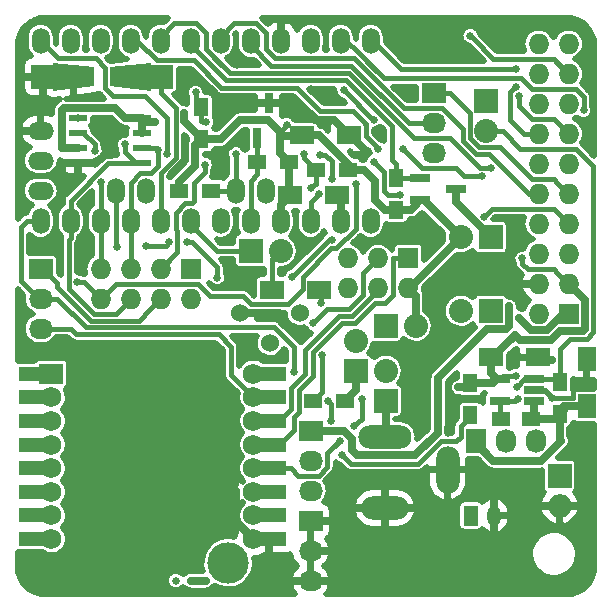
<source format=gbr>
G04 #@! TF.FileFunction,Copper,L1,Top*
%FSLAX46Y46*%
G04 Gerber Fmt 4.6, Leading zero omitted, Abs format (unit mm)*
G04 Created by KiCad (PCBNEW 0.201509101502+6177~30~ubuntu14.04.1-product) date Sat 12 Sep 2015 10:16:40 PM CEST*
%MOMM*%
G01*
G04 APERTURE LIST*
%ADD10C,0.100000*%
%ADD11O,1.501140X2.199640*%
%ADD12O,2.199640X1.501140*%
%ADD13O,1.727200X1.727200*%
%ADD14R,1.727200X1.727200*%
%ADD15C,1.524000*%
%ADD16R,2.032000X1.727200*%
%ADD17O,2.032000X1.727200*%
%ADD18R,1.550000X0.600000*%
%ADD19R,0.800100X1.800860*%
%ADD20R,1.800860X0.650000*%
%ADD21R,1.500000X1.300000*%
%ADD22R,1.300000X1.500000*%
%ADD23R,1.800860X0.800100*%
%ADD24R,1.500000X1.250000*%
%ADD25R,2.032000X2.032000*%
%ADD26O,2.032000X2.032000*%
%ADD27R,1.727200X2.032000*%
%ADD28O,1.727200X2.032000*%
%ADD29R,2.000000X1.600000*%
%ADD30R,1.998980X1.998980*%
%ADD31R,1.600000X2.000000*%
%ADD32O,1.998980X1.998980*%
%ADD33R,1.198880X1.699260*%
%ADD34O,1.198880X1.699260*%
%ADD35O,1.998980X4.000500*%
%ADD36O,4.000500X1.998980*%
%ADD37O,4.500880X1.998980*%
%ADD38C,3.500120*%
%ADD39R,3.000000X1.200000*%
%ADD40R,2.000000X1.727200*%
%ADD41C,1.727200*%
%ADD42C,0.635000*%
%ADD43C,0.635000*%
%ADD44C,0.381000*%
%ADD45C,0.508000*%
G04 APERTURE END LIST*
D10*
D11*
X11430000Y-15240000D03*
X8890000Y-15240000D03*
X30480000Y-2540000D03*
X27940000Y-2540000D03*
X25400000Y-2540000D03*
X22860000Y-2540000D03*
X20320000Y-2540000D03*
X17780000Y-2540000D03*
X15240000Y-2540000D03*
X12700000Y-2540000D03*
X10160000Y-2540000D03*
X7620000Y-2540000D03*
X5080000Y-2540000D03*
X2540000Y-2540000D03*
X2540000Y-17780000D03*
X5080000Y-17780000D03*
X7620000Y-17780000D03*
X10160000Y-17780000D03*
X12700000Y-17780000D03*
X15240000Y-17780000D03*
X17780000Y-17780000D03*
X20320000Y-17780000D03*
X22860000Y-17780000D03*
X25400000Y-17780000D03*
X27940000Y-17780000D03*
X30480000Y-17780000D03*
X19050000Y-15240000D03*
X21590000Y-15240000D03*
D12*
X2540000Y-15240000D03*
X2540000Y-12700000D03*
X2540000Y-10160000D03*
D13*
X44704000Y-2794000D03*
X47244000Y-2794000D03*
X44704000Y-5334000D03*
X47244000Y-5334000D03*
X44704000Y-7874000D03*
X47244000Y-7874000D03*
X44704000Y-10414000D03*
X47244000Y-10414000D03*
X44704000Y-12954000D03*
X47244000Y-12954000D03*
X44704000Y-15494000D03*
X47244000Y-15494000D03*
D14*
X47244000Y-25654000D03*
D13*
X44704000Y-25654000D03*
X47244000Y-23114000D03*
X44704000Y-23114000D03*
X47244000Y-20574000D03*
X44704000Y-20574000D03*
X47244000Y-18034000D03*
X44704000Y-18034000D03*
D15*
X21945600Y-28143200D03*
X19405600Y-25603200D03*
X24485600Y-25603200D03*
D16*
X35814000Y-6985000D03*
D17*
X35814000Y-9525000D03*
X35814000Y-12065000D03*
D18*
X5682000Y-9080500D03*
X5682000Y-10350500D03*
X5682000Y-11620500D03*
X5682000Y-12890500D03*
X11082000Y-12890500D03*
X11082000Y-11620500D03*
X11082000Y-10350500D03*
X11082000Y-9080500D03*
D19*
X20894000Y-10795000D03*
X22794000Y-10795000D03*
X21844000Y-7792720D03*
D20*
X44345200Y-33081000D03*
X44345200Y-32131000D03*
X44345200Y-31181000D03*
X41405200Y-31181000D03*
X41405200Y-33081000D03*
D21*
X20875000Y-12827000D03*
X23575000Y-12827000D03*
D22*
X38925500Y-31543000D03*
X38925500Y-34243000D03*
X16129000Y-8175000D03*
X16129000Y-10875000D03*
D21*
X16971000Y-15240000D03*
X14271000Y-15240000D03*
X25828000Y-13462000D03*
X28528000Y-13462000D03*
D22*
X32639000Y-14144000D03*
X32639000Y-16844000D03*
D21*
X25574000Y-33020000D03*
X28274000Y-33020000D03*
D22*
X46482000Y-34141400D03*
X46482000Y-31441400D03*
D23*
X34693860Y-14163000D03*
X34693860Y-16063000D03*
X37696140Y-15113000D03*
D16*
X25400000Y-43180000D03*
D17*
X25400000Y-45720000D03*
X25400000Y-48260000D03*
D16*
X25400000Y-35560000D03*
D17*
X25400000Y-38100000D03*
X25400000Y-40640000D03*
D14*
X33655000Y-20955000D03*
D13*
X33655000Y-23495000D03*
X31115000Y-20955000D03*
X31115000Y-23495000D03*
X28575000Y-20955000D03*
X28575000Y-23495000D03*
D24*
X41549000Y-34544000D03*
X44049000Y-34544000D03*
D25*
X20320000Y-20320000D03*
D26*
X22860000Y-20320000D03*
D16*
X2540000Y-21844000D03*
D17*
X2540000Y-24384000D03*
X2540000Y-26924000D03*
D25*
X40640000Y-25400000D03*
D26*
X38100000Y-25400000D03*
D25*
X40259000Y-7620000D03*
D26*
X40259000Y-10160000D03*
D25*
X40640000Y-19177000D03*
D26*
X38100000Y-19177000D03*
D25*
X29210000Y-30480000D03*
D26*
X29210000Y-27940000D03*
D25*
X31750000Y-26670000D03*
D26*
X34290000Y-26670000D03*
D27*
X39370000Y-36449000D03*
D28*
X41910000Y-36449000D03*
X44450000Y-36449000D03*
D25*
X31750000Y-33020000D03*
D26*
X31750000Y-30480000D03*
D29*
X23654000Y-15621000D03*
X27654000Y-15621000D03*
X22130000Y-23622000D03*
X26130000Y-23622000D03*
D10*
G36*
X11910060Y-4389120D02*
X11910060Y-6786880D01*
X8409940Y-6388100D01*
X8409940Y-4787900D01*
X11910060Y-4389120D01*
X11910060Y-4389120D01*
G37*
G36*
X3583940Y-6786880D02*
X3583940Y-4389120D01*
X7084060Y-4787900D01*
X7084060Y-6388100D01*
X3583940Y-6786880D01*
X3583940Y-6786880D01*
G37*
D30*
X12748260Y-5588000D03*
X2745740Y-5588000D03*
D29*
X24670000Y-10541000D03*
X28670000Y-10541000D03*
X40672000Y-29337000D03*
X44672000Y-29337000D03*
D31*
X48768000Y-33496000D03*
X48768000Y-29496000D03*
D32*
X46482000Y-41910000D03*
D30*
X46482000Y-39370000D03*
D33*
X38940740Y-42735500D03*
D34*
X40942260Y-42735500D03*
D35*
X36987480Y-38854380D03*
D36*
X31686500Y-42105580D03*
D37*
X31686500Y-36103560D03*
D38*
X18415000Y-46736000D03*
D13*
X7620000Y-21844000D03*
X7620000Y-24384000D03*
X10160000Y-21844000D03*
X10160000Y-24384000D03*
X12700000Y-21844000D03*
X12700000Y-24384000D03*
D14*
X15240000Y-21844000D03*
D13*
X15240000Y-24384000D03*
D39*
X2156000Y-30734000D03*
X2156000Y-32734000D03*
X2156000Y-34734000D03*
X2156000Y-36734000D03*
X2156000Y-38734000D03*
X2156000Y-40734000D03*
X2156000Y-42734000D03*
X2156000Y-44734000D03*
X21856000Y-44734000D03*
X21856000Y-42734000D03*
X21856000Y-40734000D03*
X21856000Y-38734000D03*
X21856000Y-36734000D03*
X21856000Y-34734000D03*
X21856000Y-32734000D03*
X21856000Y-30734000D03*
D40*
X3456000Y-30734000D03*
D41*
X3456000Y-32734000D03*
X3456000Y-34734000D03*
X3456000Y-36734000D03*
X3456000Y-38734000D03*
X3456000Y-40734000D03*
X3456000Y-42734000D03*
X3456000Y-44734000D03*
X20556000Y-44734000D03*
X20556000Y-42734000D03*
X20556000Y-40734000D03*
X20556000Y-38734000D03*
X20556000Y-36734000D03*
X20556000Y-34734000D03*
X20556000Y-32734000D03*
X20556000Y-30734000D03*
D42*
X16510000Y-48260000D03*
X15240000Y-48260000D03*
X13970000Y-48260000D03*
X42755824Y-30914360D03*
X23368000Y-9652000D03*
X14706610Y-8648567D03*
X4318000Y-11557000D03*
X42738133Y-27456551D03*
X43307000Y-20955000D03*
X12219632Y-9398000D03*
X9672000Y-9080500D03*
X37896800Y-31877000D03*
X49276000Y-31750000D03*
X45817132Y-32812142D03*
X28670000Y-10541000D03*
X36195000Y-1270000D03*
X34925000Y-2921000D03*
X2540000Y-8255000D03*
X26670000Y-48260000D03*
X29210000Y-48260000D03*
X31750000Y-48260000D03*
X34290000Y-48260000D03*
X36830000Y-48260000D03*
X46990000Y-48260000D03*
X44450000Y-48260000D03*
X44450000Y-40640000D03*
X44450000Y-43180000D03*
X41910000Y-45720000D03*
X41910000Y-48260000D03*
X39370000Y-48260000D03*
X39370000Y-45720000D03*
X13970000Y-46990000D03*
X15240000Y-46990000D03*
X13970000Y-45720000D03*
X15240000Y-45720000D03*
X19050000Y-43180000D03*
X17780000Y-44450000D03*
X16510000Y-44450000D03*
X15240000Y-44450000D03*
X13970000Y-44450000D03*
X12700000Y-44450000D03*
X17780000Y-43180000D03*
X16510000Y-43180000D03*
X15240000Y-43180000D03*
X13970000Y-43180000D03*
X12700000Y-43180000D03*
X5080000Y-41910000D03*
X6350000Y-41910000D03*
X7620000Y-41910000D03*
X8890000Y-41910000D03*
X10160000Y-41910000D03*
X11430000Y-41910000D03*
X12700000Y-41910000D03*
X13970000Y-41910000D03*
X15240000Y-41910000D03*
X16510000Y-41910000D03*
X17780000Y-41910000D03*
X19050000Y-41910000D03*
X19050000Y-40640000D03*
X17780000Y-40640000D03*
X16510000Y-40640000D03*
X15240000Y-40640000D03*
X13970000Y-40640000D03*
X12700000Y-40640000D03*
X11430000Y-40640000D03*
X10160000Y-40640000D03*
X8890000Y-40640000D03*
X7620000Y-40640000D03*
X6350000Y-40640000D03*
X5080000Y-40640000D03*
X5080000Y-39370000D03*
X6350000Y-39370000D03*
X7620000Y-39370000D03*
X8890000Y-39370000D03*
X10160000Y-39370000D03*
X11430000Y-39370000D03*
X12700000Y-39370000D03*
X13970000Y-39370000D03*
X15240000Y-39370000D03*
X16510000Y-39370000D03*
X17780000Y-39370000D03*
X19050000Y-39370000D03*
X19050000Y-38100000D03*
X17780000Y-38100000D03*
X16510000Y-38100000D03*
X15240000Y-38100000D03*
X13970000Y-38100000D03*
X12700000Y-38100000D03*
X11430000Y-38100000D03*
X10160000Y-38100000D03*
X8890000Y-38100000D03*
X7620000Y-38100000D03*
X6350000Y-38100000D03*
X5080000Y-38100000D03*
X5080000Y-36830000D03*
X6350000Y-36830000D03*
X7620000Y-36830000D03*
X8890000Y-36830000D03*
X10160000Y-36830000D03*
X11430000Y-36830000D03*
X12700000Y-36830000D03*
X13970000Y-36830000D03*
X15240000Y-36830000D03*
X16510000Y-36830000D03*
X16510000Y-35560000D03*
X15240000Y-35560000D03*
X13970000Y-35560000D03*
X12700000Y-35560000D03*
X11430000Y-35560000D03*
X11430000Y-34290000D03*
X12700000Y-34290000D03*
X13970000Y-34290000D03*
X15240000Y-34290000D03*
X16510000Y-34290000D03*
X16510000Y-33020000D03*
X15240000Y-33020000D03*
X13970000Y-33020000D03*
X12700000Y-33020000D03*
X11430000Y-33020000D03*
X10160000Y-31750000D03*
X10160000Y-33020000D03*
X10160000Y-34290000D03*
X10160000Y-35560000D03*
X8890000Y-35560000D03*
X8890000Y-34290000D03*
X8890000Y-33020000D03*
X7620000Y-33020000D03*
X7620000Y-34290000D03*
X7620000Y-35560000D03*
X6350000Y-35560000D03*
X5080000Y-35560000D03*
X5080000Y-34290000D03*
X6350000Y-34290000D03*
X6350000Y-33020000D03*
X6350000Y-31750000D03*
X7620000Y-31750000D03*
X8890000Y-31750000D03*
X8890000Y-30480000D03*
X8890000Y-29210000D03*
X7620000Y-29210000D03*
X7620000Y-30480000D03*
X6350000Y-30480000D03*
X6350000Y-29210000D03*
X34036000Y-7239000D03*
X36322000Y-27305000D03*
X33274000Y-28829000D03*
X31242000Y-10414000D03*
X5969000Y-20193000D03*
X18034000Y-19431000D03*
X36987480Y-35749200D03*
X4064000Y-28067000D03*
X3810000Y-20193000D03*
X3810000Y-16764000D03*
X19571121Y-10400212D03*
X18034000Y-9017000D03*
X13698193Y-13748993D03*
X30249696Y-12062783D03*
X8509361Y-12179280D03*
X19431000Y-28194000D03*
X20497800Y-23368000D03*
X22707600Y-25577800D03*
X35356800Y-20345400D03*
X34594800Y-35763200D03*
X21259800Y-46710600D03*
X28854400Y-43281600D03*
X29616400Y-19151600D03*
X39141400Y-22428200D03*
X45835478Y-29575760D03*
X14782800Y-11328400D03*
X17348200Y-12166600D03*
X25450800Y-6654800D03*
X19177000Y-4572000D03*
X33655000Y-18542000D03*
X35052000Y-17653000D03*
X17145000Y-6858000D03*
X25019000Y-20320000D03*
X26162000Y-19177000D03*
X4318000Y-12954000D03*
X19012956Y-21793180D03*
X42189399Y-25017434D03*
X46861728Y-33496000D03*
X26164280Y-12180748D03*
X30736653Y-9226893D03*
X28218318Y-6730371D03*
X27178047Y-14224243D03*
X26133298Y-15494000D03*
X5682000Y-9098019D03*
X38905262Y-2108220D03*
X9652000Y-11303000D03*
X7128619Y-11831459D03*
X7666484Y-14528780D03*
X25614529Y-26455471D03*
X27852365Y-36409635D03*
X29089480Y-35172520D03*
X12503263Y-11777916D03*
X29718000Y-32893000D03*
X5651479Y-22966403D03*
X29209980Y-14706579D03*
X42924068Y-32857438D03*
X16459230Y-13032415D03*
X13265208Y-12127258D03*
X42853374Y-31826200D03*
X26289000Y-24765000D03*
X26339780Y-29141409D03*
X43027600Y-26009600D03*
X26844702Y-33032152D03*
X27091858Y-34708573D03*
X28063891Y-37621750D03*
X24003000Y-30607000D03*
X16556518Y-9427387D03*
X15669909Y-6906909D03*
X19052821Y-12103933D03*
X42758310Y-6426220D03*
X43045344Y-7213754D03*
X25461942Y-14992123D03*
X24842080Y-12115702D03*
X31136211Y-11705211D03*
X39936360Y-13996649D03*
X33197800Y-11709400D03*
X40647585Y-13285429D03*
X42804736Y-4950639D03*
X48510514Y-8432805D03*
X13411220Y-19604746D03*
X9033080Y-19984750D03*
X11455400Y-19888200D03*
X14909821Y-19583400D03*
X17500600Y-22606000D03*
X23850600Y-22504400D03*
X27228800Y-19405600D03*
X40081200Y-17423132D03*
X30757271Y-12794335D03*
X32969046Y-15573288D03*
D43*
X15240000Y-48260000D02*
X16510000Y-48260000D01*
X40672000Y-29337000D02*
X40857684Y-29337000D01*
X40857684Y-29337000D02*
X42738133Y-27456551D01*
X40672000Y-30651000D02*
X40672000Y-29337000D01*
X47244000Y-23114000D02*
X48628301Y-24498301D01*
X48628301Y-24498301D02*
X48628301Y-26934161D01*
X46490349Y-27101824D02*
X45715662Y-27876511D01*
X43158093Y-27876511D02*
X43055632Y-27774050D01*
X48628301Y-26934161D02*
X48460638Y-27101824D01*
X48460638Y-27101824D02*
X46490349Y-27101824D01*
X45715662Y-27876511D02*
X43158093Y-27876511D01*
X43055632Y-27774050D02*
X42738133Y-27456551D01*
D44*
X41722640Y-30914360D02*
X42306812Y-30914360D01*
X41456000Y-31181000D02*
X41722640Y-30914360D01*
X42306812Y-30914360D02*
X42755824Y-30914360D01*
X22794000Y-10795000D02*
X22794000Y-10226000D01*
X22794000Y-10226000D02*
X23368000Y-9652000D01*
D43*
X16129000Y-10875000D02*
X17778065Y-10875000D01*
X17778065Y-10875000D02*
X19393495Y-9259570D01*
X21758950Y-9259570D02*
X22794000Y-10294620D01*
X19393495Y-9259570D02*
X21758950Y-9259570D01*
X22794000Y-10294620D02*
X22794000Y-10795000D01*
X14706610Y-9097579D02*
X14706610Y-8648567D01*
X16129000Y-10775000D02*
X14706610Y-9352610D01*
X16129000Y-10875000D02*
X16129000Y-10775000D01*
X14706610Y-9352610D02*
X14706610Y-9097579D01*
X4318000Y-11557000D02*
X4318000Y-8432238D01*
X5682000Y-11620500D02*
X4381500Y-11620500D01*
X4381500Y-11620500D02*
X4318000Y-11557000D01*
X42420634Y-27774050D02*
X42738133Y-27456551D01*
X15621010Y-11382990D02*
X16129000Y-10875000D01*
X15621010Y-13123397D02*
X15621010Y-11382990D01*
X14271000Y-14473407D02*
X15621010Y-13123397D01*
X14271000Y-15240000D02*
X14271000Y-14473407D01*
X28528000Y-12936462D02*
X28528000Y-13462000D01*
X26132538Y-10541000D02*
X28528000Y-12936462D01*
X24670000Y-10541000D02*
X26132538Y-10541000D01*
X23575000Y-12827000D02*
X23575000Y-15542000D01*
X23575000Y-15542000D02*
X23654000Y-15621000D01*
X22794000Y-10795000D02*
X22794000Y-12046000D01*
X22794000Y-12046000D02*
X23575000Y-12827000D01*
X30861010Y-14410010D02*
X30861010Y-16013899D01*
X31691111Y-16844000D02*
X32639000Y-16844000D01*
X30861010Y-16013899D02*
X31691111Y-16844000D01*
X29913000Y-13462000D02*
X30861010Y-14410010D01*
X28528000Y-13462000D02*
X29913000Y-13462000D01*
X32639000Y-16844000D02*
X33912860Y-16844000D01*
X33912860Y-16844000D02*
X34693860Y-16063000D01*
X34693860Y-16063000D02*
X34986000Y-16063000D01*
X34986000Y-16063000D02*
X38100000Y-19177000D01*
D44*
X43307000Y-20955000D02*
X43307000Y-21404012D01*
X45986699Y-21856699D02*
X46380401Y-22250401D01*
X43307000Y-21404012D02*
X43759687Y-21856699D01*
X43759687Y-21856699D02*
X45986699Y-21856699D01*
X46380401Y-22250401D02*
X47244000Y-23114000D01*
D43*
X33655000Y-23495000D02*
X33782000Y-23495000D01*
X33782000Y-23495000D02*
X38100000Y-19177000D01*
X34290000Y-26670000D02*
X34290000Y-24130000D01*
X34290000Y-24130000D02*
X33655000Y-23495000D01*
X22860000Y-17780000D02*
X22860000Y-16415000D01*
X22860000Y-16415000D02*
X23654000Y-15621000D01*
X11770620Y-9398000D02*
X12219632Y-9398000D01*
X11082000Y-9080500D02*
X11399500Y-9398000D01*
X11399500Y-9398000D02*
X11770620Y-9398000D01*
X24003000Y-10795000D02*
X24416000Y-10795000D01*
X24416000Y-10795000D02*
X24670000Y-10541000D01*
X22794000Y-10645140D02*
X22794000Y-11919000D01*
X22794000Y-10645140D02*
X24565860Y-10645140D01*
X24565860Y-10645140D02*
X24670000Y-10541000D01*
X11082000Y-10350500D02*
X11082000Y-9080500D01*
X4490439Y-8259799D02*
X8851299Y-8259799D01*
X9672000Y-9080500D02*
X11082000Y-9080500D01*
X4318000Y-8432238D02*
X4490439Y-8259799D01*
X8851299Y-8259799D02*
X9672000Y-9080500D01*
X2156000Y-44734000D02*
X3456000Y-44734000D01*
X37896800Y-31877000D02*
X38591500Y-31877000D01*
X38591500Y-31877000D02*
X38925500Y-31543000D01*
X40672000Y-30651000D02*
X41202000Y-31181000D01*
X38925500Y-31543000D02*
X40840000Y-31543000D01*
X40840000Y-31543000D02*
X41202000Y-31181000D01*
X39141400Y-22428200D02*
X38692388Y-22428200D01*
X38692388Y-22428200D02*
X36322000Y-24798588D01*
X36322000Y-24798588D02*
X36322000Y-26855988D01*
X36322000Y-26855988D02*
X36322000Y-27305000D01*
X44704000Y-23114000D02*
X39827200Y-23114000D01*
X39827200Y-23114000D02*
X39141400Y-22428200D01*
X45835478Y-29575760D02*
X44910760Y-29575760D01*
X44910760Y-29575760D02*
X44672000Y-29337000D01*
D44*
X44345200Y-32131000D02*
X45185230Y-32131000D01*
X45185230Y-32131000D02*
X45817132Y-32762902D01*
X45817132Y-32762902D02*
X45817132Y-32812142D01*
X45817132Y-32812142D02*
X45817132Y-32741132D01*
X45817132Y-32741132D02*
X45207000Y-32131000D01*
X46567127Y-32784799D02*
X45844475Y-32784799D01*
X45844475Y-32784799D02*
X45817132Y-32812142D01*
X48005338Y-31750000D02*
X48826988Y-31750000D01*
X46513750Y-32791400D02*
X46520351Y-32784799D01*
X46520351Y-32784799D02*
X46567127Y-32784799D01*
X46567127Y-32784799D02*
X46567136Y-32784790D01*
X47574299Y-32784790D02*
X47574299Y-32181039D01*
X46567136Y-32784790D02*
X47574299Y-32784790D01*
X47574299Y-32181039D02*
X48005338Y-31750000D01*
X48826988Y-31750000D02*
X49276000Y-31750000D01*
D43*
X20556000Y-44734000D02*
X19050000Y-43228000D01*
X19050000Y-43228000D02*
X19050000Y-43180000D01*
X21856000Y-44734000D02*
X21856000Y-46114400D01*
X21856000Y-46114400D02*
X21259800Y-46710600D01*
X35857180Y-805180D02*
X35857180Y-932180D01*
X35857180Y-932180D02*
X36195000Y-1270000D01*
X29210000Y-48260000D02*
X26670000Y-48260000D01*
X34290000Y-48260000D02*
X31750000Y-48260000D01*
X39370000Y-48260000D02*
X36830000Y-48260000D01*
X44450000Y-48260000D02*
X46990000Y-48260000D01*
X44450000Y-43180000D02*
X44450000Y-40640000D01*
X41910000Y-48260000D02*
X41910000Y-45720000D01*
X39370000Y-45720000D02*
X39370000Y-48260000D01*
X15240000Y-45720000D02*
X15240000Y-46990000D01*
X15240000Y-45720000D02*
X13970000Y-45720000D01*
X17780000Y-43180000D02*
X19050000Y-43180000D01*
X17780000Y-44450000D02*
X17780000Y-43180000D01*
X15240000Y-44450000D02*
X16510000Y-44450000D01*
X12700000Y-44450000D02*
X13970000Y-44450000D01*
X15240000Y-43180000D02*
X16510000Y-43180000D01*
X12700000Y-43180000D02*
X13970000Y-43180000D01*
X7620000Y-41910000D02*
X6350000Y-41910000D01*
X10160000Y-41910000D02*
X8890000Y-41910000D01*
X12700000Y-41910000D02*
X11430000Y-41910000D01*
X15240000Y-41910000D02*
X13970000Y-41910000D01*
X17780000Y-41910000D02*
X16510000Y-41910000D01*
X19050000Y-40640000D02*
X19050000Y-41910000D01*
X16510000Y-40640000D02*
X17780000Y-40640000D01*
X13970000Y-40640000D02*
X15240000Y-40640000D01*
X11430000Y-40640000D02*
X12700000Y-40640000D01*
X8890000Y-40640000D02*
X10160000Y-40640000D01*
X6350000Y-40640000D02*
X7620000Y-40640000D01*
X5080000Y-39370000D02*
X5080000Y-40640000D01*
X7620000Y-39370000D02*
X6350000Y-39370000D01*
X10160000Y-39370000D02*
X8890000Y-39370000D01*
X12700000Y-39370000D02*
X11430000Y-39370000D01*
X15240000Y-39370000D02*
X13970000Y-39370000D01*
X17780000Y-39370000D02*
X16510000Y-39370000D01*
X19050000Y-38100000D02*
X19050000Y-39370000D01*
X16510000Y-38100000D02*
X17780000Y-38100000D01*
X13970000Y-38100000D02*
X15240000Y-38100000D01*
X11430000Y-38100000D02*
X12700000Y-38100000D01*
X8890000Y-38100000D02*
X10160000Y-38100000D01*
X6350000Y-38100000D02*
X7620000Y-38100000D01*
X5080000Y-36830000D02*
X5080000Y-38100000D01*
X7620000Y-36830000D02*
X6350000Y-36830000D01*
X10160000Y-36830000D02*
X8890000Y-36830000D01*
X13970000Y-36830000D02*
X12700000Y-36830000D01*
X16510000Y-36830000D02*
X15240000Y-36830000D01*
X15240000Y-35560000D02*
X16510000Y-35560000D01*
X12700000Y-35560000D02*
X13970000Y-35560000D01*
X11430000Y-34290000D02*
X11430000Y-35560000D01*
X13970000Y-34290000D02*
X12700000Y-34290000D01*
X16510000Y-34290000D02*
X15240000Y-34290000D01*
X15240000Y-33020000D02*
X16510000Y-33020000D01*
X12700000Y-33020000D02*
X13970000Y-33020000D01*
X10160000Y-33020000D02*
X11430000Y-33020000D01*
X10160000Y-34290000D02*
X10160000Y-33020000D01*
X8890000Y-35560000D02*
X10160000Y-35560000D01*
X8890000Y-33020000D02*
X8890000Y-34290000D01*
X7620000Y-34290000D02*
X7620000Y-33020000D01*
X6350000Y-35560000D02*
X7620000Y-35560000D01*
X5080000Y-34290000D02*
X5080000Y-35560000D01*
X6350000Y-33020000D02*
X6350000Y-34290000D01*
X7620000Y-31750000D02*
X6350000Y-31750000D01*
X8890000Y-30480000D02*
X8890000Y-31750000D01*
X7620000Y-29210000D02*
X8890000Y-29210000D01*
X6350000Y-30480000D02*
X7620000Y-30480000D01*
X4064000Y-28067000D02*
X5207000Y-28067000D01*
X5207000Y-28067000D02*
X6350000Y-29210000D01*
X22860000Y-805180D02*
X35857180Y-805180D01*
X22860000Y-2540000D02*
X22860000Y-805180D01*
X33274000Y-28829000D02*
X34798000Y-28829000D01*
X34798000Y-28829000D02*
X36322000Y-27305000D01*
X34594800Y-35763200D02*
X34594800Y-30149800D01*
X34594800Y-30149800D02*
X33274000Y-28829000D01*
D44*
X3810000Y-16764000D02*
X3810000Y-20193000D01*
D43*
X4318000Y-16256000D02*
X3810000Y-16764000D01*
X4318000Y-12954000D02*
X4318000Y-16256000D01*
X27940000Y-17780000D02*
X27940000Y-15907000D01*
X27940000Y-15907000D02*
X27654000Y-15621000D01*
X17348200Y-12166600D02*
X17804733Y-12166600D01*
X17804733Y-12166600D02*
X19571121Y-10400212D01*
X5682000Y-12890500D02*
X7255000Y-12890500D01*
X8060349Y-12179280D02*
X8509361Y-12179280D01*
X7255000Y-12890500D02*
X7966220Y-12179280D01*
X7966220Y-12179280D02*
X8060349Y-12179280D01*
X14782800Y-12664386D02*
X14015692Y-13431494D01*
X14015692Y-13431494D02*
X13698193Y-13748993D01*
X14782800Y-11328400D02*
X14782800Y-12664386D01*
X29932197Y-11745284D02*
X30249696Y-12062783D01*
X28727913Y-10541000D02*
X29932197Y-11745284D01*
X28670000Y-10541000D02*
X28727913Y-10541000D01*
X19012956Y-21793180D02*
X19012956Y-21883156D01*
X19012956Y-21883156D02*
X20497800Y-23368000D01*
X19405600Y-25603200D02*
X22682200Y-25603200D01*
X22682200Y-25603200D02*
X22707600Y-25577800D01*
X25400000Y-48260000D02*
X22809200Y-48260000D01*
X22809200Y-48260000D02*
X21259800Y-46710600D01*
X21844000Y-7792720D02*
X24378920Y-7792720D01*
X24378920Y-7792720D02*
X25806499Y-9220299D01*
X25806499Y-9220299D02*
X27349299Y-9220299D01*
X27349299Y-9220299D02*
X28670000Y-10541000D01*
X21844000Y-7792720D02*
X18079720Y-7792720D01*
X18079720Y-7792720D02*
X17145000Y-6858000D01*
X26162000Y-19177000D02*
X25019000Y-20320000D01*
D44*
X5682000Y-12890500D02*
X4381500Y-12890500D01*
X4381500Y-12890500D02*
X4318000Y-12954000D01*
D43*
X21856000Y-44734000D02*
X20556000Y-44734000D01*
X21856000Y-40734000D02*
X20556000Y-40734000D01*
X5334000Y-5588000D02*
X2745740Y-5588000D01*
X29210000Y-30480000D02*
X29210000Y-32084000D01*
X29210000Y-32084000D02*
X28274000Y-33020000D01*
X36149279Y-35715737D02*
X36149279Y-33478326D01*
X34222226Y-37642790D02*
X36149279Y-35715737D01*
X28918154Y-36229658D02*
X28918154Y-37202616D01*
X28248496Y-35560000D02*
X28918154Y-36229658D01*
X36149279Y-33478326D02*
X36195000Y-33432605D01*
X29358328Y-37642790D02*
X34222226Y-37642790D01*
X25400000Y-35560000D02*
X28248496Y-35560000D01*
X28918154Y-37202616D02*
X29358328Y-37642790D01*
X42189399Y-25962463D02*
X42189399Y-25385365D01*
X42189399Y-26678354D02*
X42189399Y-25962463D01*
X42189399Y-25385365D02*
X42189399Y-25017434D01*
X42189399Y-25962463D02*
X42189399Y-25017434D01*
X36195000Y-33432605D02*
X36195000Y-31076738D01*
X41931052Y-26936701D02*
X42189399Y-26678354D01*
X36195000Y-31076738D02*
X40335037Y-26936701D01*
X40335037Y-26936701D02*
X41931052Y-26936701D01*
X36195000Y-34995897D02*
X36195000Y-33432605D01*
X37696140Y-15113000D02*
X37696140Y-16233140D01*
X37696140Y-16233140D02*
X40640000Y-19177000D01*
X46609000Y-36400109D02*
X46482000Y-36273109D01*
X46482000Y-36273109D02*
X46482000Y-34141400D01*
X44049000Y-34544000D02*
X46079400Y-34544000D01*
X46079400Y-34544000D02*
X46482000Y-34141400D01*
X46861728Y-33496000D02*
X46861728Y-33761672D01*
X46861728Y-33761672D02*
X46482000Y-34141400D01*
X46861728Y-33496000D02*
X48768000Y-33496000D01*
X44350000Y-34243000D02*
X44049000Y-34544000D01*
X39370000Y-36449000D02*
X39370000Y-36601400D01*
X39370000Y-36601400D02*
X40868600Y-38100000D01*
X40868600Y-38100000D02*
X44909109Y-38100000D01*
X44909109Y-38100000D02*
X46609000Y-36400109D01*
X46861728Y-33496000D02*
X47102000Y-33496000D01*
X44323000Y-33081000D02*
X44323000Y-34197000D01*
X44289000Y-34197000D02*
X43942000Y-34544000D01*
D44*
X26613292Y-12180748D02*
X26164280Y-12180748D01*
X27178000Y-14224000D02*
X27178000Y-12745456D01*
X27178000Y-12745456D02*
X26613292Y-12180748D01*
X28218318Y-6730371D02*
X30714840Y-9226893D01*
X30714840Y-9226893D02*
X30736653Y-9226893D01*
X25400000Y-17780000D02*
X25400000Y-16227298D01*
X25400000Y-16227298D02*
X26133298Y-15494000D01*
X39222761Y-2425719D02*
X38905262Y-2108220D01*
X45974000Y-4064000D02*
X40861042Y-4064000D01*
X47244000Y-5334000D02*
X45974000Y-4064000D01*
X40861042Y-4064000D02*
X39222761Y-2425719D01*
X5080000Y-16071302D02*
X5080000Y-17780000D01*
X11082000Y-12890500D02*
X8260802Y-12890500D01*
X8260802Y-12890500D02*
X5080000Y-16071302D01*
X46380401Y-4470401D02*
X47244000Y-5334000D01*
X45986699Y-4076699D02*
X46380401Y-4470401D01*
X31115000Y-23642003D02*
X28899793Y-25857210D01*
X22756000Y-34734000D02*
X21856000Y-34734000D01*
X31115000Y-23495000D02*
X31115000Y-23642003D01*
X23749701Y-31912877D02*
X23749701Y-33740299D01*
X28899793Y-25857210D02*
X27781971Y-25857210D01*
X27781971Y-25857210D02*
X24910195Y-28728986D01*
X24910195Y-28728986D02*
X24910195Y-30752383D01*
X24910195Y-30752383D02*
X23749701Y-31912877D01*
X23749701Y-33740299D02*
X22756000Y-34734000D01*
X10160000Y-24384000D02*
X8902699Y-25641301D01*
X8902699Y-25641301D02*
X7016495Y-25641301D01*
X7016495Y-25641301D02*
X4940278Y-23565084D01*
X4940278Y-19400542D02*
X5080000Y-19260820D01*
X4940278Y-23565084D02*
X4940278Y-19400542D01*
X5080000Y-19260820D02*
X5080000Y-17780000D01*
X9652000Y-11303000D02*
X9652000Y-11935500D01*
X9652000Y-11935500D02*
X10607000Y-12890500D01*
X10607000Y-12890500D02*
X11082000Y-12890500D01*
X21856000Y-34734000D02*
X20556000Y-34734000D01*
X10607000Y-12890500D02*
X9846422Y-12129922D01*
X7128619Y-11322119D02*
X7128619Y-11382447D01*
X6157000Y-10350500D02*
X7128619Y-11322119D01*
X5682000Y-10350500D02*
X6157000Y-10350500D01*
X7128619Y-11382447D02*
X7128619Y-11831459D01*
X44704000Y-5334000D02*
X44385804Y-5334000D01*
X22756000Y-36734000D02*
X21856000Y-36734000D01*
X23990299Y-35499701D02*
X22756000Y-36734000D01*
X24384000Y-32104775D02*
X24384000Y-33987738D01*
X25561851Y-30926924D02*
X24384000Y-32104775D01*
X28023957Y-26441420D02*
X25561851Y-28903526D01*
X23990299Y-34381439D02*
X23990299Y-35499701D01*
X25561851Y-28903526D02*
X25561851Y-30926924D01*
X29141780Y-26441420D02*
X28023957Y-26441420D01*
X30830899Y-24752301D02*
X29141780Y-26441420D01*
X31718505Y-24752301D02*
X30830899Y-24752301D01*
X32372301Y-24098505D02*
X31718505Y-24752301D01*
X32372301Y-20993099D02*
X32372301Y-24098505D01*
X32410400Y-20955000D02*
X32372301Y-20993099D01*
X33655000Y-20955000D02*
X32410400Y-20955000D01*
X24384000Y-33987738D02*
X23990299Y-34381439D01*
X7620000Y-14575264D02*
X7666484Y-14528780D01*
X7620000Y-17780000D02*
X7620000Y-14575264D01*
X21856000Y-36734000D02*
X20556000Y-36734000D01*
X7620000Y-21844000D02*
X7620000Y-20622686D01*
X7620000Y-20622686D02*
X7620000Y-17780000D01*
X12503263Y-13111910D02*
X12503263Y-12226928D01*
X11868703Y-13746470D02*
X12503263Y-13111910D01*
X10160000Y-14542494D02*
X10956024Y-13746470D01*
X10956024Y-13746470D02*
X11868703Y-13746470D01*
X10160000Y-17780000D02*
X10160000Y-14542494D01*
X12503263Y-12226928D02*
X12503263Y-11777916D01*
X26797000Y-25273000D02*
X25614529Y-26455471D01*
X27219368Y-37042632D02*
X27534866Y-36727134D01*
X27219368Y-37043568D02*
X27219368Y-37042632D01*
X27534866Y-36727134D02*
X27852365Y-36409635D01*
X26809710Y-37453226D02*
X27219368Y-37043568D01*
X27219368Y-37043568D02*
X27630941Y-36631995D01*
X29718000Y-32893000D02*
X29718000Y-34544000D01*
X29406979Y-34855021D02*
X29089480Y-35172520D01*
X29718000Y-34544000D02*
X29406979Y-34855021D01*
X26073194Y-39357310D02*
X26809710Y-38620794D01*
X21856000Y-38734000D02*
X23737000Y-38734000D01*
X26809710Y-38620794D02*
X26809710Y-37453226D01*
X24360310Y-39357310D02*
X26073194Y-39357310D01*
X23737000Y-38734000D02*
X24360310Y-39357310D01*
X12345847Y-11620500D02*
X12503263Y-11777916D01*
X11082000Y-11620500D02*
X12345847Y-11620500D01*
X28657806Y-25273000D02*
X26797000Y-25273000D01*
X29845000Y-22225000D02*
X29845000Y-24085806D01*
X29845000Y-24085806D02*
X28657806Y-25273000D01*
X31115000Y-20955000D02*
X29845000Y-22225000D01*
X21856000Y-38734000D02*
X20556000Y-38734000D01*
X10160000Y-17780000D02*
X10160000Y-19260820D01*
X10160000Y-19260820D02*
X10160000Y-21844000D01*
X13995390Y-8215620D02*
X12748260Y-6968490D01*
X12700000Y-17780000D02*
X12700000Y-13741370D01*
X12748260Y-6968490D02*
X12748260Y-5588000D01*
X12700000Y-13741370D02*
X13995390Y-12445980D01*
X13995390Y-12445980D02*
X13995390Y-8215620D01*
X10160000Y-5588000D02*
X12748260Y-5588000D01*
X29209980Y-14706579D02*
X29209980Y-18477526D01*
X8877301Y-23126699D02*
X7620000Y-24384000D01*
X29209980Y-18477526D02*
X27570705Y-20116801D01*
X23460963Y-24866599D02*
X20379437Y-24866599D01*
X20379437Y-24866599D02*
X19684569Y-24171731D01*
X27570705Y-20116801D02*
X27126537Y-20116801D01*
X27126537Y-20116801D02*
X24736299Y-22507039D01*
X24736299Y-22507039D02*
X24736299Y-23591263D01*
X24736299Y-23591263D02*
X23460963Y-24866599D01*
X19684569Y-24171731D02*
X16888537Y-24171731D01*
X16888537Y-24171731D02*
X15843505Y-23126699D01*
X15843505Y-23126699D02*
X8877301Y-23126699D01*
X6100491Y-22966403D02*
X5651479Y-22966403D01*
X7620000Y-24384000D02*
X6202403Y-22966403D01*
X6202403Y-22966403D02*
X6100491Y-22966403D01*
X2156000Y-32734000D02*
X3456000Y-32734000D01*
X42924068Y-32857438D02*
X42700506Y-33081000D01*
X42700506Y-33081000D02*
X42550038Y-33081000D01*
X41456000Y-33081000D02*
X42550038Y-33081000D01*
X41402000Y-33081000D02*
X41402000Y-34451000D01*
X41414500Y-34556500D02*
X41507500Y-34649500D01*
X12700000Y-21844000D02*
X14122421Y-20421579D01*
X14122421Y-20421579D02*
X14122421Y-18629927D01*
X13970000Y-18271241D02*
X13970000Y-17888789D01*
X14122421Y-18629927D02*
X13970000Y-18477506D01*
X13970000Y-18477506D02*
X13970000Y-18271241D01*
X13265208Y-12127258D02*
X13265208Y-9037630D01*
X8016230Y-4841230D02*
X7208530Y-4033530D01*
X7208530Y-4033530D02*
X4033530Y-4033530D01*
X13265208Y-9037630D02*
X11408168Y-7180590D01*
X11408168Y-7180590D02*
X8645638Y-7180590D01*
X8645638Y-7180590D02*
X8016230Y-6551182D01*
X8016230Y-6551182D02*
X8016230Y-4841230D01*
X4033530Y-4033530D02*
X2540000Y-2540000D01*
X16459230Y-13032415D02*
X16459230Y-13643108D01*
X13970000Y-17082494D02*
X13970000Y-17888789D01*
X15414701Y-16204961D02*
X15335961Y-16283701D01*
X14768793Y-16283701D02*
X13970000Y-17082494D01*
X15335961Y-16283701D02*
X14768793Y-16283701D01*
X16459230Y-13481427D02*
X16459230Y-13032415D01*
X15494000Y-14617286D02*
X16459230Y-13652056D01*
X16459230Y-13652056D02*
X16459230Y-13481427D01*
X15494000Y-16125662D02*
X15494000Y-14617286D01*
X15335961Y-16283701D02*
X15494000Y-16125662D01*
X13970000Y-17888789D02*
X13970000Y-17272000D01*
X11836401Y-25247599D02*
X12700000Y-24384000D01*
X3937000Y-23388003D02*
X6774508Y-26225511D01*
X2540000Y-21844000D02*
X2692400Y-21844000D01*
X3937000Y-23088600D02*
X3937000Y-23388003D01*
X2692400Y-21844000D02*
X3937000Y-23088600D01*
X10858489Y-26225511D02*
X11836401Y-25247599D01*
X6774508Y-26225511D02*
X10858489Y-26225511D01*
X18669000Y-30847000D02*
X18669000Y-28448000D01*
X20556000Y-32734000D02*
X18669000Y-30847000D01*
X18669000Y-28448000D02*
X17614931Y-27393931D01*
X17614931Y-27393931D02*
X5539733Y-27393931D01*
X5539733Y-27393931D02*
X5069802Y-26924000D01*
X5069802Y-26924000D02*
X3937000Y-26924000D01*
X3937000Y-26924000D02*
X2540000Y-26924000D01*
X21856000Y-32734000D02*
X20556000Y-32734000D01*
X21856000Y-42734000D02*
X20556000Y-42734000D01*
X43520400Y-31181000D02*
X43498574Y-31181000D01*
X43498574Y-31181000D02*
X42853374Y-31826200D01*
X43520400Y-31181000D02*
X44396000Y-31181000D01*
X46546679Y-30773279D02*
X46546679Y-31480679D01*
X46546679Y-31480679D02*
X46609000Y-31543000D01*
X46546679Y-30773279D02*
X46546679Y-28637321D01*
X41644822Y-10160000D02*
X40259000Y-10160000D01*
X46546679Y-28637321D02*
X47370966Y-27813034D01*
X49339511Y-27228753D02*
X49339511Y-13163307D01*
X47370966Y-27813034D02*
X48755230Y-27813034D01*
X48755230Y-27813034D02*
X49339511Y-27228753D01*
X47847505Y-11671301D02*
X43156123Y-11671301D01*
X49339511Y-13163307D02*
X47847505Y-11671301D01*
X43156123Y-11671301D02*
X41644822Y-10160000D01*
X44396000Y-31181000D02*
X46247000Y-31181000D01*
X46247000Y-31181000D02*
X46609000Y-31543000D01*
D43*
X31750000Y-33020000D02*
X31750000Y-36040060D01*
X31750000Y-36040060D02*
X31686500Y-36103560D01*
D44*
X22130000Y-23622000D02*
X22130000Y-21050000D01*
X22130000Y-21050000D02*
X22860000Y-20320000D01*
X26289000Y-24765000D02*
X26289000Y-23781000D01*
X26289000Y-23781000D02*
X26130000Y-23622000D01*
X26339780Y-32254220D02*
X25574000Y-33020000D01*
X26339780Y-29141409D02*
X26339780Y-32254220D01*
D43*
X46752766Y-25654000D02*
X45368465Y-27038301D01*
X44056301Y-27038301D02*
X43027600Y-26009600D01*
X47244000Y-25654000D02*
X46752766Y-25654000D01*
X45368465Y-27038301D02*
X44056301Y-27038301D01*
D44*
X45986699Y-14236699D02*
X46380401Y-14630401D01*
X39655756Y-11569701D02*
X41458895Y-11569701D01*
X41458895Y-11569701D02*
X44125893Y-14236699D01*
X44125893Y-14236699D02*
X45986699Y-14236699D01*
X38849299Y-8623299D02*
X38849299Y-10763244D01*
X38849299Y-10763244D02*
X39655756Y-11569701D01*
X37211000Y-6985000D02*
X38849299Y-8623299D01*
X35814000Y-6985000D02*
X37211000Y-6985000D01*
X46380401Y-14630401D02*
X47244000Y-15494000D01*
X44100495Y-14211301D02*
X42074603Y-12185409D01*
X45961301Y-14211301D02*
X46380401Y-14630401D01*
X44100495Y-14211301D02*
X45961301Y-14211301D01*
X43446699Y-13557505D02*
X44100495Y-14211301D01*
X20320000Y-2540000D02*
X20320000Y-2889250D01*
X20320000Y-2889250D02*
X22078960Y-4648210D01*
X22078960Y-4648210D02*
X26499359Y-4648210D01*
X35814000Y-9525000D02*
X33692972Y-9525000D01*
X33692972Y-9525000D02*
X28816182Y-4648210D01*
X28816182Y-4648210D02*
X26499359Y-4648210D01*
X26499359Y-4648210D02*
X27031775Y-4648210D01*
X9735638Y-26809721D02*
X6362721Y-26809721D01*
X6362721Y-26809721D02*
X3937000Y-24384000D01*
X3937000Y-24384000D02*
X2540000Y-24384000D01*
X38925500Y-34243000D02*
X38925500Y-34343000D01*
X38925500Y-34343000D02*
X38100000Y-35168500D01*
X38100000Y-35168500D02*
X38100000Y-36068000D01*
X38100000Y-36068000D02*
X37707580Y-36460420D01*
X37707580Y-36460420D02*
X36410398Y-36460420D01*
X36410398Y-36460420D02*
X34516819Y-38353999D01*
X34516819Y-38353999D02*
X28796140Y-38353999D01*
X28796140Y-38353999D02*
X28381390Y-37939249D01*
X28381390Y-37939249D02*
X28063891Y-37621750D01*
X27091858Y-33279308D02*
X26844702Y-33032152D01*
X27091858Y-34708573D02*
X27091858Y-33279308D01*
X9735638Y-26809721D02*
X8687476Y-26809721D01*
X22322559Y-26809721D02*
X9735638Y-26809721D01*
X24003000Y-28490162D02*
X22322559Y-26809721D01*
X24003000Y-30607000D02*
X24003000Y-28490162D01*
X889000Y-18299430D02*
X889000Y-22885400D01*
X889000Y-22885400D02*
X2387600Y-24384000D01*
X2387600Y-24384000D02*
X2540000Y-24384000D01*
X2540000Y-17780000D02*
X1408430Y-17780000D01*
X1408430Y-17780000D02*
X889000Y-18299430D01*
X15240000Y-17780000D02*
X15240000Y-18129250D01*
X15240000Y-18129250D02*
X17430750Y-20320000D01*
X17430750Y-20320000D02*
X18923000Y-20320000D01*
X18923000Y-20320000D02*
X20320000Y-20320000D01*
X16129000Y-8175000D02*
X16129000Y-9306000D01*
X16250387Y-9427387D02*
X16556518Y-9427387D01*
X16129000Y-9306000D02*
X16250387Y-9427387D01*
X15669909Y-6906909D02*
X15669909Y-7715909D01*
X15669909Y-7715909D02*
X16129000Y-8175000D01*
X19050000Y-15240000D02*
X19050000Y-12106754D01*
X19050000Y-12106754D02*
X19052821Y-12103933D01*
X42315851Y-6868679D02*
X42440811Y-6743719D01*
X42440811Y-6743719D02*
X42758310Y-6426220D01*
X44704000Y-10414000D02*
X43482686Y-10414000D01*
X43482686Y-10414000D02*
X42315851Y-9247165D01*
X42315851Y-9247165D02*
X42315851Y-6868679D01*
X16971000Y-15240000D02*
X19050000Y-15240000D01*
X43045344Y-7662766D02*
X43045344Y-7213754D01*
X43045344Y-8076150D02*
X43045344Y-7662766D01*
X43796059Y-8826865D02*
X43045344Y-8076150D01*
X44125893Y-9156699D02*
X43796059Y-8826865D01*
X43796059Y-8826865D02*
X43514438Y-8545244D01*
X43514438Y-8545244D02*
X43158565Y-8189371D01*
X43514438Y-8545244D02*
X43446699Y-8477505D01*
X45986699Y-9156699D02*
X44125893Y-9156699D01*
X47244000Y-10414000D02*
X45986699Y-9156699D01*
X25828000Y-14626065D02*
X25779441Y-14674624D01*
X25779441Y-14674624D02*
X25461942Y-14992123D01*
X25828000Y-13462000D02*
X25828000Y-14626065D01*
X24842080Y-12115702D02*
X24842080Y-12476080D01*
X24842080Y-12476080D02*
X25828000Y-13462000D01*
X30063701Y-10632701D02*
X30818712Y-11387712D01*
X30063701Y-9553897D02*
X30063701Y-10632701D01*
X29326260Y-8816456D02*
X30063701Y-9553897D01*
X30818712Y-11387712D02*
X31136211Y-11705211D01*
X29326260Y-8816456D02*
X30025452Y-9515648D01*
X29018893Y-8509089D02*
X29326260Y-8816456D01*
X34810710Y-13322310D02*
X37736524Y-13322310D01*
X39487348Y-13996649D02*
X39936360Y-13996649D01*
X37736524Y-13322310D02*
X38410863Y-13996649D01*
X33197800Y-11709400D02*
X34810710Y-13322310D01*
X38410863Y-13996649D02*
X39487348Y-13996649D01*
X26228091Y-8509089D02*
X29018893Y-8509089D01*
X30025452Y-9515648D02*
X30025452Y-9568270D01*
X24217591Y-6498589D02*
X26228091Y-8509089D01*
X12387303Y-4194809D02*
X15534387Y-4194809D01*
X10732494Y-2540000D02*
X12387303Y-4194809D01*
X10160000Y-2540000D02*
X10732494Y-2540000D01*
X17838167Y-6498589D02*
X24217591Y-6498589D01*
X15534387Y-4194809D02*
X17838167Y-6498589D01*
X37228663Y-10795000D02*
X39719092Y-13285429D01*
X18581083Y-5308589D02*
X28650364Y-5308589D01*
X39719092Y-13285429D02*
X40198573Y-13285429D01*
X16510000Y-3237506D02*
X18581083Y-5308589D01*
X28650364Y-5308589D02*
X34136775Y-10795000D01*
X34136775Y-10795000D02*
X37228663Y-10795000D01*
X40198573Y-13285429D02*
X40647585Y-13285429D01*
X16510000Y-1842494D02*
X16510000Y-3237506D01*
X16510000Y-3237506D02*
X17844494Y-4572000D01*
X12700000Y-2540000D02*
X12700000Y-2190750D01*
X15713976Y-1046470D02*
X16510000Y-1842494D01*
X12700000Y-2190750D02*
X13844280Y-1046470D01*
X13844280Y-1046470D02*
X15713976Y-1046470D01*
X12700000Y-2540000D02*
X13272494Y-2540000D01*
X43876931Y-15494000D02*
X44704000Y-15494000D01*
X40536842Y-12153911D02*
X43876931Y-15494000D01*
X39413770Y-12153911D02*
X40536842Y-12153911D01*
X21590000Y-1842494D02*
X21590000Y-3237506D01*
X38265089Y-11005230D02*
X39413770Y-12153911D01*
X38265089Y-10045585D02*
X38265089Y-11005230D01*
X36487194Y-8267690D02*
X38265089Y-10045585D01*
X29032751Y-4038582D02*
X33261859Y-8267690D01*
X22391076Y-4038582D02*
X29032751Y-4038582D01*
X33261859Y-8267690D02*
X36487194Y-8267690D01*
X21590000Y-3237506D02*
X22391076Y-4038582D01*
X20793976Y-1046470D02*
X21590000Y-1842494D01*
X17780000Y-2190750D02*
X18924280Y-1046470D01*
X18924280Y-1046470D02*
X20793976Y-1046470D01*
X17780000Y-2540000D02*
X17780000Y-2190750D01*
X30643578Y-2540000D02*
X30480000Y-2540000D01*
X42804736Y-4950639D02*
X33054217Y-4950639D01*
X33054217Y-4950639D02*
X30643578Y-2540000D01*
X29392389Y-3520967D02*
X30968732Y-5097310D01*
X28411422Y-2540000D02*
X29392389Y-3520967D01*
X31687494Y-5715000D02*
X32878229Y-5715000D01*
X32878229Y-5715000D02*
X43224194Y-5715000D01*
X29392389Y-3520967D02*
X31586422Y-5715000D01*
X31586422Y-5715000D02*
X32878229Y-5715000D01*
X27940000Y-2540000D02*
X28411422Y-2540000D01*
X43224194Y-5715000D02*
X44113194Y-6604000D01*
X44113194Y-6604000D02*
X47834806Y-6604000D01*
X47834806Y-6604000D02*
X48510514Y-7279708D01*
X48510514Y-7279708D02*
X48510514Y-7983793D01*
X48510514Y-7983793D02*
X48510514Y-8432805D01*
X11455400Y-19888200D02*
X13127766Y-19888200D01*
X13127766Y-19888200D02*
X13411220Y-19604746D01*
X8890000Y-19841670D02*
X9033080Y-19984750D01*
X8890000Y-15240000D02*
X8890000Y-19841670D01*
X24168099Y-22186901D02*
X23850600Y-22504400D01*
X26949400Y-19405600D02*
X24168099Y-22186901D01*
X27228800Y-19405600D02*
X26949400Y-19405600D01*
X17500600Y-22606000D02*
X17500600Y-21725167D01*
X17500600Y-21725167D02*
X15358833Y-19583400D01*
X15358833Y-19583400D02*
X14909821Y-19583400D01*
X47244000Y-18034000D02*
X45986699Y-16776699D01*
X45986699Y-16776699D02*
X40727633Y-16776699D01*
X40727633Y-16776699D02*
X40081200Y-17423132D01*
X32969046Y-15573288D02*
X31913676Y-15573288D01*
X31913676Y-15573288D02*
X31595299Y-15254911D01*
X31074770Y-13111834D02*
X30757271Y-12794335D01*
X31595299Y-15254911D02*
X31595299Y-13632363D01*
X31595299Y-13632363D02*
X31074770Y-13111834D01*
X31783588Y-15443200D02*
X31595299Y-15254911D01*
X15240000Y-2540000D02*
X15240000Y-2889250D01*
X15240000Y-2889250D02*
X18243549Y-5892799D01*
X18243549Y-5892799D02*
X28408377Y-5892799D01*
X28408377Y-5892799D02*
X32283401Y-9767823D01*
X32283401Y-9767823D02*
X32283401Y-12657401D01*
X32283401Y-12657401D02*
X32639000Y-13013000D01*
X32639000Y-13013000D02*
X32639000Y-14144000D01*
X32639000Y-14144000D02*
X34674860Y-14144000D01*
X34674860Y-14144000D02*
X34693860Y-14163000D01*
X20875000Y-12827000D02*
X20875000Y-13858000D01*
X20875000Y-13858000D02*
X20320000Y-14413000D01*
X20320000Y-14413000D02*
X20320000Y-16299180D01*
X20320000Y-16299180D02*
X20320000Y-17780000D01*
X20894000Y-10645140D02*
X20894000Y-12681000D01*
X20894000Y-12681000D02*
X20875000Y-12700000D01*
X2156000Y-30734000D02*
X3456000Y-30734000D01*
X2156000Y-34734000D02*
X3456000Y-34734000D01*
X2156000Y-36734000D02*
X3456000Y-36734000D01*
X2156000Y-38734000D02*
X3456000Y-38734000D01*
X2156000Y-40734000D02*
X3456000Y-40734000D01*
X2156000Y-42734000D02*
X3456000Y-42734000D01*
X21856000Y-30734000D02*
X20556000Y-30734000D01*
D45*
X587000Y-23571228D02*
X587000Y-23571228D01*
X993400Y-23977628D02*
X587000Y-23977628D01*
X1009532Y-24384028D02*
X587000Y-24384028D01*
X1076896Y-24790428D02*
X587000Y-24790428D01*
X1282200Y-25196828D02*
X587000Y-25196828D01*
X1764482Y-25603228D02*
X587000Y-25603228D01*
X1365045Y-26009628D02*
X587000Y-26009628D01*
X1108511Y-26416028D02*
X587000Y-26416028D01*
X1018329Y-26822428D02*
X587000Y-26822428D01*
X1046994Y-27228828D02*
X587000Y-27228828D01*
X1211707Y-27635228D02*
X587000Y-27635228D01*
X4793202Y-27635228D02*
X3867031Y-27635228D01*
X1588515Y-28041628D02*
X587000Y-28041628D01*
X5280576Y-28041628D02*
X3489222Y-28041628D01*
X17681200Y-28448028D02*
X587000Y-28448028D01*
X17970500Y-28854428D02*
X587000Y-28854428D01*
X17970500Y-29260828D02*
X587000Y-29260828D01*
X17970500Y-29667228D02*
X4922141Y-29667228D01*
X17970500Y-30073628D02*
X4966457Y-30073628D01*
X17970500Y-30480028D02*
X4966457Y-30480028D01*
X17974366Y-30886428D02*
X4966457Y-30886428D01*
X18135394Y-31292828D02*
X4966457Y-31292828D01*
X18533400Y-31699228D02*
X4952014Y-31699228D01*
X18939800Y-32105628D02*
X4680607Y-32105628D01*
X19200879Y-32512028D02*
X4810338Y-32512028D01*
X19195279Y-32918428D02*
X4820713Y-32918428D01*
X19314668Y-33324828D02*
X4694414Y-33324828D01*
X19612181Y-33731228D02*
X4397816Y-33731228D01*
X19319269Y-34137628D02*
X4693797Y-34137628D01*
X19194077Y-34544028D02*
X4816674Y-34544028D01*
X19201152Y-34950428D02*
X4813443Y-34950428D01*
X47746326Y-34950428D02*
X47634068Y-34950428D01*
X19327337Y-35356828D02*
X4680166Y-35356828D01*
X49421000Y-35356828D02*
X47337470Y-35356828D01*
X19586864Y-35763228D02*
X4425064Y-35763228D01*
X49421000Y-35763228D02*
X47307500Y-35763228D01*
X19305554Y-36169628D02*
X4706986Y-36169628D01*
X49421000Y-36169628D02*
X47397581Y-36169628D01*
X19187275Y-36576028D02*
X4823010Y-36576028D01*
X49421000Y-36576028D02*
X47414827Y-36576028D01*
X19207025Y-36982428D02*
X4806172Y-36982428D01*
X49421000Y-36982428D02*
X47193865Y-36982428D01*
X19346180Y-37388828D02*
X4665919Y-37388828D01*
X49421000Y-37388828D02*
X46787715Y-37388828D01*
X19554186Y-37795228D02*
X4456842Y-37795228D01*
X49421000Y-37795228D02*
X46381315Y-37795228D01*
X19291839Y-38201628D02*
X4720175Y-38201628D01*
X39802795Y-38201628D02*
X38748970Y-38201628D01*
X49421000Y-38201628D02*
X47958249Y-38201628D01*
X19185966Y-38608028D02*
X4827540Y-38608028D01*
X28062341Y-38608028D02*
X27508210Y-38608028D01*
X40209195Y-38608028D02*
X38748970Y-38608028D01*
X49421000Y-38608028D02*
X47991947Y-38608028D01*
X19212898Y-39014428D02*
X4798902Y-39014428D01*
X28578629Y-39014428D02*
X27386598Y-39014428D01*
X35225990Y-39014428D02*
X34735321Y-39014428D01*
X37050980Y-39014428D02*
X36923980Y-39014428D01*
X44972053Y-39014428D02*
X38748970Y-39014428D01*
X49421000Y-39014428D02*
X47991947Y-39014428D01*
X19366803Y-39420828D02*
X4650095Y-39420828D01*
X35225990Y-39420828D02*
X26997504Y-39420828D01*
X37050980Y-39420828D02*
X36923980Y-39420828D01*
X44972053Y-39420828D02*
X38748970Y-39420828D01*
X49421000Y-39420828D02*
X47991947Y-39420828D01*
X19197501Y-39827228D02*
X4488620Y-39827228D01*
X19658287Y-39827228D02*
X19559425Y-39827228D01*
X35225990Y-39827228D02*
X26657845Y-39827228D01*
X37050980Y-39827228D02*
X36923980Y-39827228D01*
X44972053Y-39827228D02*
X38748970Y-39827228D01*
X49421000Y-39827228D02*
X47991947Y-39827228D01*
X19009050Y-40233628D02*
X4733365Y-40233628D01*
X35268519Y-40233628D02*
X26863120Y-40233628D01*
X37050980Y-40233628D02*
X36923980Y-40233628D01*
X44972053Y-40233628D02*
X38706440Y-40233628D01*
X49421000Y-40233628D02*
X47991947Y-40233628D01*
X18931764Y-40640028D02*
X4827093Y-40640028D01*
X29716544Y-40640028D02*
X26930473Y-40640028D01*
X31750000Y-40640028D02*
X31623000Y-40640028D01*
X35414702Y-40640028D02*
X33656457Y-40640028D01*
X37050980Y-40640028D02*
X36923980Y-40640028D01*
X45055544Y-40640028D02*
X38560257Y-40640028D01*
X49421000Y-40640028D02*
X47913891Y-40640028D01*
X18953244Y-41046428D02*
X4791632Y-41046428D01*
X29287437Y-41046428D02*
X26862922Y-41046428D01*
X31750000Y-41046428D02*
X31623000Y-41046428D01*
X35699263Y-41046428D02*
X34085564Y-41046428D01*
X37050980Y-41046428D02*
X36923980Y-41046428D01*
X44955709Y-41046428D02*
X38275696Y-41046428D01*
X49421000Y-41046428D02*
X48008292Y-41046428D01*
X19096995Y-41452828D02*
X4627522Y-41452828D01*
X29052289Y-41452828D02*
X26658960Y-41452828D01*
X31750000Y-41452828D02*
X31623000Y-41452828D01*
X36261597Y-41452828D02*
X34320712Y-41452828D01*
X37099295Y-41452828D02*
X36875664Y-41452828D01*
X38079984Y-41452828D02*
X37713362Y-41452828D01*
X40057875Y-41452828D02*
X39809298Y-41452828D01*
X41005760Y-41452828D02*
X40878760Y-41452828D01*
X44788963Y-41452828D02*
X41826646Y-41452828D01*
X49421000Y-41452828D02*
X48175038Y-41452828D01*
X19492580Y-41859228D02*
X4520397Y-41859228D01*
X29010135Y-41859228D02*
X27026978Y-41859228D01*
X31750000Y-41859228D02*
X31623000Y-41859228D01*
X37834630Y-41859228D02*
X34362864Y-41859228D01*
X41005760Y-41859228D02*
X40878760Y-41859228D01*
X49421000Y-41859228D02*
X42148103Y-41859228D01*
X19264408Y-42265628D02*
X4746554Y-42265628D01*
X29060119Y-42265628D02*
X27178000Y-42265628D01*
X31750000Y-42265628D02*
X31623000Y-42265628D01*
X37830843Y-42265628D02*
X34312882Y-42265628D01*
X41005760Y-42265628D02*
X40878760Y-42265628D01*
X44758515Y-42265628D02*
X42280929Y-42265628D01*
X46545500Y-42265628D02*
X46418500Y-42265628D01*
X49421000Y-42265628D02*
X48205484Y-42265628D01*
X19185073Y-42672028D02*
X4826646Y-42672028D01*
X29020430Y-42672028D02*
X27178000Y-42672028D01*
X31750000Y-42672028D02*
X31623000Y-42672028D01*
X37830843Y-42672028D02*
X34352569Y-42672028D01*
X44901850Y-42672028D02*
X40858760Y-42672028D01*
X46545500Y-42672028D02*
X46418500Y-42672028D01*
X49421000Y-42672028D02*
X48062149Y-42672028D01*
X19224644Y-43078428D02*
X4784362Y-43078428D01*
X29221665Y-43078428D02*
X27025572Y-43078428D01*
X31750000Y-43078428D02*
X31623000Y-43078428D01*
X37830843Y-43078428D02*
X34151334Y-43078428D01*
X41005760Y-43078428D02*
X40878760Y-43078428D01*
X45172820Y-43078428D02*
X42299437Y-43078428D01*
X46545500Y-43078428D02*
X46418500Y-43078428D01*
X49421000Y-43078428D02*
X47791179Y-43078428D01*
X19408048Y-43484828D02*
X4604948Y-43484828D01*
X25463500Y-43484828D02*
X25336500Y-43484828D01*
X29597563Y-43484828D02*
X27178000Y-43484828D01*
X31750000Y-43484828D02*
X31623000Y-43484828D01*
X37830843Y-43484828D02*
X33775436Y-43484828D01*
X41005760Y-43484828D02*
X40878760Y-43484828D01*
X45709105Y-43484828D02*
X42204354Y-43484828D01*
X46554343Y-43484828D02*
X46409656Y-43484828D01*
X49421000Y-43484828D02*
X47254894Y-43484828D01*
X19163260Y-43891228D02*
X4542869Y-43891228D01*
X19631777Y-43891228D02*
X19623425Y-43891228D01*
X25463500Y-43891228D02*
X25336500Y-43891228D01*
X37937767Y-43891228D02*
X27178000Y-43891228D01*
X41005760Y-43891228D02*
X40878760Y-43891228D01*
X49421000Y-43891228D02*
X41952072Y-43891228D01*
X18989609Y-44297628D02*
X4759744Y-44297628D01*
X25463500Y-44297628D02*
X25336500Y-44297628D01*
X40588859Y-44297628D02*
X27135561Y-44297628D01*
X41190148Y-44297628D02*
X40694371Y-44297628D01*
X44937266Y-44297628D02*
X41295660Y-44297628D01*
X49421000Y-44297628D02*
X47072064Y-44297628D01*
X17416231Y-44704028D02*
X4826199Y-44704028D01*
X25463500Y-44704028D02*
X25336500Y-44704028D01*
X44457251Y-44704028D02*
X26813875Y-44704028D01*
X49421000Y-44704028D02*
X47547642Y-44704028D01*
X16847489Y-45110428D02*
X4777092Y-45110428D01*
X25463500Y-45110428D02*
X25336500Y-45110428D01*
X44200259Y-45110428D02*
X27056164Y-45110428D01*
X49421000Y-45110428D02*
X47809562Y-45110428D01*
X16513001Y-45516828D02*
X4582375Y-45516828D01*
X25463500Y-45516828D02*
X25336500Y-45516828D01*
X44053626Y-45516828D02*
X27074715Y-45516828D01*
X49421000Y-45516828D02*
X47955521Y-45516828D01*
X2763663Y-45923228D02*
X587000Y-45923228D01*
X16306528Y-45923228D02*
X4141969Y-45923228D01*
X21937228Y-45923228D02*
X21774772Y-45923228D01*
X25463500Y-45923228D02*
X25336500Y-45923228D01*
X43996782Y-45923228D02*
X27074751Y-45923228D01*
X49421000Y-45923228D02*
X48010400Y-45923228D01*
X16192772Y-46329628D02*
X587000Y-46329628D01*
X23743863Y-46329628D02*
X20895760Y-46329628D01*
X25463500Y-46329628D02*
X25336500Y-46329628D01*
X44022980Y-46329628D02*
X27056136Y-46329628D01*
X49421000Y-46329628D02*
X47988234Y-46329628D01*
X16156623Y-46736028D02*
X587000Y-46736028D01*
X23986167Y-46736028D02*
X20670064Y-46736028D01*
X25463500Y-46736028D02*
X25336500Y-46736028D01*
X44135899Y-46736028D02*
X26813832Y-46736028D01*
X49421000Y-46736028D02*
X47874155Y-46736028D01*
X16193718Y-47142428D02*
X599053Y-47142428D01*
X24067863Y-47142428D02*
X20638365Y-47142428D01*
X25463500Y-47142428D02*
X25336500Y-47142428D01*
X44351663Y-47142428D02*
X26732138Y-47142428D01*
X49400239Y-47142428D02*
X47655124Y-47142428D01*
X13549132Y-47548828D02*
X654727Y-47548828D01*
X14819132Y-47548828D02*
X14391942Y-47548828D01*
X23793145Y-47548828D02*
X20524965Y-47548828D01*
X25463500Y-47548828D02*
X25336500Y-47548828D01*
X44714781Y-47548828D02*
X27006856Y-47548828D01*
X49344102Y-47548828D02*
X47288815Y-47548828D01*
X13202461Y-47955228D02*
X785079Y-47955228D01*
X23660819Y-47955228D02*
X20318401Y-47955228D01*
X25463500Y-47955228D02*
X25336500Y-47955228D01*
X45548168Y-47955228D02*
X27139180Y-47955228D01*
X49213302Y-47955228D02*
X46476058Y-47955228D01*
X13149328Y-48361628D02*
X1008149Y-48361628D01*
X23789714Y-48361628D02*
X19982418Y-48361628D01*
X48989942Y-48361628D02*
X27010287Y-48361628D01*
X13315284Y-48768028D02*
X1366279Y-48768028D01*
X17425657Y-48768028D02*
X17161893Y-48768028D01*
X23706104Y-48768028D02*
X19420598Y-48768028D01*
X48632186Y-48768028D02*
X27093895Y-48768028D01*
X23909222Y-49174428D02*
X1971662Y-49174428D01*
X48030120Y-49174428D02*
X26890777Y-49174428D01*
X43447689Y-17475199D02*
X41016961Y-17475199D01*
X43340809Y-17881599D02*
X42077126Y-17881599D01*
X43349783Y-18287999D02*
X42166457Y-18287999D01*
X43502272Y-18694399D02*
X42166457Y-18694399D01*
X43845077Y-19100799D02*
X42166457Y-19100799D01*
X43845595Y-19507199D02*
X42166457Y-19507199D01*
X43502624Y-19913599D02*
X42166457Y-19913599D01*
X39134270Y-20319999D02*
X39108118Y-20319999D01*
X42775539Y-20319999D02*
X42148409Y-20319999D01*
X42511613Y-20726399D02*
X37718035Y-20726399D01*
X42500307Y-21132799D02*
X37311635Y-21132799D01*
X42621755Y-21539199D02*
X36905235Y-21539199D01*
X42860759Y-21945599D02*
X36498835Y-21945599D01*
X43267460Y-22351999D02*
X36092435Y-22351999D01*
X43121277Y-22758399D02*
X35686035Y-22758399D01*
X44787500Y-23164799D02*
X35279635Y-23164799D01*
X43152117Y-23571199D02*
X35020811Y-23571199D01*
X37535892Y-23977599D02*
X35101254Y-23977599D01*
X39322255Y-23977599D02*
X38657921Y-23977599D01*
X43331254Y-23977599D02*
X41958280Y-23977599D01*
X36966393Y-24383999D02*
X35115500Y-24383999D01*
X43701395Y-24383999D02*
X42723800Y-24383999D01*
X36700261Y-24790399D02*
X35115500Y-24790399D01*
X43640180Y-24790399D02*
X42986008Y-24790399D01*
X36595728Y-25196799D02*
X35115500Y-25196799D01*
X43409932Y-25196799D02*
X43173492Y-25196799D01*
X36595200Y-25603199D02*
X35383160Y-25603199D01*
X36702409Y-26009599D02*
X35660579Y-26009599D01*
X36965407Y-26415999D02*
X35789819Y-26415999D01*
X37542072Y-26822399D02*
X35799970Y-26822399D01*
X39281906Y-26822399D02*
X38664114Y-26822399D01*
X38875506Y-27228799D02*
X35706287Y-27228799D01*
X38469106Y-27635199D02*
X35466235Y-27635199D01*
X33624163Y-28041599D02*
X33126957Y-28041599D01*
X38062706Y-28041599D02*
X34954251Y-28041599D01*
X37656306Y-28447999D02*
X30647854Y-28447999D01*
X37249906Y-28854399D02*
X30429380Y-28854399D01*
X30837742Y-29260799D02*
X30692132Y-29260799D01*
X36843506Y-29260799D02*
X32663995Y-29260799D01*
X36437106Y-29667199D02*
X33043940Y-29667199D01*
X36030706Y-30073599D02*
X33218817Y-30073599D01*
X35624306Y-30479999D02*
X33280369Y-30479999D01*
X35393474Y-30886399D02*
X33219305Y-30886399D01*
X35369500Y-31292799D02*
X33042136Y-31292799D01*
X35369500Y-31699199D02*
X33170388Y-31699199D01*
X35369500Y-32105599D02*
X33276457Y-32105599D01*
X35369500Y-32511999D02*
X33276457Y-32511999D01*
X35369500Y-32918399D02*
X33276457Y-32918399D01*
X35339086Y-33324799D02*
X33276457Y-33324799D01*
X35323779Y-33731199D02*
X33276457Y-33731199D01*
X35323779Y-34137599D02*
X33262019Y-34137599D01*
X35323779Y-34543999D02*
X32796823Y-34543999D01*
X35323779Y-34950399D02*
X33910558Y-34950399D01*
X35323779Y-35356799D02*
X34253347Y-35356799D01*
X34934384Y-35763199D02*
X34414549Y-35763199D01*
X34527984Y-36169599D02*
X34452415Y-36169599D01*
X37784734Y-30654438D02*
X37784734Y-30654438D01*
X37765043Y-31060838D02*
X37378334Y-31060838D01*
X37176859Y-31467238D02*
X37020500Y-31467238D01*
X37071232Y-31873638D02*
X37020500Y-31873638D01*
X37174422Y-32280038D02*
X37020500Y-32280038D01*
X37733903Y-32686438D02*
X37020500Y-32686438D01*
X40004199Y-32686438D02*
X39896917Y-32686438D01*
X37964287Y-33092838D02*
X37020500Y-33092838D01*
X39994313Y-33092838D02*
X39885100Y-33092838D01*
X37765043Y-33499238D02*
X37020500Y-33499238D01*
X37765043Y-33905638D02*
X37020500Y-33905638D01*
X37765043Y-34312038D02*
X37020500Y-34312038D01*
X37570066Y-34718438D02*
X37020500Y-34718438D01*
X37405372Y-35124838D02*
X37007249Y-35124838D01*
X37401500Y-35531238D02*
X36974779Y-35531238D01*
X44408700Y-32047500D02*
X44281700Y-32047500D01*
X48831500Y-29412500D02*
X48704500Y-29412500D01*
X48831500Y-29818900D02*
X48704500Y-29818900D01*
X48831500Y-30225300D02*
X48704500Y-30225300D01*
X48831500Y-30631700D02*
X48704500Y-30631700D01*
X48831500Y-31038100D02*
X48704500Y-31038100D01*
X49421000Y-31444500D02*
X47642457Y-31444500D01*
X49421000Y-31850900D02*
X47642457Y-31850900D01*
X42764460Y-28597657D02*
X42764460Y-28597657D01*
X42910000Y-29004057D02*
X42358060Y-29004057D01*
X43090543Y-29410457D02*
X42182457Y-29410457D01*
X44735500Y-29410457D02*
X44608500Y-29410457D01*
X42910000Y-29816857D02*
X42182457Y-29816857D01*
X20841131Y-27508221D02*
X18717049Y-27508221D01*
X20695758Y-27914621D02*
X19123449Y-27914621D01*
X20686968Y-28321021D02*
X19355713Y-28321021D01*
X20811154Y-28727421D02*
X19367500Y-28727421D01*
X23252431Y-28727421D02*
X23075735Y-28727421D01*
X21145537Y-29133821D02*
X19367500Y-29133821D01*
X23304500Y-29133821D02*
X22747019Y-29133821D01*
X19875261Y-29540221D02*
X19367500Y-29540221D01*
X23304500Y-29540221D02*
X21239077Y-29540221D01*
X19432741Y-29946621D02*
X19367500Y-29946621D01*
X23215954Y-25565099D02*
X20933474Y-25565099D01*
X23265442Y-25971499D02*
X20886279Y-25971499D01*
X23473909Y-26377899D02*
X22878565Y-26377899D01*
X24016661Y-26784299D02*
X23284965Y-26784299D01*
X25235359Y-27190699D02*
X23691365Y-27190699D01*
X25054254Y-27597099D02*
X24097765Y-27597099D01*
X24647854Y-28003499D02*
X24504008Y-28003499D01*
X19391458Y-25499255D02*
X19391458Y-25499255D01*
X19419742Y-25499255D02*
X19419742Y-25499255D01*
X18793543Y-21018500D02*
X17781761Y-21018500D01*
X18802472Y-21424900D02*
X18128270Y-21424900D01*
X19197340Y-21831300D02*
X18199100Y-21831300D01*
X21431500Y-22237700D02*
X18241707Y-22237700D01*
X20655841Y-22644100D02*
X18324472Y-22644100D01*
X16804943Y-23050500D02*
X16786348Y-23050500D01*
X20619543Y-23050500D02*
X18197307Y-23050500D01*
X20619543Y-23456900D02*
X17161534Y-23456900D01*
X20619543Y-23863300D02*
X20363966Y-23863300D01*
X28638500Y-23411500D02*
X28511500Y-23411500D01*
X13320522Y-582400D02*
X3016009Y-582400D01*
X2161099Y-988800D02*
X1667995Y-988800D01*
X4701099Y-988800D02*
X2918071Y-988800D01*
X7241099Y-988800D02*
X5458071Y-988800D01*
X9781099Y-988800D02*
X7998071Y-988800D01*
X12321099Y-988800D02*
X10538071Y-988800D01*
X1565913Y-1395200D02*
X1208385Y-1395200D01*
X4105913Y-1395200D02*
X3513837Y-1395200D01*
X6645913Y-1395200D02*
X6053837Y-1395200D01*
X9185913Y-1395200D02*
X8593837Y-1395200D01*
X11725913Y-1395200D02*
X11133837Y-1395200D01*
X1346904Y-1801600D02*
X915994Y-1801600D01*
X3886904Y-1801600D02*
X3733265Y-1801600D01*
X6426904Y-1801600D02*
X6273265Y-1801600D01*
X8966904Y-1801600D02*
X8813265Y-1801600D01*
X11506904Y-1801600D02*
X11353265Y-1801600D01*
X1281430Y-2208000D02*
X729316Y-2208000D01*
X3821430Y-2208000D02*
X3798570Y-2208000D01*
X6361430Y-2208000D02*
X6338570Y-2208000D01*
X8901430Y-2208000D02*
X8878570Y-2208000D01*
X11441430Y-2208000D02*
X11418570Y-2208000D01*
X1281430Y-2614400D02*
X623604Y-2614400D01*
X3821430Y-2614400D02*
X3798570Y-2614400D01*
X6361430Y-2614400D02*
X6338570Y-2614400D01*
X8901430Y-2614400D02*
X8878570Y-2614400D01*
X1293565Y-3020800D02*
X587000Y-3020800D01*
X6373565Y-3020800D02*
X6326535Y-3020800D01*
X8913565Y-3020800D02*
X8866535Y-3020800D01*
X1403280Y-3427200D02*
X587000Y-3427200D01*
X9023280Y-3427200D02*
X8757902Y-3427200D01*
X1635556Y-3833600D02*
X587000Y-3833600D01*
X9327079Y-3833600D02*
X8454113Y-3833600D01*
X1065825Y-4240000D02*
X587000Y-4240000D01*
X8709594Y-4240000D02*
X8402828Y-4240000D01*
X984250Y-4646400D02*
X587000Y-4646400D01*
X984250Y-5052800D02*
X587000Y-5052800D01*
X1109450Y-5459200D02*
X587000Y-5459200D01*
X984250Y-5865600D02*
X587000Y-5865600D01*
X2809240Y-5865600D02*
X2682240Y-5865600D01*
X5397500Y-5865600D02*
X5270500Y-5865600D01*
X984250Y-6272000D02*
X587000Y-6272000D01*
X2809240Y-6272000D02*
X2682240Y-6272000D01*
X5397500Y-6272000D02*
X5270500Y-6272000D01*
X987404Y-6678400D02*
X587000Y-6678400D01*
X2809240Y-6678400D02*
X2682240Y-6678400D01*
X5397500Y-6678400D02*
X5270500Y-6678400D01*
X1165929Y-7084800D02*
X587000Y-7084800D01*
X2809240Y-7084800D02*
X2682240Y-7084800D01*
X5397500Y-7084800D02*
X5270500Y-7084800D01*
X7562020Y-7084800D02*
X7395673Y-7084800D01*
X3297702Y-7491200D02*
X587000Y-7491200D01*
X4191221Y-7491200D02*
X4166027Y-7491200D01*
X3693970Y-7897600D02*
X587000Y-7897600D01*
X3505239Y-8304000D02*
X587000Y-8304000D01*
X1771864Y-8710400D02*
X587000Y-8710400D01*
X2603500Y-8710400D02*
X2476500Y-8710400D01*
X3492500Y-8710400D02*
X3308137Y-8710400D01*
X1097066Y-9116800D02*
X587000Y-9116800D01*
X2603500Y-9116800D02*
X2476500Y-9116800D01*
X8540866Y-9116800D02*
X6967457Y-9116800D01*
X825201Y-9523200D02*
X587000Y-9523200D01*
X2603500Y-9523200D02*
X2476500Y-9523200D01*
X8947266Y-9523200D02*
X6947027Y-9523200D01*
X755349Y-9929600D02*
X587000Y-9929600D01*
X2603500Y-9929600D02*
X2476500Y-9929600D01*
X9813724Y-9929600D02*
X6948618Y-9929600D01*
X792787Y-10336000D02*
X587000Y-10336000D01*
X9796543Y-10336000D02*
X7130328Y-10336000D01*
X798994Y-10742400D02*
X587000Y-10742400D01*
X9044564Y-10742400D02*
X7536728Y-10742400D01*
X1049315Y-11148800D02*
X587000Y-11148800D01*
X8840798Y-11148800D02*
X7802450Y-11148800D01*
X1616339Y-11555200D02*
X587000Y-11555200D01*
X8863967Y-11555200D02*
X7907663Y-11555200D01*
X1168206Y-11961600D02*
X587000Y-11961600D01*
X8956059Y-11961600D02*
X7945624Y-11961600D01*
X974539Y-12368000D02*
X587000Y-12368000D01*
X7801063Y-12368000D02*
X7760398Y-12368000D01*
X932001Y-12774400D02*
X587000Y-12774400D01*
X4282900Y-12774400D02*
X4148672Y-12774400D01*
X7389074Y-12774400D02*
X7081100Y-12774400D01*
X1020922Y-13180800D02*
X587000Y-13180800D01*
X4145000Y-13180800D02*
X4059399Y-13180800D01*
X5745500Y-13180800D02*
X5618500Y-13180800D01*
X1291651Y-13587200D02*
X587000Y-13587200D01*
X4255616Y-13587200D02*
X3788695Y-13587200D01*
X5745500Y-13587200D02*
X5618500Y-13587200D01*
X2058850Y-13993600D02*
X587000Y-13993600D01*
X6169874Y-13993600D02*
X3022004Y-13993600D01*
X1252257Y-14400000D02*
X587000Y-14400000D01*
X5763474Y-14400000D02*
X3828868Y-14400000D01*
X1005990Y-14806400D02*
X587000Y-14806400D01*
X5357074Y-14806400D02*
X4075102Y-14806400D01*
X926367Y-15212800D02*
X587000Y-15212800D01*
X4950674Y-15212800D02*
X4152295Y-15212800D01*
X988887Y-15619200D02*
X587000Y-15619200D01*
X4551742Y-15619200D02*
X4090850Y-15619200D01*
X1207394Y-16025600D02*
X587000Y-16025600D01*
X4385601Y-16025600D02*
X3872746Y-16025600D01*
X1773548Y-16432000D02*
X587000Y-16432000D01*
X4313547Y-16432000D02*
X3307162Y-16432000D01*
X1432004Y-16838400D02*
X587000Y-16838400D01*
X3972004Y-16838400D02*
X3647795Y-16838400D01*
X964600Y-17244800D02*
X587000Y-17244800D01*
X3839567Y-17244800D02*
X3781101Y-17244800D01*
X3821430Y-17651200D02*
X3798570Y-17651200D01*
X3821430Y-18057600D02*
X3798570Y-18057600D01*
X3870310Y-18464000D02*
X3750352Y-18464000D01*
X4061795Y-18870400D02*
X3559735Y-18870400D01*
X2014446Y-19276800D02*
X1587500Y-19276800D01*
X4254105Y-19276800D02*
X3063413Y-19276800D01*
X4241778Y-19683200D02*
X1587500Y-19683200D01*
X4241778Y-20089600D02*
X1587500Y-20089600D01*
X4241778Y-20496000D02*
X3711184Y-20496000D01*
X4241778Y-20902400D02*
X4060238Y-20902400D01*
X4241778Y-21308800D02*
X4066457Y-21308800D01*
X4241778Y-21715200D02*
X4066457Y-21715200D01*
X4241778Y-22121600D02*
X4066457Y-22121600D01*
X24241843Y-16931457D02*
X24017275Y-16931457D01*
X24149129Y-17337857D02*
X24110225Y-17337857D01*
X24141430Y-17744257D02*
X24118570Y-17744257D01*
X24142766Y-18150657D02*
X24118474Y-18150657D01*
X24218406Y-18557057D02*
X24040833Y-18557057D01*
X24457691Y-18963457D02*
X23801650Y-18963457D01*
X26403715Y-18963457D02*
X26341650Y-18963457D01*
X25146809Y-19369857D02*
X24048304Y-19369857D01*
X25997315Y-19369857D02*
X25647555Y-19369857D01*
X25590915Y-19776257D02*
X24282408Y-19776257D01*
X25184515Y-20182657D02*
X24371257Y-20182657D01*
X24778115Y-20589057D02*
X24356885Y-20589057D01*
X24371715Y-20995457D02*
X24223534Y-20995457D01*
X23965315Y-21401857D02*
X23938347Y-21401857D01*
X23406766Y-21808257D02*
X23200349Y-21808257D01*
X23076620Y-22214657D02*
X22828500Y-22214657D01*
X6921500Y-15217630D02*
X6921500Y-15217630D01*
X6921500Y-15624030D02*
X6515100Y-15624030D01*
X6921500Y-16030430D02*
X6108700Y-16030430D01*
X6847540Y-16436830D02*
X5853001Y-16436830D01*
X6509349Y-16843230D02*
X6190363Y-16843230D01*
X6379026Y-17249630D02*
X6321575Y-17249630D01*
X6361430Y-17656030D02*
X6338570Y-17656030D01*
X6361430Y-18062430D02*
X6338570Y-18062430D01*
X6411769Y-18468830D02*
X6288820Y-18468830D01*
X6605734Y-18875230D02*
X6095682Y-18875230D01*
X6921500Y-19281630D02*
X5777191Y-19281630D01*
X6921500Y-19688030D02*
X5638778Y-19688030D01*
X6921500Y-20094430D02*
X5638778Y-20094430D01*
X6921500Y-20500830D02*
X5638778Y-20500830D01*
X6616711Y-20907230D02*
X5638778Y-20907230D01*
X6348582Y-21313630D02*
X5638778Y-21313630D01*
X6253820Y-21720030D02*
X5638778Y-21720030D01*
X6273538Y-22126430D02*
X5638778Y-22126430D01*
X15303500Y-21760500D02*
X15176500Y-21760500D01*
X34839930Y-17084364D02*
X34839930Y-17084364D01*
X35246330Y-17490764D02*
X34419726Y-17490764D01*
X35652730Y-17897164D02*
X33694647Y-17897164D01*
X36059130Y-18303564D02*
X31721738Y-18303564D01*
X36465530Y-18709964D02*
X31594393Y-18709964D01*
X29698772Y-19116364D02*
X29558970Y-19116364D01*
X36579737Y-19116364D02*
X31260925Y-19116364D01*
X36586802Y-19522764D02*
X29152570Y-19522764D01*
X30204132Y-19929164D02*
X29484517Y-19929164D01*
X32310180Y-19929164D02*
X32024517Y-19929164D01*
X36180402Y-19929164D02*
X34997418Y-19929164D01*
X29894154Y-20335564D02*
X29795189Y-20335564D01*
X35774002Y-20335564D02*
X35029057Y-20335564D01*
X35367602Y-20741964D02*
X35029057Y-20741964D01*
X18888383Y-16839506D02*
X18888383Y-16839506D01*
X19079443Y-17245906D02*
X19021209Y-17245906D01*
X19061430Y-17652306D02*
X19038570Y-17652306D01*
X19061430Y-18058706D02*
X19038570Y-18058706D01*
X19110644Y-18465106D02*
X18990002Y-18465106D01*
X19041853Y-18871506D02*
X18798807Y-18871506D01*
X18797252Y-19277906D02*
X18301297Y-19277906D01*
X28003500Y-17696500D02*
X27876500Y-17696500D01*
X27717500Y-15537500D02*
X27590500Y-15537500D01*
X19983493Y-10085070D02*
X19735429Y-10085070D01*
X19983493Y-10491470D02*
X19329029Y-10491470D01*
X19983493Y-10897870D02*
X18922629Y-10897870D01*
X18839159Y-11304270D02*
X18516229Y-11304270D01*
X19983493Y-11304270D02*
X19262717Y-11304270D01*
X18323209Y-11710670D02*
X17277282Y-11710670D01*
X19922442Y-11710670D02*
X19782671Y-11710670D01*
X18227022Y-12117070D02*
X16898440Y-12117070D01*
X18341076Y-12523470D02*
X17112221Y-12523470D01*
X18351500Y-12929870D02*
X17280488Y-12929870D01*
X18351500Y-13336270D02*
X17227605Y-13336270D01*
X18351500Y-13742670D02*
X17148768Y-13742670D01*
X18030710Y-14149070D02*
X17972619Y-14149070D01*
X14693890Y-10507324D02*
X14693890Y-10507324D01*
X14942301Y-10913724D02*
X14693890Y-10913724D01*
X14801349Y-11320124D02*
X14693890Y-11320124D01*
X14795510Y-11726524D02*
X14693890Y-11726524D01*
X14795510Y-12132924D02*
X14693890Y-12132924D01*
X14795510Y-12539324D02*
X14684651Y-12539324D01*
X14631250Y-12945724D02*
X14483474Y-12945724D01*
X14224850Y-13352124D02*
X14077074Y-13352124D01*
X13818450Y-13758524D02*
X13670674Y-13758524D01*
X30265102Y-11821930D02*
X30265102Y-11821930D01*
X30155354Y-12228330D02*
X28987302Y-12228330D01*
X29947218Y-12634730D02*
X29752161Y-12634730D01*
X46965363Y-582400D02*
X21317734Y-582400D01*
X21951592Y-988800D02*
X21724134Y-988800D01*
X22923500Y-988800D02*
X22796500Y-988800D01*
X25021099Y-988800D02*
X23768409Y-988800D01*
X27561099Y-988800D02*
X25778071Y-988800D01*
X30101099Y-988800D02*
X28318071Y-988800D01*
X48335327Y-988800D02*
X30858071Y-988800D01*
X22923500Y-1395200D02*
X22796500Y-1395200D01*
X24425913Y-1395200D02*
X24139927Y-1395200D01*
X26965913Y-1395200D02*
X26373837Y-1395200D01*
X29505913Y-1395200D02*
X28913837Y-1395200D01*
X38487218Y-1395200D02*
X31453837Y-1395200D01*
X48790682Y-1395200D02*
X39324464Y-1395200D01*
X22923500Y-1801600D02*
X22796500Y-1801600D01*
X26746904Y-1801600D02*
X26593265Y-1801600D01*
X29286904Y-1801600D02*
X29133265Y-1801600D01*
X38138515Y-1801600D02*
X31673265Y-1801600D01*
X43754371Y-1801600D02*
X39671792Y-1801600D01*
X46294371Y-1801600D02*
X45651588Y-1801600D01*
X49083439Y-1801600D02*
X48191588Y-1801600D01*
X22923500Y-2208000D02*
X22796500Y-2208000D01*
X26681430Y-2208000D02*
X26658570Y-2208000D01*
X29221430Y-2208000D02*
X29198570Y-2208000D01*
X38084250Y-2208000D02*
X31738570Y-2208000D01*
X43462396Y-2208000D02*
X39992870Y-2208000D01*
X46002396Y-2208000D02*
X45944622Y-2208000D01*
X49269999Y-2208000D02*
X48484623Y-2208000D01*
X22923500Y-2614400D02*
X22796500Y-2614400D01*
X26681430Y-2614400D02*
X26658570Y-2614400D01*
X38249355Y-2614400D02*
X31738570Y-2614400D01*
X43343667Y-2614400D02*
X40399270Y-2614400D01*
X49375388Y-2614400D02*
X48604988Y-2614400D01*
X26693565Y-3020800D02*
X26646535Y-3020800D01*
X38830014Y-3020800D02*
X32112206Y-3020800D01*
X43347308Y-3020800D02*
X40805670Y-3020800D01*
X49418103Y-3020800D02*
X48599372Y-3020800D01*
X39236414Y-3427200D02*
X32518606Y-3427200D01*
X49421000Y-3427200D02*
X48460084Y-3427200D01*
X39642814Y-3833600D02*
X32925006Y-3833600D01*
X49421000Y-3833600D02*
X48135756Y-3833600D01*
X40049214Y-4240000D02*
X33331406Y-4240000D01*
X49421000Y-4240000D02*
X48070506Y-4240000D01*
X49421000Y-4646400D02*
X48431508Y-4646400D01*
X49421000Y-5052800D02*
X48590824Y-5052800D01*
X49421000Y-5459200D02*
X48610050Y-5459200D01*
X49421000Y-5865600D02*
X48515018Y-5865600D01*
X49421000Y-6272000D02*
X48490634Y-6272000D01*
X49421000Y-6678400D02*
X48897034Y-6678400D01*
X49421000Y-7084800D02*
X49177827Y-7084800D01*
X49421000Y-7491200D02*
X49209014Y-7491200D01*
X49421000Y-7897600D02*
X49209014Y-7897600D01*
X49421000Y-8304000D02*
X49326573Y-8304000D01*
X49421000Y-8710400D02*
X49290581Y-8710400D01*
X48048156Y-9116800D02*
X47820908Y-9116800D01*
X49421000Y-9116800D02*
X48973385Y-9116800D01*
X49421000Y-9523200D02*
X48285972Y-9523200D01*
X49421000Y-9929600D02*
X48531018Y-9929600D01*
X49421000Y-10336000D02*
X48614234Y-10336000D01*
X49421000Y-10742400D02*
X48577938Y-10742400D01*
X49421000Y-11148800D02*
X48405149Y-11148800D01*
X49421000Y-11555200D02*
X48719232Y-11555200D01*
X49421000Y-11961600D02*
X49125632Y-11961600D01*
X31329783Y-9802033D02*
X31329783Y-9802033D01*
X31584901Y-10208433D02*
X30762201Y-10208433D01*
X31584901Y-10614833D02*
X31033661Y-10614833D01*
X28733500Y-10457500D02*
X28606500Y-10457500D01*
X15245059Y-4893309D02*
X14258207Y-4893309D01*
X15651459Y-5299709D02*
X14258207Y-5299709D01*
X16057859Y-5706109D02*
X14258207Y-5706109D01*
X15432379Y-6112509D02*
X14258207Y-6112509D01*
X16464259Y-6112509D02*
X15905444Y-6112509D01*
X14938042Y-6518909D02*
X14258207Y-6518909D01*
X16870659Y-6518909D02*
X16402896Y-6518909D01*
X14844037Y-6925309D02*
X14123861Y-6925309D01*
X17277059Y-6925309D02*
X16854760Y-6925309D01*
X14961556Y-7331709D02*
X14099307Y-7331709D01*
X20681950Y-7331709D02*
X17279168Y-7331709D01*
X24062883Y-7331709D02*
X23006050Y-7331709D01*
X14968543Y-7738109D02*
X14503704Y-7738109D01*
X24469283Y-7738109D02*
X17289457Y-7738109D01*
X20681950Y-8144509D02*
X17289457Y-8144509D01*
X24875683Y-8144509D02*
X23006050Y-8144509D01*
X18975415Y-8550909D02*
X17289457Y-8550909D01*
X25282083Y-8550909D02*
X23006050Y-8550909D01*
X18528322Y-8957309D02*
X17284865Y-8957309D01*
X25688483Y-8957309D02*
X23814376Y-8957309D01*
X18121922Y-9363709D02*
X17381811Y-9363709D01*
X27005649Y-9363709D02*
X26006435Y-9363709D01*
X17715522Y-9770109D02*
X17307589Y-9770109D01*
X26908000Y-9770109D02*
X26421053Y-9770109D01*
X27403900Y-6591299D02*
X25298129Y-6591299D01*
X27436274Y-6997699D02*
X25704529Y-6997699D01*
X27741188Y-7404099D02*
X26110929Y-7404099D01*
X28310618Y-7810499D02*
X26517329Y-7810499D01*
X34287543Y-6413500D02*
X32395497Y-6413500D01*
X34287543Y-6819900D02*
X32801897Y-6819900D01*
X34287543Y-7226300D02*
X33208297Y-7226300D01*
X19112931Y-1845647D02*
X19112931Y-1845647D01*
X19061430Y-2252047D02*
X19038570Y-2252047D01*
X19061430Y-2658447D02*
X19038570Y-2658447D01*
X19077884Y-3064847D02*
X19021594Y-3064847D01*
X19206700Y-3471247D02*
X18893687Y-3471247D01*
X19540323Y-3877647D02*
X18559330Y-3877647D01*
X20726969Y-4284047D02*
X18544369Y-4284047D01*
X1057285Y-24041513D02*
X1036641Y-24108202D01*
X1008659Y-24374425D01*
X1032921Y-24641012D01*
X1108501Y-24897810D01*
X1232520Y-25135038D01*
X1400255Y-25343658D01*
X1605317Y-25515726D01*
X1839895Y-25644686D01*
X1866605Y-25653159D01*
X1857550Y-25655893D01*
X1621194Y-25781565D01*
X1413750Y-25950753D01*
X1243118Y-26157011D01*
X1115799Y-26392484D01*
X1036641Y-26648202D01*
X1008659Y-26914425D01*
X1032921Y-27181012D01*
X1108501Y-27437810D01*
X1232520Y-27675038D01*
X1400255Y-27883658D01*
X1605317Y-28055726D01*
X1839895Y-28184686D01*
X2095054Y-28265627D01*
X2361075Y-28295466D01*
X2380226Y-28295600D01*
X2699774Y-28295600D01*
X2966186Y-28269478D01*
X3222450Y-28192107D01*
X3458806Y-28066435D01*
X3666250Y-27897247D01*
X3836882Y-27690989D01*
X3873914Y-27622500D01*
X4780474Y-27622500D01*
X5045819Y-27887845D01*
X5095675Y-27928797D01*
X5145104Y-27970273D01*
X5148322Y-27972042D01*
X5151161Y-27974374D01*
X5208021Y-28004862D01*
X5264565Y-28035947D01*
X5268067Y-28037058D01*
X5271303Y-28038793D01*
X5332977Y-28057648D01*
X5394507Y-28077167D01*
X5398159Y-28077577D01*
X5401670Y-28078650D01*
X5465847Y-28085169D01*
X5529980Y-28092363D01*
X5537158Y-28092413D01*
X5537295Y-28092427D01*
X5537423Y-28092415D01*
X5539733Y-28092431D01*
X17325603Y-28092431D01*
X17970500Y-28737328D01*
X17970500Y-30847000D01*
X17976796Y-30911209D01*
X17982420Y-30975490D01*
X17983444Y-30979016D01*
X17983803Y-30982673D01*
X18002454Y-31044447D01*
X18020453Y-31106401D01*
X18022144Y-31109663D01*
X18023205Y-31113178D01*
X18053485Y-31170125D01*
X18083189Y-31227431D01*
X18085482Y-31230303D01*
X18087205Y-31233544D01*
X18127964Y-31283520D01*
X18168238Y-31333970D01*
X18173280Y-31339082D01*
X18173365Y-31339187D01*
X18173462Y-31339267D01*
X18175086Y-31340914D01*
X19226353Y-32392181D01*
X19186352Y-32580369D01*
X19182597Y-32849328D01*
X19231154Y-33113894D01*
X19330173Y-33363989D01*
X19475885Y-33590089D01*
X19615758Y-33734932D01*
X19500209Y-33848086D01*
X19348242Y-34070029D01*
X19242277Y-34317263D01*
X19186352Y-34580369D01*
X19182597Y-34849328D01*
X19231154Y-35113894D01*
X19330173Y-35363989D01*
X19475885Y-35590089D01*
X19615758Y-35734932D01*
X19500209Y-35848086D01*
X19348242Y-36070029D01*
X19242277Y-36317263D01*
X19186352Y-36580369D01*
X19182597Y-36849328D01*
X19231154Y-37113894D01*
X19330173Y-37363989D01*
X19475885Y-37590089D01*
X19615758Y-37734932D01*
X19500209Y-37848086D01*
X19348242Y-38070029D01*
X19242277Y-38317263D01*
X19186352Y-38580369D01*
X19182597Y-38849328D01*
X19231154Y-39113894D01*
X19330173Y-39363989D01*
X19475885Y-39590089D01*
X19662737Y-39783580D01*
X19673320Y-39790935D01*
X19629330Y-39897133D01*
X19491756Y-39759559D01*
X19198173Y-39825971D01*
X19047115Y-40108317D01*
X18954043Y-40414708D01*
X18922534Y-40733369D01*
X18953797Y-41052055D01*
X19046632Y-41358517D01*
X19197471Y-41640980D01*
X19198173Y-41642029D01*
X19491756Y-41708441D01*
X19629330Y-41570867D01*
X19673761Y-41678131D01*
X19500209Y-41848086D01*
X19348242Y-42070029D01*
X19242277Y-42317263D01*
X19186352Y-42580369D01*
X19182597Y-42849328D01*
X19231154Y-43113894D01*
X19330173Y-43363989D01*
X19475885Y-43590089D01*
X19662737Y-43783580D01*
X19673320Y-43790935D01*
X19629330Y-43897133D01*
X19491756Y-43759559D01*
X19198173Y-43825971D01*
X19047115Y-44108317D01*
X18954043Y-44414708D01*
X18941764Y-44538888D01*
X18652174Y-44479444D01*
X18209356Y-44476352D01*
X17774371Y-44559330D01*
X17363788Y-44725216D01*
X16993245Y-44967693D01*
X16676856Y-45277524D01*
X16426672Y-45642908D01*
X16252224Y-46049927D01*
X16160155Y-46483079D01*
X16153972Y-46925864D01*
X16233911Y-47361417D01*
X16262847Y-47434500D01*
X15247912Y-47434500D01*
X15164821Y-47433920D01*
X15005799Y-47464255D01*
X14855699Y-47524899D01*
X14720236Y-47613544D01*
X14604571Y-47726812D01*
X14604318Y-47727182D01*
X14498739Y-47620864D01*
X14364527Y-47530337D01*
X14215288Y-47467602D01*
X14056706Y-47435050D01*
X13894821Y-47433920D01*
X13735799Y-47464255D01*
X13585699Y-47524899D01*
X13450236Y-47613544D01*
X13334571Y-47726812D01*
X13243109Y-47860388D01*
X13179334Y-48009186D01*
X13145675Y-48167537D01*
X13143415Y-48329410D01*
X13172639Y-48488640D01*
X13232234Y-48639160D01*
X13319931Y-48775238D01*
X13432388Y-48891691D01*
X13565323Y-48984084D01*
X13713672Y-49048896D01*
X13871785Y-49083659D01*
X14033638Y-49087049D01*
X14193067Y-49058938D01*
X14344000Y-49000395D01*
X14480687Y-48913650D01*
X14597923Y-48802008D01*
X14605462Y-48791321D01*
X14702388Y-48891691D01*
X14835323Y-48984084D01*
X14983672Y-49048896D01*
X15141785Y-49083659D01*
X15303638Y-49087049D01*
X15312423Y-49085500D01*
X16499682Y-49085500D01*
X16573638Y-49087049D01*
X16733067Y-49058938D01*
X16884000Y-49000395D01*
X17020687Y-48913650D01*
X17137923Y-48802008D01*
X17231241Y-48669722D01*
X17233437Y-48664789D01*
X17308053Y-48716648D01*
X17713845Y-48893934D01*
X18146343Y-48989025D01*
X18589074Y-48998299D01*
X19025175Y-48921402D01*
X19438035Y-48761265D01*
X19811927Y-48523985D01*
X20132611Y-48218602D01*
X20387872Y-47856747D01*
X20567986Y-47452203D01*
X20666094Y-47020379D01*
X20673157Y-46514586D01*
X20642337Y-46358934D01*
X20874055Y-46336203D01*
X21180517Y-46243368D01*
X21456480Y-46096000D01*
X21602000Y-46096000D01*
X21792500Y-45905500D01*
X21792500Y-45669475D01*
X21913827Y-45642029D01*
X21919500Y-45631425D01*
X21919500Y-45905500D01*
X22110000Y-46096000D01*
X23431050Y-46096000D01*
X23578267Y-46066717D01*
X23654149Y-46035286D01*
X23653173Y-46036824D01*
X23721440Y-46283423D01*
X23860683Y-46570336D01*
X24053225Y-46824571D01*
X24239474Y-46990000D01*
X24053225Y-47155429D01*
X23860683Y-47409664D01*
X23721440Y-47696577D01*
X23653173Y-47943176D01*
X23813906Y-48196500D01*
X25336500Y-48196500D01*
X25336500Y-45783500D01*
X25463500Y-45783500D01*
X25463500Y-48196500D01*
X26986094Y-48196500D01*
X27146827Y-47943176D01*
X27078560Y-47696577D01*
X26939317Y-47409664D01*
X26746775Y-47155429D01*
X26560526Y-46990000D01*
X26746775Y-46824571D01*
X26939317Y-46570336D01*
X27078560Y-46283423D01*
X27110447Y-46168238D01*
X43993360Y-46168238D01*
X44064447Y-46555558D01*
X44209410Y-46921694D01*
X44422729Y-47252700D01*
X44696278Y-47535968D01*
X45019638Y-47760709D01*
X45380491Y-47918362D01*
X45765094Y-48002922D01*
X46158797Y-48011169D01*
X46546604Y-47942789D01*
X46913743Y-47800385D01*
X47246230Y-47589382D01*
X47531401Y-47317817D01*
X47758394Y-46996034D01*
X47918562Y-46636290D01*
X48005806Y-46252287D01*
X48012086Y-45802505D01*
X47935599Y-45416216D01*
X47785537Y-45052140D01*
X47567618Y-44724144D01*
X47290141Y-44444723D01*
X46963675Y-44224519D01*
X46600655Y-44071920D01*
X46214909Y-43992737D01*
X45821129Y-43989988D01*
X45434315Y-44063777D01*
X45069200Y-44211293D01*
X44739691Y-44426917D01*
X44458340Y-44702437D01*
X44235862Y-45027358D01*
X44080732Y-45389303D01*
X43998859Y-45774487D01*
X43993360Y-46168238D01*
X27110447Y-46168238D01*
X27146827Y-46036824D01*
X26986094Y-45783500D01*
X25463500Y-45783500D01*
X25336500Y-45783500D01*
X25316500Y-45783500D01*
X25316500Y-45656500D01*
X25336500Y-45656500D01*
X25336500Y-43243500D01*
X25463500Y-43243500D01*
X25463500Y-45656500D01*
X26986094Y-45656500D01*
X27146827Y-45403176D01*
X27078560Y-45156577D01*
X26939317Y-44869664D01*
X26808931Y-44697501D01*
X26901746Y-44635484D01*
X27007884Y-44529347D01*
X27091275Y-44404543D01*
X27148717Y-44265868D01*
X27178000Y-44118651D01*
X27178000Y-43434000D01*
X26987500Y-43243500D01*
X25463500Y-43243500D01*
X25336500Y-43243500D01*
X25316500Y-43243500D01*
X25316500Y-43116500D01*
X25336500Y-43116500D01*
X25336500Y-43096500D01*
X25463500Y-43096500D01*
X25463500Y-43116500D01*
X26987500Y-43116500D01*
X27178000Y-42926000D01*
X27178000Y-42443677D01*
X28957001Y-42443677D01*
X29034035Y-42721007D01*
X29185836Y-43031413D01*
X29395277Y-43306240D01*
X29654310Y-43534926D01*
X29952980Y-43708684D01*
X30279810Y-43820835D01*
X30622240Y-43867070D01*
X31623000Y-43867070D01*
X31623000Y-42169080D01*
X31750000Y-42169080D01*
X31750000Y-43867070D01*
X32750760Y-43867070D01*
X33093190Y-43820835D01*
X33420020Y-43708684D01*
X33718690Y-43534926D01*
X33977723Y-43306240D01*
X34187164Y-43031413D01*
X34338965Y-42721007D01*
X34415999Y-42443677D01*
X34256966Y-42169080D01*
X31750000Y-42169080D01*
X31623000Y-42169080D01*
X29116034Y-42169080D01*
X28957001Y-42443677D01*
X27178000Y-42443677D01*
X27178000Y-42241349D01*
X27148717Y-42094132D01*
X27091275Y-41955457D01*
X27007884Y-41830653D01*
X26944714Y-41767483D01*
X28957001Y-41767483D01*
X29116034Y-42042080D01*
X31623000Y-42042080D01*
X31623000Y-40344090D01*
X31750000Y-40344090D01*
X31750000Y-42042080D01*
X34256966Y-42042080D01*
X34347435Y-41885870D01*
X37830843Y-41885870D01*
X37830843Y-43585130D01*
X37837294Y-43666027D01*
X37879785Y-43803237D01*
X37958820Y-43923177D01*
X38068141Y-44016350D01*
X38199090Y-44075378D01*
X38341300Y-44095587D01*
X39540180Y-44095587D01*
X39621077Y-44089136D01*
X39758287Y-44046645D01*
X39878227Y-43967610D01*
X39938041Y-43897430D01*
X40024478Y-43993275D01*
X40238683Y-44152965D01*
X40479926Y-44267797D01*
X40666797Y-44318971D01*
X40878760Y-44154907D01*
X40878760Y-42799000D01*
X41005760Y-42799000D01*
X41005760Y-44154907D01*
X41217723Y-44318971D01*
X41404594Y-44267797D01*
X41645837Y-44152965D01*
X41860042Y-43993275D01*
X42038977Y-43794864D01*
X42175766Y-43565357D01*
X42265152Y-43313574D01*
X42303700Y-43049190D01*
X42303700Y-42799000D01*
X41005760Y-42799000D01*
X40878760Y-42799000D01*
X40858760Y-42799000D01*
X40858760Y-42672000D01*
X40878760Y-42672000D01*
X40878760Y-41316093D01*
X41005760Y-41316093D01*
X41005760Y-42672000D01*
X42303700Y-42672000D01*
X42303700Y-42421810D01*
X42278373Y-42248097D01*
X44753259Y-42248097D01*
X44852436Y-42578861D01*
X45014236Y-42883921D01*
X45232441Y-43151554D01*
X45498666Y-43371475D01*
X45802680Y-43535232D01*
X46132800Y-43636532D01*
X46143903Y-43638739D01*
X46418500Y-43479706D01*
X46418500Y-41973500D01*
X46545500Y-41973500D01*
X46545500Y-43479706D01*
X46820097Y-43638739D01*
X46831200Y-43636532D01*
X47161320Y-43535232D01*
X47465334Y-43371475D01*
X47731559Y-43151554D01*
X47949764Y-42883921D01*
X48111564Y-42578861D01*
X48210741Y-42248097D01*
X48051847Y-41973500D01*
X46545500Y-41973500D01*
X46418500Y-41973500D01*
X44912153Y-41973500D01*
X44753259Y-42248097D01*
X42278373Y-42248097D01*
X42265152Y-42157426D01*
X42175766Y-41905643D01*
X42038977Y-41676136D01*
X41860042Y-41477725D01*
X41645837Y-41318035D01*
X41404594Y-41203203D01*
X41217723Y-41152029D01*
X41005760Y-41316093D01*
X40878760Y-41316093D01*
X40666797Y-41152029D01*
X40479926Y-41203203D01*
X40238683Y-41318035D01*
X40024478Y-41477725D01*
X39938957Y-41572555D01*
X39922660Y-41547823D01*
X39813339Y-41454650D01*
X39682390Y-41395622D01*
X39540180Y-41375413D01*
X38341300Y-41375413D01*
X38260403Y-41381864D01*
X38123193Y-41424355D01*
X38003253Y-41503390D01*
X37910080Y-41612711D01*
X37851052Y-41743660D01*
X37830843Y-41885870D01*
X34347435Y-41885870D01*
X34415999Y-41767483D01*
X34338965Y-41490153D01*
X34187164Y-41179747D01*
X33977723Y-40904920D01*
X33718690Y-40676234D01*
X33420020Y-40502476D01*
X33093190Y-40390325D01*
X32750760Y-40344090D01*
X31750000Y-40344090D01*
X31623000Y-40344090D01*
X30622240Y-40344090D01*
X30279810Y-40390325D01*
X29952980Y-40502476D01*
X29654310Y-40676234D01*
X29395277Y-40904920D01*
X29185836Y-41179747D01*
X29034035Y-41490153D01*
X28957001Y-41767483D01*
X26944714Y-41767483D01*
X26901746Y-41724516D01*
X26776942Y-41641124D01*
X26638267Y-41583683D01*
X26563080Y-41568727D01*
X26696882Y-41406989D01*
X26824201Y-41171516D01*
X26903359Y-40915798D01*
X26931341Y-40649575D01*
X26907079Y-40382988D01*
X26831499Y-40126190D01*
X26707480Y-39888962D01*
X26628099Y-39790233D01*
X27303624Y-39114708D01*
X27344576Y-39064852D01*
X27386052Y-39015423D01*
X27387821Y-39012205D01*
X27390153Y-39009366D01*
X27420641Y-38952506D01*
X27451726Y-38895962D01*
X27452837Y-38892460D01*
X27454572Y-38889224D01*
X27473427Y-38827550D01*
X27492946Y-38766020D01*
X27493356Y-38762368D01*
X27494429Y-38758857D01*
X27500948Y-38694680D01*
X27508142Y-38630547D01*
X27508192Y-38623369D01*
X27508206Y-38623232D01*
X27508194Y-38623104D01*
X27508210Y-38620794D01*
X27508210Y-38234730D01*
X27526279Y-38253441D01*
X27659214Y-38345834D01*
X27807563Y-38410646D01*
X27881135Y-38426822D01*
X28302226Y-38847913D01*
X28352082Y-38888865D01*
X28401511Y-38930341D01*
X28404729Y-38932110D01*
X28407568Y-38934442D01*
X28464428Y-38964930D01*
X28520972Y-38996015D01*
X28524474Y-38997126D01*
X28527710Y-38998861D01*
X28589384Y-39017716D01*
X28650914Y-39037235D01*
X28654566Y-39037645D01*
X28658077Y-39038718D01*
X28722254Y-39045237D01*
X28786387Y-39052431D01*
X28793565Y-39052481D01*
X28793702Y-39052495D01*
X28793830Y-39052483D01*
X28796140Y-39052499D01*
X34516819Y-39052499D01*
X34581028Y-39046203D01*
X34645309Y-39040579D01*
X34648835Y-39039555D01*
X34652492Y-39039196D01*
X34714266Y-39020545D01*
X34776220Y-39002546D01*
X34779482Y-39000855D01*
X34782997Y-38999794D01*
X34839944Y-38969514D01*
X34897250Y-38939810D01*
X34900122Y-38937517D01*
X34903363Y-38935794D01*
X34925327Y-38917880D01*
X35225990Y-38917880D01*
X35225990Y-39918640D01*
X35272225Y-40261070D01*
X35384376Y-40587900D01*
X35558134Y-40886570D01*
X35786820Y-41145603D01*
X36061647Y-41355044D01*
X36372053Y-41506845D01*
X36649383Y-41583879D01*
X36923980Y-41424846D01*
X36923980Y-38917880D01*
X37050980Y-38917880D01*
X37050980Y-41424846D01*
X37325577Y-41583879D01*
X37602907Y-41506845D01*
X37913313Y-41355044D01*
X38188140Y-41145603D01*
X38416826Y-40886570D01*
X38590584Y-40587900D01*
X38702735Y-40261070D01*
X38748970Y-39918640D01*
X38748970Y-38917880D01*
X37050980Y-38917880D01*
X36923980Y-38917880D01*
X35225990Y-38917880D01*
X34925327Y-38917880D01*
X34953339Y-38895035D01*
X35003789Y-38854761D01*
X35008901Y-38849719D01*
X35009006Y-38849634D01*
X35009086Y-38849537D01*
X35010733Y-38847913D01*
X35225990Y-38632656D01*
X35225990Y-38790880D01*
X36923980Y-38790880D01*
X36923980Y-38770880D01*
X37050980Y-38770880D01*
X37050980Y-38790880D01*
X38748970Y-38790880D01*
X38748970Y-37975457D01*
X39576624Y-37975457D01*
X40284883Y-38683716D01*
X40343796Y-38732108D01*
X40402220Y-38781131D01*
X40406025Y-38783223D01*
X40409378Y-38785977D01*
X40476577Y-38822009D01*
X40543401Y-38858746D01*
X40547537Y-38860058D01*
X40551364Y-38862110D01*
X40624254Y-38884394D01*
X40696969Y-38907461D01*
X40701288Y-38907945D01*
X40705434Y-38909213D01*
X40781226Y-38916912D01*
X40857074Y-38925420D01*
X40865559Y-38925479D01*
X40865718Y-38925495D01*
X40865866Y-38925481D01*
X40868600Y-38925500D01*
X44909109Y-38925500D01*
X44972053Y-38919328D01*
X44972053Y-40369490D01*
X44978504Y-40450387D01*
X45020995Y-40587597D01*
X45100030Y-40707537D01*
X45159349Y-40758094D01*
X45014236Y-40936079D01*
X44852436Y-41241139D01*
X44753259Y-41571903D01*
X44912153Y-41846500D01*
X46418500Y-41846500D01*
X46418500Y-41826500D01*
X46545500Y-41826500D01*
X46545500Y-41846500D01*
X48051847Y-41846500D01*
X48210741Y-41571903D01*
X48111564Y-41241139D01*
X47949764Y-40936079D01*
X47806605Y-40760492D01*
X47819537Y-40751970D01*
X47912710Y-40642649D01*
X47971738Y-40511700D01*
X47991947Y-40369490D01*
X47991947Y-38370510D01*
X47985496Y-38289613D01*
X47943005Y-38152403D01*
X47863970Y-38032463D01*
X47754649Y-37939290D01*
X47623700Y-37880262D01*
X47481490Y-37860053D01*
X46316490Y-37860053D01*
X47192717Y-36983826D01*
X47242047Y-36923769D01*
X47291755Y-36864109D01*
X47293142Y-36861565D01*
X47294977Y-36859331D01*
X47331698Y-36790849D01*
X47368877Y-36722657D01*
X47369741Y-36719900D01*
X47371111Y-36717345D01*
X47393843Y-36642990D01*
X47417055Y-36568921D01*
X47417368Y-36566044D01*
X47418214Y-36563275D01*
X47426079Y-36485854D01*
X47434454Y-36408753D01*
X47434203Y-36405879D01*
X47434496Y-36402990D01*
X47427167Y-36325460D01*
X47420413Y-36248257D01*
X47419607Y-36245482D01*
X47419334Y-36242596D01*
X47397120Y-36168082D01*
X47375465Y-36093545D01*
X47374133Y-36090976D01*
X47373306Y-36088201D01*
X47337085Y-36019502D01*
X47307500Y-35962426D01*
X47307500Y-35366109D01*
X47350107Y-35352915D01*
X47470047Y-35273880D01*
X47563220Y-35164559D01*
X47622248Y-35033610D01*
X47642457Y-34891400D01*
X47642457Y-34882574D01*
X47694841Y-34927220D01*
X47825790Y-34986248D01*
X47968000Y-35006457D01*
X49421000Y-35006457D01*
X49421000Y-46933287D01*
X49420633Y-46935014D01*
X49419782Y-46943109D01*
X49368225Y-47468926D01*
X49232044Y-47919978D01*
X49010842Y-48336001D01*
X48713050Y-48701131D01*
X48350005Y-49001467D01*
X47935544Y-49225565D01*
X47485443Y-49364895D01*
X46995407Y-49416400D01*
X26688423Y-49416400D01*
X26746775Y-49364571D01*
X26939317Y-49110336D01*
X27078560Y-48823423D01*
X27146827Y-48576824D01*
X26986094Y-48323500D01*
X25463500Y-48323500D01*
X25463500Y-48343500D01*
X25336500Y-48343500D01*
X25336500Y-48323500D01*
X23813906Y-48323500D01*
X23653173Y-48576824D01*
X23721440Y-48823423D01*
X23860683Y-49110336D01*
X24053225Y-49364571D01*
X24111577Y-49416400D01*
X3022399Y-49416400D01*
X2531074Y-49368225D01*
X2080022Y-49232044D01*
X1663999Y-49010842D01*
X1298869Y-48713050D01*
X998533Y-48350005D01*
X774435Y-47935544D01*
X635105Y-47485443D01*
X585876Y-47017057D01*
X586943Y-47007540D01*
X587000Y-46999400D01*
X587000Y-45834652D01*
X656000Y-45844457D01*
X2650327Y-45844457D01*
X2783614Y-45937094D01*
X3030101Y-46044781D01*
X3292811Y-46102542D01*
X3561737Y-46108175D01*
X3826635Y-46061466D01*
X4077416Y-45964195D01*
X4304527Y-45820066D01*
X4499319Y-45634568D01*
X4654370Y-45414769D01*
X4763776Y-45169039D01*
X4823369Y-44906739D01*
X4827659Y-44599508D01*
X4775413Y-44335646D01*
X4672911Y-44086957D01*
X4524057Y-43862914D01*
X4395488Y-43733445D01*
X4499319Y-43634568D01*
X4654370Y-43414769D01*
X4763776Y-43169039D01*
X4823369Y-42906739D01*
X4827659Y-42599508D01*
X4775413Y-42335646D01*
X4672911Y-42086957D01*
X4524057Y-41862914D01*
X4395488Y-41733445D01*
X4499319Y-41634568D01*
X4654370Y-41414769D01*
X4763776Y-41169039D01*
X4823369Y-40906739D01*
X4827659Y-40599508D01*
X4775413Y-40335646D01*
X4672911Y-40086957D01*
X4524057Y-39862914D01*
X4395488Y-39733445D01*
X4499319Y-39634568D01*
X4654370Y-39414769D01*
X4763776Y-39169039D01*
X4823369Y-38906739D01*
X4827659Y-38599508D01*
X4775413Y-38335646D01*
X4672911Y-38086957D01*
X4524057Y-37862914D01*
X4395488Y-37733445D01*
X4499319Y-37634568D01*
X4654370Y-37414769D01*
X4763776Y-37169039D01*
X4823369Y-36906739D01*
X4827659Y-36599508D01*
X4775413Y-36335646D01*
X4672911Y-36086957D01*
X4524057Y-35862914D01*
X4395488Y-35733445D01*
X4499319Y-35634568D01*
X4654370Y-35414769D01*
X4763776Y-35169039D01*
X4823369Y-34906739D01*
X4827659Y-34599508D01*
X4775413Y-34335646D01*
X4672911Y-34086957D01*
X4524057Y-33862914D01*
X4395488Y-33733445D01*
X4499319Y-33634568D01*
X4654370Y-33414769D01*
X4763776Y-33169039D01*
X4823369Y-32906739D01*
X4827659Y-32599508D01*
X4775413Y-32335646D01*
X4672911Y-32086957D01*
X4657773Y-32064173D01*
X4674107Y-32059115D01*
X4794047Y-31980080D01*
X4887220Y-31870759D01*
X4946248Y-31739810D01*
X4966457Y-31597600D01*
X4966457Y-29870400D01*
X4960006Y-29789503D01*
X4917515Y-29652293D01*
X4838480Y-29532353D01*
X4729159Y-29439180D01*
X4598210Y-29380152D01*
X4456000Y-29359943D01*
X2456000Y-29359943D01*
X2375103Y-29366394D01*
X2237893Y-29408885D01*
X2117953Y-29487920D01*
X2024780Y-29597241D01*
X2012924Y-29623543D01*
X656000Y-29623543D01*
X587000Y-29629045D01*
X587000Y-23571228D01*
X1057285Y-24041513D01*
X587000Y-23571228D02*
X587000Y-23571228D01*
X993400Y-23977628D02*
X587000Y-23977628D01*
X1009532Y-24384028D02*
X587000Y-24384028D01*
X1076896Y-24790428D02*
X587000Y-24790428D01*
X1282200Y-25196828D02*
X587000Y-25196828D01*
X1764482Y-25603228D02*
X587000Y-25603228D01*
X1365045Y-26009628D02*
X587000Y-26009628D01*
X1108511Y-26416028D02*
X587000Y-26416028D01*
X1018329Y-26822428D02*
X587000Y-26822428D01*
X1046994Y-27228828D02*
X587000Y-27228828D01*
X1211707Y-27635228D02*
X587000Y-27635228D01*
X4793202Y-27635228D02*
X3867031Y-27635228D01*
X1588515Y-28041628D02*
X587000Y-28041628D01*
X5280576Y-28041628D02*
X3489222Y-28041628D01*
X17681200Y-28448028D02*
X587000Y-28448028D01*
X17970500Y-28854428D02*
X587000Y-28854428D01*
X17970500Y-29260828D02*
X587000Y-29260828D01*
X17970500Y-29667228D02*
X4922141Y-29667228D01*
X17970500Y-30073628D02*
X4966457Y-30073628D01*
X17970500Y-30480028D02*
X4966457Y-30480028D01*
X17974366Y-30886428D02*
X4966457Y-30886428D01*
X18135394Y-31292828D02*
X4966457Y-31292828D01*
X18533400Y-31699228D02*
X4952014Y-31699228D01*
X18939800Y-32105628D02*
X4680607Y-32105628D01*
X19200879Y-32512028D02*
X4810338Y-32512028D01*
X19195279Y-32918428D02*
X4820713Y-32918428D01*
X19314668Y-33324828D02*
X4694414Y-33324828D01*
X19612181Y-33731228D02*
X4397816Y-33731228D01*
X19319269Y-34137628D02*
X4693797Y-34137628D01*
X19194077Y-34544028D02*
X4816674Y-34544028D01*
X19201152Y-34950428D02*
X4813443Y-34950428D01*
X47746326Y-34950428D02*
X47634068Y-34950428D01*
X19327337Y-35356828D02*
X4680166Y-35356828D01*
X49421000Y-35356828D02*
X47337470Y-35356828D01*
X19586864Y-35763228D02*
X4425064Y-35763228D01*
X49421000Y-35763228D02*
X47307500Y-35763228D01*
X19305554Y-36169628D02*
X4706986Y-36169628D01*
X49421000Y-36169628D02*
X47397581Y-36169628D01*
X19187275Y-36576028D02*
X4823010Y-36576028D01*
X49421000Y-36576028D02*
X47414827Y-36576028D01*
X19207025Y-36982428D02*
X4806172Y-36982428D01*
X49421000Y-36982428D02*
X47193865Y-36982428D01*
X19346180Y-37388828D02*
X4665919Y-37388828D01*
X49421000Y-37388828D02*
X46787715Y-37388828D01*
X19554186Y-37795228D02*
X4456842Y-37795228D01*
X49421000Y-37795228D02*
X46381315Y-37795228D01*
X19291839Y-38201628D02*
X4720175Y-38201628D01*
X39802795Y-38201628D02*
X38748970Y-38201628D01*
X49421000Y-38201628D02*
X47958249Y-38201628D01*
X19185966Y-38608028D02*
X4827540Y-38608028D01*
X28062341Y-38608028D02*
X27508210Y-38608028D01*
X40209195Y-38608028D02*
X38748970Y-38608028D01*
X49421000Y-38608028D02*
X47991947Y-38608028D01*
X19212898Y-39014428D02*
X4798902Y-39014428D01*
X28578629Y-39014428D02*
X27386598Y-39014428D01*
X35225990Y-39014428D02*
X34735321Y-39014428D01*
X37050980Y-39014428D02*
X36923980Y-39014428D01*
X44972053Y-39014428D02*
X38748970Y-39014428D01*
X49421000Y-39014428D02*
X47991947Y-39014428D01*
X19366803Y-39420828D02*
X4650095Y-39420828D01*
X35225990Y-39420828D02*
X26997504Y-39420828D01*
X37050980Y-39420828D02*
X36923980Y-39420828D01*
X44972053Y-39420828D02*
X38748970Y-39420828D01*
X49421000Y-39420828D02*
X47991947Y-39420828D01*
X19197501Y-39827228D02*
X4488620Y-39827228D01*
X19658287Y-39827228D02*
X19559425Y-39827228D01*
X35225990Y-39827228D02*
X26657845Y-39827228D01*
X37050980Y-39827228D02*
X36923980Y-39827228D01*
X44972053Y-39827228D02*
X38748970Y-39827228D01*
X49421000Y-39827228D02*
X47991947Y-39827228D01*
X19009050Y-40233628D02*
X4733365Y-40233628D01*
X35268519Y-40233628D02*
X26863120Y-40233628D01*
X37050980Y-40233628D02*
X36923980Y-40233628D01*
X44972053Y-40233628D02*
X38706440Y-40233628D01*
X49421000Y-40233628D02*
X47991947Y-40233628D01*
X18931764Y-40640028D02*
X4827093Y-40640028D01*
X29716544Y-40640028D02*
X26930473Y-40640028D01*
X31750000Y-40640028D02*
X31623000Y-40640028D01*
X35414702Y-40640028D02*
X33656457Y-40640028D01*
X37050980Y-40640028D02*
X36923980Y-40640028D01*
X45055544Y-40640028D02*
X38560257Y-40640028D01*
X49421000Y-40640028D02*
X47913891Y-40640028D01*
X18953244Y-41046428D02*
X4791632Y-41046428D01*
X29287437Y-41046428D02*
X26862922Y-41046428D01*
X31750000Y-41046428D02*
X31623000Y-41046428D01*
X35699263Y-41046428D02*
X34085564Y-41046428D01*
X37050980Y-41046428D02*
X36923980Y-41046428D01*
X44955709Y-41046428D02*
X38275696Y-41046428D01*
X49421000Y-41046428D02*
X48008292Y-41046428D01*
X19096995Y-41452828D02*
X4627522Y-41452828D01*
X29052289Y-41452828D02*
X26658960Y-41452828D01*
X31750000Y-41452828D02*
X31623000Y-41452828D01*
X36261597Y-41452828D02*
X34320712Y-41452828D01*
X37099295Y-41452828D02*
X36875664Y-41452828D01*
X38079984Y-41452828D02*
X37713362Y-41452828D01*
X40057875Y-41452828D02*
X39809298Y-41452828D01*
X41005760Y-41452828D02*
X40878760Y-41452828D01*
X44788963Y-41452828D02*
X41826646Y-41452828D01*
X49421000Y-41452828D02*
X48175038Y-41452828D01*
X19492580Y-41859228D02*
X4520397Y-41859228D01*
X29010135Y-41859228D02*
X27026978Y-41859228D01*
X31750000Y-41859228D02*
X31623000Y-41859228D01*
X37834630Y-41859228D02*
X34362864Y-41859228D01*
X41005760Y-41859228D02*
X40878760Y-41859228D01*
X49421000Y-41859228D02*
X42148103Y-41859228D01*
X19264408Y-42265628D02*
X4746554Y-42265628D01*
X29060119Y-42265628D02*
X27178000Y-42265628D01*
X31750000Y-42265628D02*
X31623000Y-42265628D01*
X37830843Y-42265628D02*
X34312882Y-42265628D01*
X41005760Y-42265628D02*
X40878760Y-42265628D01*
X44758515Y-42265628D02*
X42280929Y-42265628D01*
X46545500Y-42265628D02*
X46418500Y-42265628D01*
X49421000Y-42265628D02*
X48205484Y-42265628D01*
X19185073Y-42672028D02*
X4826646Y-42672028D01*
X29020430Y-42672028D02*
X27178000Y-42672028D01*
X31750000Y-42672028D02*
X31623000Y-42672028D01*
X37830843Y-42672028D02*
X34352569Y-42672028D01*
X44901850Y-42672028D02*
X40858760Y-42672028D01*
X46545500Y-42672028D02*
X46418500Y-42672028D01*
X49421000Y-42672028D02*
X48062149Y-42672028D01*
X19224644Y-43078428D02*
X4784362Y-43078428D01*
X29221665Y-43078428D02*
X27025572Y-43078428D01*
X31750000Y-43078428D02*
X31623000Y-43078428D01*
X37830843Y-43078428D02*
X34151334Y-43078428D01*
X41005760Y-43078428D02*
X40878760Y-43078428D01*
X45172820Y-43078428D02*
X42299437Y-43078428D01*
X46545500Y-43078428D02*
X46418500Y-43078428D01*
X49421000Y-43078428D02*
X47791179Y-43078428D01*
X19408048Y-43484828D02*
X4604948Y-43484828D01*
X25463500Y-43484828D02*
X25336500Y-43484828D01*
X29597563Y-43484828D02*
X27178000Y-43484828D01*
X31750000Y-43484828D02*
X31623000Y-43484828D01*
X37830843Y-43484828D02*
X33775436Y-43484828D01*
X41005760Y-43484828D02*
X40878760Y-43484828D01*
X45709105Y-43484828D02*
X42204354Y-43484828D01*
X46554343Y-43484828D02*
X46409656Y-43484828D01*
X49421000Y-43484828D02*
X47254894Y-43484828D01*
X19163260Y-43891228D02*
X4542869Y-43891228D01*
X19631777Y-43891228D02*
X19623425Y-43891228D01*
X25463500Y-43891228D02*
X25336500Y-43891228D01*
X37937767Y-43891228D02*
X27178000Y-43891228D01*
X41005760Y-43891228D02*
X40878760Y-43891228D01*
X49421000Y-43891228D02*
X41952072Y-43891228D01*
X18989609Y-44297628D02*
X4759744Y-44297628D01*
X25463500Y-44297628D02*
X25336500Y-44297628D01*
X40588859Y-44297628D02*
X27135561Y-44297628D01*
X41190148Y-44297628D02*
X40694371Y-44297628D01*
X44937266Y-44297628D02*
X41295660Y-44297628D01*
X49421000Y-44297628D02*
X47072064Y-44297628D01*
X17416231Y-44704028D02*
X4826199Y-44704028D01*
X25463500Y-44704028D02*
X25336500Y-44704028D01*
X44457251Y-44704028D02*
X26813875Y-44704028D01*
X49421000Y-44704028D02*
X47547642Y-44704028D01*
X16847489Y-45110428D02*
X4777092Y-45110428D01*
X25463500Y-45110428D02*
X25336500Y-45110428D01*
X44200259Y-45110428D02*
X27056164Y-45110428D01*
X49421000Y-45110428D02*
X47809562Y-45110428D01*
X16513001Y-45516828D02*
X4582375Y-45516828D01*
X25463500Y-45516828D02*
X25336500Y-45516828D01*
X44053626Y-45516828D02*
X27074715Y-45516828D01*
X49421000Y-45516828D02*
X47955521Y-45516828D01*
X2763663Y-45923228D02*
X587000Y-45923228D01*
X16306528Y-45923228D02*
X4141969Y-45923228D01*
X21937228Y-45923228D02*
X21774772Y-45923228D01*
X25463500Y-45923228D02*
X25336500Y-45923228D01*
X43996782Y-45923228D02*
X27074751Y-45923228D01*
X49421000Y-45923228D02*
X48010400Y-45923228D01*
X16192772Y-46329628D02*
X587000Y-46329628D01*
X23743863Y-46329628D02*
X20895760Y-46329628D01*
X25463500Y-46329628D02*
X25336500Y-46329628D01*
X44022980Y-46329628D02*
X27056136Y-46329628D01*
X49421000Y-46329628D02*
X47988234Y-46329628D01*
X16156623Y-46736028D02*
X587000Y-46736028D01*
X23986167Y-46736028D02*
X20670064Y-46736028D01*
X25463500Y-46736028D02*
X25336500Y-46736028D01*
X44135899Y-46736028D02*
X26813832Y-46736028D01*
X49421000Y-46736028D02*
X47874155Y-46736028D01*
X16193718Y-47142428D02*
X599053Y-47142428D01*
X24067863Y-47142428D02*
X20638365Y-47142428D01*
X25463500Y-47142428D02*
X25336500Y-47142428D01*
X44351663Y-47142428D02*
X26732138Y-47142428D01*
X49400239Y-47142428D02*
X47655124Y-47142428D01*
X13549132Y-47548828D02*
X654727Y-47548828D01*
X14819132Y-47548828D02*
X14391942Y-47548828D01*
X23793145Y-47548828D02*
X20524965Y-47548828D01*
X25463500Y-47548828D02*
X25336500Y-47548828D01*
X44714781Y-47548828D02*
X27006856Y-47548828D01*
X49344102Y-47548828D02*
X47288815Y-47548828D01*
X13202461Y-47955228D02*
X785079Y-47955228D01*
X23660819Y-47955228D02*
X20318401Y-47955228D01*
X25463500Y-47955228D02*
X25336500Y-47955228D01*
X45548168Y-47955228D02*
X27139180Y-47955228D01*
X49213302Y-47955228D02*
X46476058Y-47955228D01*
X13149328Y-48361628D02*
X1008149Y-48361628D01*
X23789714Y-48361628D02*
X19982418Y-48361628D01*
X48989942Y-48361628D02*
X27010287Y-48361628D01*
X13315284Y-48768028D02*
X1366279Y-48768028D01*
X17425657Y-48768028D02*
X17161893Y-48768028D01*
X23706104Y-48768028D02*
X19420598Y-48768028D01*
X48632186Y-48768028D02*
X27093895Y-48768028D01*
X23909222Y-49174428D02*
X1971662Y-49174428D01*
X48030120Y-49174428D02*
X26890777Y-49174428D01*
X43447689Y-17475199D02*
X41016961Y-17475199D01*
X43340809Y-17881599D02*
X42077126Y-17881599D01*
X43349783Y-18287999D02*
X42166457Y-18287999D01*
X43502272Y-18694399D02*
X42166457Y-18694399D01*
X43845077Y-19100799D02*
X42166457Y-19100799D01*
X43845595Y-19507199D02*
X42166457Y-19507199D01*
X43502624Y-19913599D02*
X42166457Y-19913599D01*
X39134270Y-20319999D02*
X39108118Y-20319999D01*
X42775539Y-20319999D02*
X42148409Y-20319999D01*
X42511613Y-20726399D02*
X37718035Y-20726399D01*
X42500307Y-21132799D02*
X37311635Y-21132799D01*
X42621755Y-21539199D02*
X36905235Y-21539199D01*
X42860759Y-21945599D02*
X36498835Y-21945599D01*
X43267460Y-22351999D02*
X36092435Y-22351999D01*
X43121277Y-22758399D02*
X35686035Y-22758399D01*
X44787500Y-23164799D02*
X35279635Y-23164799D01*
X43152117Y-23571199D02*
X35020811Y-23571199D01*
X37535892Y-23977599D02*
X35101254Y-23977599D01*
X39322255Y-23977599D02*
X38657921Y-23977599D01*
X43331254Y-23977599D02*
X41958280Y-23977599D01*
X36966393Y-24383999D02*
X35115500Y-24383999D01*
X43701395Y-24383999D02*
X42723800Y-24383999D01*
X36700261Y-24790399D02*
X35115500Y-24790399D01*
X43640180Y-24790399D02*
X42986008Y-24790399D01*
X36595728Y-25196799D02*
X35115500Y-25196799D01*
X43409932Y-25196799D02*
X43173492Y-25196799D01*
X36595200Y-25603199D02*
X35383160Y-25603199D01*
X36702409Y-26009599D02*
X35660579Y-26009599D01*
X36965407Y-26415999D02*
X35789819Y-26415999D01*
X37542072Y-26822399D02*
X35799970Y-26822399D01*
X39281906Y-26822399D02*
X38664114Y-26822399D01*
X38875506Y-27228799D02*
X35706287Y-27228799D01*
X38469106Y-27635199D02*
X35466235Y-27635199D01*
X33624163Y-28041599D02*
X33126957Y-28041599D01*
X38062706Y-28041599D02*
X34954251Y-28041599D01*
X37656306Y-28447999D02*
X30647854Y-28447999D01*
X37249906Y-28854399D02*
X30429380Y-28854399D01*
X30837742Y-29260799D02*
X30692132Y-29260799D01*
X36843506Y-29260799D02*
X32663995Y-29260799D01*
X36437106Y-29667199D02*
X33043940Y-29667199D01*
X36030706Y-30073599D02*
X33218817Y-30073599D01*
X35624306Y-30479999D02*
X33280369Y-30479999D01*
X35393474Y-30886399D02*
X33219305Y-30886399D01*
X35369500Y-31292799D02*
X33042136Y-31292799D01*
X35369500Y-31699199D02*
X33170388Y-31699199D01*
X35369500Y-32105599D02*
X33276457Y-32105599D01*
X35369500Y-32511999D02*
X33276457Y-32511999D01*
X35369500Y-32918399D02*
X33276457Y-32918399D01*
X35339086Y-33324799D02*
X33276457Y-33324799D01*
X35323779Y-33731199D02*
X33276457Y-33731199D01*
X35323779Y-34137599D02*
X33262019Y-34137599D01*
X35323779Y-34543999D02*
X32796823Y-34543999D01*
X35323779Y-34950399D02*
X33910558Y-34950399D01*
X35323779Y-35356799D02*
X34253347Y-35356799D01*
X34934384Y-35763199D02*
X34414549Y-35763199D01*
X34527984Y-36169599D02*
X34452415Y-36169599D01*
X37784734Y-30654438D02*
X37784734Y-30654438D01*
X37765043Y-31060838D02*
X37378334Y-31060838D01*
X37176859Y-31467238D02*
X37020500Y-31467238D01*
X37071232Y-31873638D02*
X37020500Y-31873638D01*
X37174422Y-32280038D02*
X37020500Y-32280038D01*
X37733903Y-32686438D02*
X37020500Y-32686438D01*
X40004199Y-32686438D02*
X39896917Y-32686438D01*
X37964287Y-33092838D02*
X37020500Y-33092838D01*
X39994313Y-33092838D02*
X39885100Y-33092838D01*
X37765043Y-33499238D02*
X37020500Y-33499238D01*
X37765043Y-33905638D02*
X37020500Y-33905638D01*
X37765043Y-34312038D02*
X37020500Y-34312038D01*
X37570066Y-34718438D02*
X37020500Y-34718438D01*
X37405372Y-35124838D02*
X37007249Y-35124838D01*
X37401500Y-35531238D02*
X36974779Y-35531238D01*
X44408700Y-32047500D02*
X44281700Y-32047500D01*
X48831500Y-29412500D02*
X48704500Y-29412500D01*
X48831500Y-29818900D02*
X48704500Y-29818900D01*
X48831500Y-30225300D02*
X48704500Y-30225300D01*
X48831500Y-30631700D02*
X48704500Y-30631700D01*
X48831500Y-31038100D02*
X48704500Y-31038100D01*
X49421000Y-31444500D02*
X47642457Y-31444500D01*
X49421000Y-31850900D02*
X47642457Y-31850900D01*
X42764460Y-28597657D02*
X42764460Y-28597657D01*
X42910000Y-29004057D02*
X42358060Y-29004057D01*
X43090543Y-29410457D02*
X42182457Y-29410457D01*
X44735500Y-29410457D02*
X44608500Y-29410457D01*
X42910000Y-29816857D02*
X42182457Y-29816857D01*
X20841131Y-27508221D02*
X18717049Y-27508221D01*
X20695758Y-27914621D02*
X19123449Y-27914621D01*
X20686968Y-28321021D02*
X19355713Y-28321021D01*
X20811154Y-28727421D02*
X19367500Y-28727421D01*
X23252431Y-28727421D02*
X23075735Y-28727421D01*
X21145537Y-29133821D02*
X19367500Y-29133821D01*
X23304500Y-29133821D02*
X22747019Y-29133821D01*
X19875261Y-29540221D02*
X19367500Y-29540221D01*
X23304500Y-29540221D02*
X21239077Y-29540221D01*
X19432741Y-29946621D02*
X19367500Y-29946621D01*
X23215954Y-25565099D02*
X20933474Y-25565099D01*
X23265442Y-25971499D02*
X20886279Y-25971499D01*
X23473909Y-26377899D02*
X22878565Y-26377899D01*
X24016661Y-26784299D02*
X23284965Y-26784299D01*
X25235359Y-27190699D02*
X23691365Y-27190699D01*
X25054254Y-27597099D02*
X24097765Y-27597099D01*
X24647854Y-28003499D02*
X24504008Y-28003499D01*
X19391458Y-25499255D02*
X19391458Y-25499255D01*
X19419742Y-25499255D02*
X19419742Y-25499255D01*
X18793543Y-21018500D02*
X17781761Y-21018500D01*
X18802472Y-21424900D02*
X18128270Y-21424900D01*
X19197340Y-21831300D02*
X18199100Y-21831300D01*
X21431500Y-22237700D02*
X18241707Y-22237700D01*
X20655841Y-22644100D02*
X18324472Y-22644100D01*
X16804943Y-23050500D02*
X16786348Y-23050500D01*
X20619543Y-23050500D02*
X18197307Y-23050500D01*
X20619543Y-23456900D02*
X17161534Y-23456900D01*
X20619543Y-23863300D02*
X20363966Y-23863300D01*
X28638500Y-23411500D02*
X28511500Y-23411500D01*
X13320522Y-582400D02*
X3016009Y-582400D01*
X2161099Y-988800D02*
X1667995Y-988800D01*
X4701099Y-988800D02*
X2918071Y-988800D01*
X7241099Y-988800D02*
X5458071Y-988800D01*
X9781099Y-988800D02*
X7998071Y-988800D01*
X12321099Y-988800D02*
X10538071Y-988800D01*
X1565913Y-1395200D02*
X1208385Y-1395200D01*
X4105913Y-1395200D02*
X3513837Y-1395200D01*
X6645913Y-1395200D02*
X6053837Y-1395200D01*
X9185913Y-1395200D02*
X8593837Y-1395200D01*
X11725913Y-1395200D02*
X11133837Y-1395200D01*
X1346904Y-1801600D02*
X915994Y-1801600D01*
X3886904Y-1801600D02*
X3733265Y-1801600D01*
X6426904Y-1801600D02*
X6273265Y-1801600D01*
X8966904Y-1801600D02*
X8813265Y-1801600D01*
X11506904Y-1801600D02*
X11353265Y-1801600D01*
X1281430Y-2208000D02*
X729316Y-2208000D01*
X3821430Y-2208000D02*
X3798570Y-2208000D01*
X6361430Y-2208000D02*
X6338570Y-2208000D01*
X8901430Y-2208000D02*
X8878570Y-2208000D01*
X11441430Y-2208000D02*
X11418570Y-2208000D01*
X1281430Y-2614400D02*
X623604Y-2614400D01*
X3821430Y-2614400D02*
X3798570Y-2614400D01*
X6361430Y-2614400D02*
X6338570Y-2614400D01*
X8901430Y-2614400D02*
X8878570Y-2614400D01*
X1293565Y-3020800D02*
X587000Y-3020800D01*
X6373565Y-3020800D02*
X6326535Y-3020800D01*
X8913565Y-3020800D02*
X8866535Y-3020800D01*
X1403280Y-3427200D02*
X587000Y-3427200D01*
X9023280Y-3427200D02*
X8757902Y-3427200D01*
X1635556Y-3833600D02*
X587000Y-3833600D01*
X9327079Y-3833600D02*
X8454113Y-3833600D01*
X1065825Y-4240000D02*
X587000Y-4240000D01*
X8709594Y-4240000D02*
X8402828Y-4240000D01*
X984250Y-4646400D02*
X587000Y-4646400D01*
X984250Y-5052800D02*
X587000Y-5052800D01*
X1109450Y-5459200D02*
X587000Y-5459200D01*
X984250Y-5865600D02*
X587000Y-5865600D01*
X2809240Y-5865600D02*
X2682240Y-5865600D01*
X5397500Y-5865600D02*
X5270500Y-5865600D01*
X984250Y-6272000D02*
X587000Y-6272000D01*
X2809240Y-6272000D02*
X2682240Y-6272000D01*
X5397500Y-6272000D02*
X5270500Y-6272000D01*
X987404Y-6678400D02*
X587000Y-6678400D01*
X2809240Y-6678400D02*
X2682240Y-6678400D01*
X5397500Y-6678400D02*
X5270500Y-6678400D01*
X1165929Y-7084800D02*
X587000Y-7084800D01*
X2809240Y-7084800D02*
X2682240Y-7084800D01*
X5397500Y-7084800D02*
X5270500Y-7084800D01*
X7562020Y-7084800D02*
X7395673Y-7084800D01*
X3297702Y-7491200D02*
X587000Y-7491200D01*
X4191221Y-7491200D02*
X4166027Y-7491200D01*
X3693970Y-7897600D02*
X587000Y-7897600D01*
X3505239Y-8304000D02*
X587000Y-8304000D01*
X1771864Y-8710400D02*
X587000Y-8710400D01*
X2603500Y-8710400D02*
X2476500Y-8710400D01*
X3492500Y-8710400D02*
X3308137Y-8710400D01*
X1097066Y-9116800D02*
X587000Y-9116800D01*
X2603500Y-9116800D02*
X2476500Y-9116800D01*
X8540866Y-9116800D02*
X6967457Y-9116800D01*
X825201Y-9523200D02*
X587000Y-9523200D01*
X2603500Y-9523200D02*
X2476500Y-9523200D01*
X8947266Y-9523200D02*
X6947027Y-9523200D01*
X755349Y-9929600D02*
X587000Y-9929600D01*
X2603500Y-9929600D02*
X2476500Y-9929600D01*
X9813724Y-9929600D02*
X6948618Y-9929600D01*
X792787Y-10336000D02*
X587000Y-10336000D01*
X9796543Y-10336000D02*
X7130328Y-10336000D01*
X798994Y-10742400D02*
X587000Y-10742400D01*
X9044564Y-10742400D02*
X7536728Y-10742400D01*
X1049315Y-11148800D02*
X587000Y-11148800D01*
X8840798Y-11148800D02*
X7802450Y-11148800D01*
X1616339Y-11555200D02*
X587000Y-11555200D01*
X8863967Y-11555200D02*
X7907663Y-11555200D01*
X1168206Y-11961600D02*
X587000Y-11961600D01*
X8956059Y-11961600D02*
X7945624Y-11961600D01*
X974539Y-12368000D02*
X587000Y-12368000D01*
X7801063Y-12368000D02*
X7760398Y-12368000D01*
X932001Y-12774400D02*
X587000Y-12774400D01*
X4282900Y-12774400D02*
X4148672Y-12774400D01*
X7389074Y-12774400D02*
X7081100Y-12774400D01*
X1020922Y-13180800D02*
X587000Y-13180800D01*
X4145000Y-13180800D02*
X4059399Y-13180800D01*
X5745500Y-13180800D02*
X5618500Y-13180800D01*
X1291651Y-13587200D02*
X587000Y-13587200D01*
X4255616Y-13587200D02*
X3788695Y-13587200D01*
X5745500Y-13587200D02*
X5618500Y-13587200D01*
X2058850Y-13993600D02*
X587000Y-13993600D01*
X6169874Y-13993600D02*
X3022004Y-13993600D01*
X1252257Y-14400000D02*
X587000Y-14400000D01*
X5763474Y-14400000D02*
X3828868Y-14400000D01*
X1005990Y-14806400D02*
X587000Y-14806400D01*
X5357074Y-14806400D02*
X4075102Y-14806400D01*
X926367Y-15212800D02*
X587000Y-15212800D01*
X4950674Y-15212800D02*
X4152295Y-15212800D01*
X988887Y-15619200D02*
X587000Y-15619200D01*
X4551742Y-15619200D02*
X4090850Y-15619200D01*
X1207394Y-16025600D02*
X587000Y-16025600D01*
X4385601Y-16025600D02*
X3872746Y-16025600D01*
X1773548Y-16432000D02*
X587000Y-16432000D01*
X4313547Y-16432000D02*
X3307162Y-16432000D01*
X1432004Y-16838400D02*
X587000Y-16838400D01*
X3972004Y-16838400D02*
X3647795Y-16838400D01*
X964600Y-17244800D02*
X587000Y-17244800D01*
X3839567Y-17244800D02*
X3781101Y-17244800D01*
X3821430Y-17651200D02*
X3798570Y-17651200D01*
X3821430Y-18057600D02*
X3798570Y-18057600D01*
X3870310Y-18464000D02*
X3750352Y-18464000D01*
X4061795Y-18870400D02*
X3559735Y-18870400D01*
X2014446Y-19276800D02*
X1587500Y-19276800D01*
X4254105Y-19276800D02*
X3063413Y-19276800D01*
X4241778Y-19683200D02*
X1587500Y-19683200D01*
X4241778Y-20089600D02*
X1587500Y-20089600D01*
X4241778Y-20496000D02*
X3711184Y-20496000D01*
X4241778Y-20902400D02*
X4060238Y-20902400D01*
X4241778Y-21308800D02*
X4066457Y-21308800D01*
X4241778Y-21715200D02*
X4066457Y-21715200D01*
X4241778Y-22121600D02*
X4066457Y-22121600D01*
X24241843Y-16931457D02*
X24017275Y-16931457D01*
X24149129Y-17337857D02*
X24110225Y-17337857D01*
X24141430Y-17744257D02*
X24118570Y-17744257D01*
X24142766Y-18150657D02*
X24118474Y-18150657D01*
X24218406Y-18557057D02*
X24040833Y-18557057D01*
X24457691Y-18963457D02*
X23801650Y-18963457D01*
X26403715Y-18963457D02*
X26341650Y-18963457D01*
X25146809Y-19369857D02*
X24048304Y-19369857D01*
X25997315Y-19369857D02*
X25647555Y-19369857D01*
X25590915Y-19776257D02*
X24282408Y-19776257D01*
X25184515Y-20182657D02*
X24371257Y-20182657D01*
X24778115Y-20589057D02*
X24356885Y-20589057D01*
X24371715Y-20995457D02*
X24223534Y-20995457D01*
X23965315Y-21401857D02*
X23938347Y-21401857D01*
X23406766Y-21808257D02*
X23200349Y-21808257D01*
X23076620Y-22214657D02*
X22828500Y-22214657D01*
X6921500Y-15217630D02*
X6921500Y-15217630D01*
X6921500Y-15624030D02*
X6515100Y-15624030D01*
X6921500Y-16030430D02*
X6108700Y-16030430D01*
X6847540Y-16436830D02*
X5853001Y-16436830D01*
X6509349Y-16843230D02*
X6190363Y-16843230D01*
X6379026Y-17249630D02*
X6321575Y-17249630D01*
X6361430Y-17656030D02*
X6338570Y-17656030D01*
X6361430Y-18062430D02*
X6338570Y-18062430D01*
X6411769Y-18468830D02*
X6288820Y-18468830D01*
X6605734Y-18875230D02*
X6095682Y-18875230D01*
X6921500Y-19281630D02*
X5777191Y-19281630D01*
X6921500Y-19688030D02*
X5638778Y-19688030D01*
X6921500Y-20094430D02*
X5638778Y-20094430D01*
X6921500Y-20500830D02*
X5638778Y-20500830D01*
X6616711Y-20907230D02*
X5638778Y-20907230D01*
X6348582Y-21313630D02*
X5638778Y-21313630D01*
X6253820Y-21720030D02*
X5638778Y-21720030D01*
X6273538Y-22126430D02*
X5638778Y-22126430D01*
X15303500Y-21760500D02*
X15176500Y-21760500D01*
X34839930Y-17084364D02*
X34839930Y-17084364D01*
X35246330Y-17490764D02*
X34419726Y-17490764D01*
X35652730Y-17897164D02*
X33694647Y-17897164D01*
X36059130Y-18303564D02*
X31721738Y-18303564D01*
X36465530Y-18709964D02*
X31594393Y-18709964D01*
X29698772Y-19116364D02*
X29558970Y-19116364D01*
X36579737Y-19116364D02*
X31260925Y-19116364D01*
X36586802Y-19522764D02*
X29152570Y-19522764D01*
X30204132Y-19929164D02*
X29484517Y-19929164D01*
X32310180Y-19929164D02*
X32024517Y-19929164D01*
X36180402Y-19929164D02*
X34997418Y-19929164D01*
X29894154Y-20335564D02*
X29795189Y-20335564D01*
X35774002Y-20335564D02*
X35029057Y-20335564D01*
X35367602Y-20741964D02*
X35029057Y-20741964D01*
X18888383Y-16839506D02*
X18888383Y-16839506D01*
X19079443Y-17245906D02*
X19021209Y-17245906D01*
X19061430Y-17652306D02*
X19038570Y-17652306D01*
X19061430Y-18058706D02*
X19038570Y-18058706D01*
X19110644Y-18465106D02*
X18990002Y-18465106D01*
X19041853Y-18871506D02*
X18798807Y-18871506D01*
X18797252Y-19277906D02*
X18301297Y-19277906D01*
X28003500Y-17696500D02*
X27876500Y-17696500D01*
X27717500Y-15537500D02*
X27590500Y-15537500D01*
X19983493Y-10085070D02*
X19735429Y-10085070D01*
X19983493Y-10491470D02*
X19329029Y-10491470D01*
X19983493Y-10897870D02*
X18922629Y-10897870D01*
X18839159Y-11304270D02*
X18516229Y-11304270D01*
X19983493Y-11304270D02*
X19262717Y-11304270D01*
X18323209Y-11710670D02*
X17277282Y-11710670D01*
X19922442Y-11710670D02*
X19782671Y-11710670D01*
X18227022Y-12117070D02*
X16898440Y-12117070D01*
X18341076Y-12523470D02*
X17112221Y-12523470D01*
X18351500Y-12929870D02*
X17280488Y-12929870D01*
X18351500Y-13336270D02*
X17227605Y-13336270D01*
X18351500Y-13742670D02*
X17148768Y-13742670D01*
X18030710Y-14149070D02*
X17972619Y-14149070D01*
X14693890Y-10507324D02*
X14693890Y-10507324D01*
X14942301Y-10913724D02*
X14693890Y-10913724D01*
X14801349Y-11320124D02*
X14693890Y-11320124D01*
X14795510Y-11726524D02*
X14693890Y-11726524D01*
X14795510Y-12132924D02*
X14693890Y-12132924D01*
X14795510Y-12539324D02*
X14684651Y-12539324D01*
X14631250Y-12945724D02*
X14483474Y-12945724D01*
X14224850Y-13352124D02*
X14077074Y-13352124D01*
X13818450Y-13758524D02*
X13670674Y-13758524D01*
X30265102Y-11821930D02*
X30265102Y-11821930D01*
X30155354Y-12228330D02*
X28987302Y-12228330D01*
X29947218Y-12634730D02*
X29752161Y-12634730D01*
X46965363Y-582400D02*
X21317734Y-582400D01*
X21951592Y-988800D02*
X21724134Y-988800D01*
X22923500Y-988800D02*
X22796500Y-988800D01*
X25021099Y-988800D02*
X23768409Y-988800D01*
X27561099Y-988800D02*
X25778071Y-988800D01*
X30101099Y-988800D02*
X28318071Y-988800D01*
X48335327Y-988800D02*
X30858071Y-988800D01*
X22923500Y-1395200D02*
X22796500Y-1395200D01*
X24425913Y-1395200D02*
X24139927Y-1395200D01*
X26965913Y-1395200D02*
X26373837Y-1395200D01*
X29505913Y-1395200D02*
X28913837Y-1395200D01*
X38487218Y-1395200D02*
X31453837Y-1395200D01*
X48790682Y-1395200D02*
X39324464Y-1395200D01*
X22923500Y-1801600D02*
X22796500Y-1801600D01*
X26746904Y-1801600D02*
X26593265Y-1801600D01*
X29286904Y-1801600D02*
X29133265Y-1801600D01*
X38138515Y-1801600D02*
X31673265Y-1801600D01*
X43754371Y-1801600D02*
X39671792Y-1801600D01*
X46294371Y-1801600D02*
X45651588Y-1801600D01*
X49083439Y-1801600D02*
X48191588Y-1801600D01*
X22923500Y-2208000D02*
X22796500Y-2208000D01*
X26681430Y-2208000D02*
X26658570Y-2208000D01*
X29221430Y-2208000D02*
X29198570Y-2208000D01*
X38084250Y-2208000D02*
X31738570Y-2208000D01*
X43462396Y-2208000D02*
X39992870Y-2208000D01*
X46002396Y-2208000D02*
X45944622Y-2208000D01*
X49269999Y-2208000D02*
X48484623Y-2208000D01*
X22923500Y-2614400D02*
X22796500Y-2614400D01*
X26681430Y-2614400D02*
X26658570Y-2614400D01*
X38249355Y-2614400D02*
X31738570Y-2614400D01*
X43343667Y-2614400D02*
X40399270Y-2614400D01*
X49375388Y-2614400D02*
X48604988Y-2614400D01*
X26693565Y-3020800D02*
X26646535Y-3020800D01*
X38830014Y-3020800D02*
X32112206Y-3020800D01*
X43347308Y-3020800D02*
X40805670Y-3020800D01*
X49418103Y-3020800D02*
X48599372Y-3020800D01*
X39236414Y-3427200D02*
X32518606Y-3427200D01*
X49421000Y-3427200D02*
X48460084Y-3427200D01*
X39642814Y-3833600D02*
X32925006Y-3833600D01*
X49421000Y-3833600D02*
X48135756Y-3833600D01*
X40049214Y-4240000D02*
X33331406Y-4240000D01*
X49421000Y-4240000D02*
X48070506Y-4240000D01*
X49421000Y-4646400D02*
X48431508Y-4646400D01*
X49421000Y-5052800D02*
X48590824Y-5052800D01*
X49421000Y-5459200D02*
X48610050Y-5459200D01*
X49421000Y-5865600D02*
X48515018Y-5865600D01*
X49421000Y-6272000D02*
X48490634Y-6272000D01*
X49421000Y-6678400D02*
X48897034Y-6678400D01*
X49421000Y-7084800D02*
X49177827Y-7084800D01*
X49421000Y-7491200D02*
X49209014Y-7491200D01*
X49421000Y-7897600D02*
X49209014Y-7897600D01*
X49421000Y-8304000D02*
X49326573Y-8304000D01*
X49421000Y-8710400D02*
X49290581Y-8710400D01*
X48048156Y-9116800D02*
X47820908Y-9116800D01*
X49421000Y-9116800D02*
X48973385Y-9116800D01*
X49421000Y-9523200D02*
X48285972Y-9523200D01*
X49421000Y-9929600D02*
X48531018Y-9929600D01*
X49421000Y-10336000D02*
X48614234Y-10336000D01*
X49421000Y-10742400D02*
X48577938Y-10742400D01*
X49421000Y-11148800D02*
X48405149Y-11148800D01*
X49421000Y-11555200D02*
X48719232Y-11555200D01*
X49421000Y-11961600D02*
X49125632Y-11961600D01*
X31329783Y-9802033D02*
X31329783Y-9802033D01*
X31584901Y-10208433D02*
X30762201Y-10208433D01*
X31584901Y-10614833D02*
X31033661Y-10614833D01*
X28733500Y-10457500D02*
X28606500Y-10457500D01*
X15245059Y-4893309D02*
X14258207Y-4893309D01*
X15651459Y-5299709D02*
X14258207Y-5299709D01*
X16057859Y-5706109D02*
X14258207Y-5706109D01*
X15432379Y-6112509D02*
X14258207Y-6112509D01*
X16464259Y-6112509D02*
X15905444Y-6112509D01*
X14938042Y-6518909D02*
X14258207Y-6518909D01*
X16870659Y-6518909D02*
X16402896Y-6518909D01*
X14844037Y-6925309D02*
X14123861Y-6925309D01*
X17277059Y-6925309D02*
X16854760Y-6925309D01*
X14961556Y-7331709D02*
X14099307Y-7331709D01*
X20681950Y-7331709D02*
X17279168Y-7331709D01*
X24062883Y-7331709D02*
X23006050Y-7331709D01*
X14968543Y-7738109D02*
X14503704Y-7738109D01*
X24469283Y-7738109D02*
X17289457Y-7738109D01*
X20681950Y-8144509D02*
X17289457Y-8144509D01*
X24875683Y-8144509D02*
X23006050Y-8144509D01*
X18975415Y-8550909D02*
X17289457Y-8550909D01*
X25282083Y-8550909D02*
X23006050Y-8550909D01*
X18528322Y-8957309D02*
X17284865Y-8957309D01*
X25688483Y-8957309D02*
X23814376Y-8957309D01*
X18121922Y-9363709D02*
X17381811Y-9363709D01*
X27005649Y-9363709D02*
X26006435Y-9363709D01*
X17715522Y-9770109D02*
X17307589Y-9770109D01*
X26908000Y-9770109D02*
X26421053Y-9770109D01*
X27403900Y-6591299D02*
X25298129Y-6591299D01*
X27436274Y-6997699D02*
X25704529Y-6997699D01*
X27741188Y-7404099D02*
X26110929Y-7404099D01*
X28310618Y-7810499D02*
X26517329Y-7810499D01*
X34287543Y-6413500D02*
X32395497Y-6413500D01*
X34287543Y-6819900D02*
X32801897Y-6819900D01*
X34287543Y-7226300D02*
X33208297Y-7226300D01*
X19112931Y-1845647D02*
X19112931Y-1845647D01*
X19061430Y-2252047D02*
X19038570Y-2252047D01*
X19061430Y-2658447D02*
X19038570Y-2658447D01*
X19077884Y-3064847D02*
X19021594Y-3064847D01*
X19206700Y-3471247D02*
X18893687Y-3471247D01*
X19540323Y-3877647D02*
X18559330Y-3877647D01*
X20726969Y-4284047D02*
X18544369Y-4284047D01*
X43432936Y-17502484D02*
X43353778Y-17758202D01*
X43325796Y-18024425D01*
X43350058Y-18291012D01*
X43425638Y-18547810D01*
X43549657Y-18785038D01*
X43717392Y-18993658D01*
X43922454Y-19165726D01*
X44157032Y-19294686D01*
X44183742Y-19303159D01*
X44174687Y-19305893D01*
X43938331Y-19431565D01*
X43730887Y-19600753D01*
X43560255Y-19807011D01*
X43432936Y-20042484D01*
X43405105Y-20132390D01*
X43393706Y-20130050D01*
X43231821Y-20128920D01*
X43072799Y-20159255D01*
X42922699Y-20219899D01*
X42787236Y-20308544D01*
X42671571Y-20421812D01*
X42580109Y-20555388D01*
X42516334Y-20704186D01*
X42482675Y-20862537D01*
X42480415Y-21024410D01*
X42509639Y-21183640D01*
X42569234Y-21334160D01*
X42608500Y-21395088D01*
X42608500Y-21404012D01*
X42614796Y-21468221D01*
X42620420Y-21532502D01*
X42621444Y-21536028D01*
X42621803Y-21539685D01*
X42640454Y-21601459D01*
X42658453Y-21663413D01*
X42660144Y-21666675D01*
X42661205Y-21670190D01*
X42691485Y-21727137D01*
X42721189Y-21784443D01*
X42723482Y-21787315D01*
X42725205Y-21790556D01*
X42765964Y-21840532D01*
X42806238Y-21890982D01*
X42811280Y-21896094D01*
X42811365Y-21896199D01*
X42811462Y-21896279D01*
X42813086Y-21897926D01*
X43265773Y-22350613D01*
X43274035Y-22357400D01*
X43202263Y-22491612D01*
X43109697Y-22796545D01*
X43109573Y-22797176D01*
X43270306Y-23050500D01*
X44640500Y-23050500D01*
X44640500Y-23030500D01*
X44767500Y-23030500D01*
X44767500Y-23050500D01*
X44787500Y-23050500D01*
X44787500Y-23177500D01*
X44767500Y-23177500D01*
X44767500Y-23197500D01*
X44640500Y-23197500D01*
X44640500Y-23177500D01*
X43270306Y-23177500D01*
X43109573Y-23430824D01*
X43109697Y-23431455D01*
X43202263Y-23736388D01*
X43352540Y-24017403D01*
X43554753Y-24263701D01*
X43801131Y-24465817D01*
X43917920Y-24528212D01*
X43730887Y-24680753D01*
X43560255Y-24887011D01*
X43432936Y-25122484D01*
X43388564Y-25265828D01*
X43272888Y-25217202D01*
X43114306Y-25184650D01*
X43014899Y-25183956D01*
X43014899Y-25017434D01*
X43013940Y-25007656D01*
X43014934Y-24936490D01*
X42983490Y-24777684D01*
X42921799Y-24628010D01*
X42832211Y-24493169D01*
X42718138Y-24378298D01*
X42583926Y-24287771D01*
X42434687Y-24225036D01*
X42276105Y-24192484D01*
X42125424Y-24191432D01*
X42117515Y-24165893D01*
X42038480Y-24045953D01*
X41929159Y-23952780D01*
X41798210Y-23893752D01*
X41656000Y-23873543D01*
X39624000Y-23873543D01*
X39543103Y-23879994D01*
X39405893Y-23922485D01*
X39285953Y-24001520D01*
X39192780Y-24110841D01*
X39133752Y-24241790D01*
X39128975Y-24275405D01*
X38952210Y-24129173D01*
X38690574Y-23987707D01*
X38406443Y-23899753D01*
X38110639Y-23868663D01*
X37814431Y-23895620D01*
X37529100Y-23979598D01*
X37265514Y-24117397D01*
X37033713Y-24303770D01*
X36842527Y-24531616D01*
X36699238Y-24792259D01*
X36609303Y-25075769D01*
X36576149Y-25371348D01*
X36576000Y-25392626D01*
X36576000Y-25407374D01*
X36605024Y-25703387D01*
X36690992Y-25988125D01*
X36830628Y-26250743D01*
X37018614Y-26481237D01*
X37247790Y-26670827D01*
X37509426Y-26812293D01*
X37793557Y-26900247D01*
X38089361Y-26931337D01*
X38385569Y-26904380D01*
X38670900Y-26820402D01*
X38934486Y-26682603D01*
X39129057Y-26526164D01*
X39162485Y-26634107D01*
X39241520Y-26754047D01*
X39300225Y-26804080D01*
X35611283Y-30493021D01*
X35562867Y-30551964D01*
X35513869Y-30610358D01*
X35511777Y-30614163D01*
X35509023Y-30617516D01*
X35472991Y-30684715D01*
X35436254Y-30751539D01*
X35434942Y-30755675D01*
X35432890Y-30759502D01*
X35410593Y-30832433D01*
X35387539Y-30905107D01*
X35387055Y-30909421D01*
X35385786Y-30913572D01*
X35378078Y-30989454D01*
X35369580Y-31065212D01*
X35369521Y-31073688D01*
X35369504Y-31073857D01*
X35369519Y-31074015D01*
X35369500Y-31076738D01*
X35369500Y-33218883D01*
X35364872Y-33234021D01*
X35341818Y-33306695D01*
X35341334Y-33311009D01*
X35340065Y-33315160D01*
X35332357Y-33391042D01*
X35323859Y-33466800D01*
X35323800Y-33475276D01*
X35323783Y-33475445D01*
X35323798Y-33475603D01*
X35323779Y-33478326D01*
X35323779Y-35373804D01*
X34443540Y-36254042D01*
X34458250Y-36114084D01*
X34431585Y-35821085D01*
X34348517Y-35538844D01*
X34212211Y-35278114D01*
X34027857Y-35048825D01*
X33802479Y-34859710D01*
X33544660Y-34717973D01*
X33264222Y-34629012D01*
X32971845Y-34596217D01*
X32950797Y-34596070D01*
X32575500Y-34596070D01*
X32575500Y-34546457D01*
X32766000Y-34546457D01*
X32846897Y-34540006D01*
X32984107Y-34497515D01*
X33104047Y-34418480D01*
X33197220Y-34309159D01*
X33256248Y-34178210D01*
X33276457Y-34036000D01*
X33276457Y-32004000D01*
X33270006Y-31923103D01*
X33227515Y-31785893D01*
X33148480Y-31665953D01*
X33039159Y-31572780D01*
X32908210Y-31513752D01*
X32874595Y-31508975D01*
X33020827Y-31332210D01*
X33162293Y-31070574D01*
X33250247Y-30786443D01*
X33281337Y-30490639D01*
X33254380Y-30194431D01*
X33170402Y-29909100D01*
X33032603Y-29645514D01*
X32846230Y-29413713D01*
X32618384Y-29222527D01*
X32357741Y-29079238D01*
X32074231Y-28989303D01*
X31778652Y-28956149D01*
X31757374Y-28956000D01*
X31742626Y-28956000D01*
X31446613Y-28985024D01*
X31161875Y-29070992D01*
X30899257Y-29210628D01*
X30721492Y-29355609D01*
X30687515Y-29245893D01*
X30608480Y-29125953D01*
X30499159Y-29032780D01*
X30368210Y-28973752D01*
X30334595Y-28968975D01*
X30480827Y-28792210D01*
X30622293Y-28530574D01*
X30710247Y-28246443D01*
X30715773Y-28193867D01*
X30734000Y-28196457D01*
X32766000Y-28196457D01*
X32846897Y-28190006D01*
X32984107Y-28147515D01*
X33104047Y-28068480D01*
X33197220Y-27959159D01*
X33256248Y-27828210D01*
X33261025Y-27794595D01*
X33437790Y-27940827D01*
X33699426Y-28082293D01*
X33983557Y-28170247D01*
X34279361Y-28201337D01*
X34575569Y-28174380D01*
X34860900Y-28090402D01*
X35124486Y-27952603D01*
X35356287Y-27766230D01*
X35547473Y-27538384D01*
X35690762Y-27277741D01*
X35780697Y-26994231D01*
X35813851Y-26698652D01*
X35814000Y-26677374D01*
X35814000Y-26662626D01*
X35784976Y-26366613D01*
X35699008Y-26081875D01*
X35559372Y-25819257D01*
X35371386Y-25588763D01*
X35142210Y-25399173D01*
X35115500Y-25384731D01*
X35115500Y-24130000D01*
X35108061Y-24054138D01*
X35101413Y-23978148D01*
X35100201Y-23973977D01*
X35099778Y-23969660D01*
X35077740Y-23896666D01*
X35056465Y-23823436D01*
X35054468Y-23819584D01*
X35053213Y-23815426D01*
X35017412Y-23748095D01*
X35003895Y-23722017D01*
X35026466Y-23520788D01*
X35026600Y-23501637D01*
X35026600Y-23488363D01*
X35020302Y-23424132D01*
X37773420Y-20671014D01*
X37793557Y-20677247D01*
X38089361Y-20708337D01*
X38385569Y-20681380D01*
X38670900Y-20597402D01*
X38934486Y-20459603D01*
X39129057Y-20303164D01*
X39162485Y-20411107D01*
X39241520Y-20531047D01*
X39350841Y-20624220D01*
X39481790Y-20683248D01*
X39624000Y-20703457D01*
X41656000Y-20703457D01*
X41736897Y-20697006D01*
X41874107Y-20654515D01*
X41994047Y-20575480D01*
X42087220Y-20466159D01*
X42146248Y-20335210D01*
X42166457Y-20193000D01*
X42166457Y-18161000D01*
X42160006Y-18080103D01*
X42117515Y-17942893D01*
X42038480Y-17822953D01*
X41929159Y-17729780D01*
X41798210Y-17670752D01*
X41656000Y-17650543D01*
X40876107Y-17650543D01*
X40886246Y-17605914D01*
X41016961Y-17475199D01*
X43447689Y-17475199D01*
X43432936Y-17502484D01*
X587000Y-23571228D02*
X587000Y-23571228D01*
X993400Y-23977628D02*
X587000Y-23977628D01*
X1009532Y-24384028D02*
X587000Y-24384028D01*
X1076896Y-24790428D02*
X587000Y-24790428D01*
X1282200Y-25196828D02*
X587000Y-25196828D01*
X1764482Y-25603228D02*
X587000Y-25603228D01*
X1365045Y-26009628D02*
X587000Y-26009628D01*
X1108511Y-26416028D02*
X587000Y-26416028D01*
X1018329Y-26822428D02*
X587000Y-26822428D01*
X1046994Y-27228828D02*
X587000Y-27228828D01*
X1211707Y-27635228D02*
X587000Y-27635228D01*
X4793202Y-27635228D02*
X3867031Y-27635228D01*
X1588515Y-28041628D02*
X587000Y-28041628D01*
X5280576Y-28041628D02*
X3489222Y-28041628D01*
X17681200Y-28448028D02*
X587000Y-28448028D01*
X17970500Y-28854428D02*
X587000Y-28854428D01*
X17970500Y-29260828D02*
X587000Y-29260828D01*
X17970500Y-29667228D02*
X4922141Y-29667228D01*
X17970500Y-30073628D02*
X4966457Y-30073628D01*
X17970500Y-30480028D02*
X4966457Y-30480028D01*
X17974366Y-30886428D02*
X4966457Y-30886428D01*
X18135394Y-31292828D02*
X4966457Y-31292828D01*
X18533400Y-31699228D02*
X4952014Y-31699228D01*
X18939800Y-32105628D02*
X4680607Y-32105628D01*
X19200879Y-32512028D02*
X4810338Y-32512028D01*
X19195279Y-32918428D02*
X4820713Y-32918428D01*
X19314668Y-33324828D02*
X4694414Y-33324828D01*
X19612181Y-33731228D02*
X4397816Y-33731228D01*
X19319269Y-34137628D02*
X4693797Y-34137628D01*
X19194077Y-34544028D02*
X4816674Y-34544028D01*
X19201152Y-34950428D02*
X4813443Y-34950428D01*
X47746326Y-34950428D02*
X47634068Y-34950428D01*
X19327337Y-35356828D02*
X4680166Y-35356828D01*
X49421000Y-35356828D02*
X47337470Y-35356828D01*
X19586864Y-35763228D02*
X4425064Y-35763228D01*
X49421000Y-35763228D02*
X47307500Y-35763228D01*
X19305554Y-36169628D02*
X4706986Y-36169628D01*
X49421000Y-36169628D02*
X47397581Y-36169628D01*
X19187275Y-36576028D02*
X4823010Y-36576028D01*
X49421000Y-36576028D02*
X47414827Y-36576028D01*
X19207025Y-36982428D02*
X4806172Y-36982428D01*
X49421000Y-36982428D02*
X47193865Y-36982428D01*
X19346180Y-37388828D02*
X4665919Y-37388828D01*
X49421000Y-37388828D02*
X46787715Y-37388828D01*
X19554186Y-37795228D02*
X4456842Y-37795228D01*
X49421000Y-37795228D02*
X46381315Y-37795228D01*
X19291839Y-38201628D02*
X4720175Y-38201628D01*
X39802795Y-38201628D02*
X38748970Y-38201628D01*
X49421000Y-38201628D02*
X47958249Y-38201628D01*
X19185966Y-38608028D02*
X4827540Y-38608028D01*
X28062341Y-38608028D02*
X27508210Y-38608028D01*
X40209195Y-38608028D02*
X38748970Y-38608028D01*
X49421000Y-38608028D02*
X47991947Y-38608028D01*
X19212898Y-39014428D02*
X4798902Y-39014428D01*
X28578629Y-39014428D02*
X27386598Y-39014428D01*
X35225990Y-39014428D02*
X34735321Y-39014428D01*
X37050980Y-39014428D02*
X36923980Y-39014428D01*
X44972053Y-39014428D02*
X38748970Y-39014428D01*
X49421000Y-39014428D02*
X47991947Y-39014428D01*
X19366803Y-39420828D02*
X4650095Y-39420828D01*
X35225990Y-39420828D02*
X26997504Y-39420828D01*
X37050980Y-39420828D02*
X36923980Y-39420828D01*
X44972053Y-39420828D02*
X38748970Y-39420828D01*
X49421000Y-39420828D02*
X47991947Y-39420828D01*
X19197501Y-39827228D02*
X4488620Y-39827228D01*
X19658287Y-39827228D02*
X19559425Y-39827228D01*
X35225990Y-39827228D02*
X26657845Y-39827228D01*
X37050980Y-39827228D02*
X36923980Y-39827228D01*
X44972053Y-39827228D02*
X38748970Y-39827228D01*
X49421000Y-39827228D02*
X47991947Y-39827228D01*
X19009050Y-40233628D02*
X4733365Y-40233628D01*
X35268519Y-40233628D02*
X26863120Y-40233628D01*
X37050980Y-40233628D02*
X36923980Y-40233628D01*
X44972053Y-40233628D02*
X38706440Y-40233628D01*
X49421000Y-40233628D02*
X47991947Y-40233628D01*
X18931764Y-40640028D02*
X4827093Y-40640028D01*
X29716544Y-40640028D02*
X26930473Y-40640028D01*
X31750000Y-40640028D02*
X31623000Y-40640028D01*
X35414702Y-40640028D02*
X33656457Y-40640028D01*
X37050980Y-40640028D02*
X36923980Y-40640028D01*
X45055544Y-40640028D02*
X38560257Y-40640028D01*
X49421000Y-40640028D02*
X47913891Y-40640028D01*
X18953244Y-41046428D02*
X4791632Y-41046428D01*
X29287437Y-41046428D02*
X26862922Y-41046428D01*
X31750000Y-41046428D02*
X31623000Y-41046428D01*
X35699263Y-41046428D02*
X34085564Y-41046428D01*
X37050980Y-41046428D02*
X36923980Y-41046428D01*
X44955709Y-41046428D02*
X38275696Y-41046428D01*
X49421000Y-41046428D02*
X48008292Y-41046428D01*
X19096995Y-41452828D02*
X4627522Y-41452828D01*
X29052289Y-41452828D02*
X26658960Y-41452828D01*
X31750000Y-41452828D02*
X31623000Y-41452828D01*
X36261597Y-41452828D02*
X34320712Y-41452828D01*
X37099295Y-41452828D02*
X36875664Y-41452828D01*
X38079984Y-41452828D02*
X37713362Y-41452828D01*
X40057875Y-41452828D02*
X39809298Y-41452828D01*
X41005760Y-41452828D02*
X40878760Y-41452828D01*
X44788963Y-41452828D02*
X41826646Y-41452828D01*
X49421000Y-41452828D02*
X48175038Y-41452828D01*
X19492580Y-41859228D02*
X4520397Y-41859228D01*
X29010135Y-41859228D02*
X27026978Y-41859228D01*
X31750000Y-41859228D02*
X31623000Y-41859228D01*
X37834630Y-41859228D02*
X34362864Y-41859228D01*
X41005760Y-41859228D02*
X40878760Y-41859228D01*
X49421000Y-41859228D02*
X42148103Y-41859228D01*
X19264408Y-42265628D02*
X4746554Y-42265628D01*
X29060119Y-42265628D02*
X27178000Y-42265628D01*
X31750000Y-42265628D02*
X31623000Y-42265628D01*
X37830843Y-42265628D02*
X34312882Y-42265628D01*
X41005760Y-42265628D02*
X40878760Y-42265628D01*
X44758515Y-42265628D02*
X42280929Y-42265628D01*
X46545500Y-42265628D02*
X46418500Y-42265628D01*
X49421000Y-42265628D02*
X48205484Y-42265628D01*
X19185073Y-42672028D02*
X4826646Y-42672028D01*
X29020430Y-42672028D02*
X27178000Y-42672028D01*
X31750000Y-42672028D02*
X31623000Y-42672028D01*
X37830843Y-42672028D02*
X34352569Y-42672028D01*
X44901850Y-42672028D02*
X40858760Y-42672028D01*
X46545500Y-42672028D02*
X46418500Y-42672028D01*
X49421000Y-42672028D02*
X48062149Y-42672028D01*
X19224644Y-43078428D02*
X4784362Y-43078428D01*
X29221665Y-43078428D02*
X27025572Y-43078428D01*
X31750000Y-43078428D02*
X31623000Y-43078428D01*
X37830843Y-43078428D02*
X34151334Y-43078428D01*
X41005760Y-43078428D02*
X40878760Y-43078428D01*
X45172820Y-43078428D02*
X42299437Y-43078428D01*
X46545500Y-43078428D02*
X46418500Y-43078428D01*
X49421000Y-43078428D02*
X47791179Y-43078428D01*
X19408048Y-43484828D02*
X4604948Y-43484828D01*
X25463500Y-43484828D02*
X25336500Y-43484828D01*
X29597563Y-43484828D02*
X27178000Y-43484828D01*
X31750000Y-43484828D02*
X31623000Y-43484828D01*
X37830843Y-43484828D02*
X33775436Y-43484828D01*
X41005760Y-43484828D02*
X40878760Y-43484828D01*
X45709105Y-43484828D02*
X42204354Y-43484828D01*
X46554343Y-43484828D02*
X46409656Y-43484828D01*
X49421000Y-43484828D02*
X47254894Y-43484828D01*
X19163260Y-43891228D02*
X4542869Y-43891228D01*
X19631777Y-43891228D02*
X19623425Y-43891228D01*
X25463500Y-43891228D02*
X25336500Y-43891228D01*
X37937767Y-43891228D02*
X27178000Y-43891228D01*
X41005760Y-43891228D02*
X40878760Y-43891228D01*
X49421000Y-43891228D02*
X41952072Y-43891228D01*
X18989609Y-44297628D02*
X4759744Y-44297628D01*
X25463500Y-44297628D02*
X25336500Y-44297628D01*
X40588859Y-44297628D02*
X27135561Y-44297628D01*
X41190148Y-44297628D02*
X40694371Y-44297628D01*
X44937266Y-44297628D02*
X41295660Y-44297628D01*
X49421000Y-44297628D02*
X47072064Y-44297628D01*
X17416231Y-44704028D02*
X4826199Y-44704028D01*
X25463500Y-44704028D02*
X25336500Y-44704028D01*
X44457251Y-44704028D02*
X26813875Y-44704028D01*
X49421000Y-44704028D02*
X47547642Y-44704028D01*
X16847489Y-45110428D02*
X4777092Y-45110428D01*
X25463500Y-45110428D02*
X25336500Y-45110428D01*
X44200259Y-45110428D02*
X27056164Y-45110428D01*
X49421000Y-45110428D02*
X47809562Y-45110428D01*
X16513001Y-45516828D02*
X4582375Y-45516828D01*
X25463500Y-45516828D02*
X25336500Y-45516828D01*
X44053626Y-45516828D02*
X27074715Y-45516828D01*
X49421000Y-45516828D02*
X47955521Y-45516828D01*
X2763663Y-45923228D02*
X587000Y-45923228D01*
X16306528Y-45923228D02*
X4141969Y-45923228D01*
X21937228Y-45923228D02*
X21774772Y-45923228D01*
X25463500Y-45923228D02*
X25336500Y-45923228D01*
X43996782Y-45923228D02*
X27074751Y-45923228D01*
X49421000Y-45923228D02*
X48010400Y-45923228D01*
X16192772Y-46329628D02*
X587000Y-46329628D01*
X23743863Y-46329628D02*
X20895760Y-46329628D01*
X25463500Y-46329628D02*
X25336500Y-46329628D01*
X44022980Y-46329628D02*
X27056136Y-46329628D01*
X49421000Y-46329628D02*
X47988234Y-46329628D01*
X16156623Y-46736028D02*
X587000Y-46736028D01*
X23986167Y-46736028D02*
X20670064Y-46736028D01*
X25463500Y-46736028D02*
X25336500Y-46736028D01*
X44135899Y-46736028D02*
X26813832Y-46736028D01*
X49421000Y-46736028D02*
X47874155Y-46736028D01*
X16193718Y-47142428D02*
X599053Y-47142428D01*
X24067863Y-47142428D02*
X20638365Y-47142428D01*
X25463500Y-47142428D02*
X25336500Y-47142428D01*
X44351663Y-47142428D02*
X26732138Y-47142428D01*
X49400239Y-47142428D02*
X47655124Y-47142428D01*
X13549132Y-47548828D02*
X654727Y-47548828D01*
X14819132Y-47548828D02*
X14391942Y-47548828D01*
X23793145Y-47548828D02*
X20524965Y-47548828D01*
X25463500Y-47548828D02*
X25336500Y-47548828D01*
X44714781Y-47548828D02*
X27006856Y-47548828D01*
X49344102Y-47548828D02*
X47288815Y-47548828D01*
X13202461Y-47955228D02*
X785079Y-47955228D01*
X23660819Y-47955228D02*
X20318401Y-47955228D01*
X25463500Y-47955228D02*
X25336500Y-47955228D01*
X45548168Y-47955228D02*
X27139180Y-47955228D01*
X49213302Y-47955228D02*
X46476058Y-47955228D01*
X13149328Y-48361628D02*
X1008149Y-48361628D01*
X23789714Y-48361628D02*
X19982418Y-48361628D01*
X48989942Y-48361628D02*
X27010287Y-48361628D01*
X13315284Y-48768028D02*
X1366279Y-48768028D01*
X17425657Y-48768028D02*
X17161893Y-48768028D01*
X23706104Y-48768028D02*
X19420598Y-48768028D01*
X48632186Y-48768028D02*
X27093895Y-48768028D01*
X23909222Y-49174428D02*
X1971662Y-49174428D01*
X48030120Y-49174428D02*
X26890777Y-49174428D01*
X43447689Y-17475199D02*
X41016961Y-17475199D01*
X43340809Y-17881599D02*
X42077126Y-17881599D01*
X43349783Y-18287999D02*
X42166457Y-18287999D01*
X43502272Y-18694399D02*
X42166457Y-18694399D01*
X43845077Y-19100799D02*
X42166457Y-19100799D01*
X43845595Y-19507199D02*
X42166457Y-19507199D01*
X43502624Y-19913599D02*
X42166457Y-19913599D01*
X39134270Y-20319999D02*
X39108118Y-20319999D01*
X42775539Y-20319999D02*
X42148409Y-20319999D01*
X42511613Y-20726399D02*
X37718035Y-20726399D01*
X42500307Y-21132799D02*
X37311635Y-21132799D01*
X42621755Y-21539199D02*
X36905235Y-21539199D01*
X42860759Y-21945599D02*
X36498835Y-21945599D01*
X43267460Y-22351999D02*
X36092435Y-22351999D01*
X43121277Y-22758399D02*
X35686035Y-22758399D01*
X44787500Y-23164799D02*
X35279635Y-23164799D01*
X43152117Y-23571199D02*
X35020811Y-23571199D01*
X37535892Y-23977599D02*
X35101254Y-23977599D01*
X39322255Y-23977599D02*
X38657921Y-23977599D01*
X43331254Y-23977599D02*
X41958280Y-23977599D01*
X36966393Y-24383999D02*
X35115500Y-24383999D01*
X43701395Y-24383999D02*
X42723800Y-24383999D01*
X36700261Y-24790399D02*
X35115500Y-24790399D01*
X43640180Y-24790399D02*
X42986008Y-24790399D01*
X36595728Y-25196799D02*
X35115500Y-25196799D01*
X43409932Y-25196799D02*
X43173492Y-25196799D01*
X36595200Y-25603199D02*
X35383160Y-25603199D01*
X36702409Y-26009599D02*
X35660579Y-26009599D01*
X36965407Y-26415999D02*
X35789819Y-26415999D01*
X37542072Y-26822399D02*
X35799970Y-26822399D01*
X39281906Y-26822399D02*
X38664114Y-26822399D01*
X38875506Y-27228799D02*
X35706287Y-27228799D01*
X38469106Y-27635199D02*
X35466235Y-27635199D01*
X33624163Y-28041599D02*
X33126957Y-28041599D01*
X38062706Y-28041599D02*
X34954251Y-28041599D01*
X37656306Y-28447999D02*
X30647854Y-28447999D01*
X37249906Y-28854399D02*
X30429380Y-28854399D01*
X30837742Y-29260799D02*
X30692132Y-29260799D01*
X36843506Y-29260799D02*
X32663995Y-29260799D01*
X36437106Y-29667199D02*
X33043940Y-29667199D01*
X36030706Y-30073599D02*
X33218817Y-30073599D01*
X35624306Y-30479999D02*
X33280369Y-30479999D01*
X35393474Y-30886399D02*
X33219305Y-30886399D01*
X35369500Y-31292799D02*
X33042136Y-31292799D01*
X35369500Y-31699199D02*
X33170388Y-31699199D01*
X35369500Y-32105599D02*
X33276457Y-32105599D01*
X35369500Y-32511999D02*
X33276457Y-32511999D01*
X35369500Y-32918399D02*
X33276457Y-32918399D01*
X35339086Y-33324799D02*
X33276457Y-33324799D01*
X35323779Y-33731199D02*
X33276457Y-33731199D01*
X35323779Y-34137599D02*
X33262019Y-34137599D01*
X35323779Y-34543999D02*
X32796823Y-34543999D01*
X35323779Y-34950399D02*
X33910558Y-34950399D01*
X35323779Y-35356799D02*
X34253347Y-35356799D01*
X34934384Y-35763199D02*
X34414549Y-35763199D01*
X34527984Y-36169599D02*
X34452415Y-36169599D01*
X37784734Y-30654438D02*
X37784734Y-30654438D01*
X37765043Y-31060838D02*
X37378334Y-31060838D01*
X37176859Y-31467238D02*
X37020500Y-31467238D01*
X37071232Y-31873638D02*
X37020500Y-31873638D01*
X37174422Y-32280038D02*
X37020500Y-32280038D01*
X37733903Y-32686438D02*
X37020500Y-32686438D01*
X40004199Y-32686438D02*
X39896917Y-32686438D01*
X37964287Y-33092838D02*
X37020500Y-33092838D01*
X39994313Y-33092838D02*
X39885100Y-33092838D01*
X37765043Y-33499238D02*
X37020500Y-33499238D01*
X37765043Y-33905638D02*
X37020500Y-33905638D01*
X37765043Y-34312038D02*
X37020500Y-34312038D01*
X37570066Y-34718438D02*
X37020500Y-34718438D01*
X37405372Y-35124838D02*
X37007249Y-35124838D01*
X37401500Y-35531238D02*
X36974779Y-35531238D01*
X44408700Y-32047500D02*
X44281700Y-32047500D01*
X48831500Y-29412500D02*
X48704500Y-29412500D01*
X48831500Y-29818900D02*
X48704500Y-29818900D01*
X48831500Y-30225300D02*
X48704500Y-30225300D01*
X48831500Y-30631700D02*
X48704500Y-30631700D01*
X48831500Y-31038100D02*
X48704500Y-31038100D01*
X49421000Y-31444500D02*
X47642457Y-31444500D01*
X49421000Y-31850900D02*
X47642457Y-31850900D01*
X42764460Y-28597657D02*
X42764460Y-28597657D01*
X42910000Y-29004057D02*
X42358060Y-29004057D01*
X43090543Y-29410457D02*
X42182457Y-29410457D01*
X44735500Y-29410457D02*
X44608500Y-29410457D01*
X42910000Y-29816857D02*
X42182457Y-29816857D01*
X20841131Y-27508221D02*
X18717049Y-27508221D01*
X20695758Y-27914621D02*
X19123449Y-27914621D01*
X20686968Y-28321021D02*
X19355713Y-28321021D01*
X20811154Y-28727421D02*
X19367500Y-28727421D01*
X23252431Y-28727421D02*
X23075735Y-28727421D01*
X21145537Y-29133821D02*
X19367500Y-29133821D01*
X23304500Y-29133821D02*
X22747019Y-29133821D01*
X19875261Y-29540221D02*
X19367500Y-29540221D01*
X23304500Y-29540221D02*
X21239077Y-29540221D01*
X19432741Y-29946621D02*
X19367500Y-29946621D01*
X23215954Y-25565099D02*
X20933474Y-25565099D01*
X23265442Y-25971499D02*
X20886279Y-25971499D01*
X23473909Y-26377899D02*
X22878565Y-26377899D01*
X24016661Y-26784299D02*
X23284965Y-26784299D01*
X25235359Y-27190699D02*
X23691365Y-27190699D01*
X25054254Y-27597099D02*
X24097765Y-27597099D01*
X24647854Y-28003499D02*
X24504008Y-28003499D01*
X19391458Y-25499255D02*
X19391458Y-25499255D01*
X19419742Y-25499255D02*
X19419742Y-25499255D01*
X18793543Y-21018500D02*
X17781761Y-21018500D01*
X18802472Y-21424900D02*
X18128270Y-21424900D01*
X19197340Y-21831300D02*
X18199100Y-21831300D01*
X21431500Y-22237700D02*
X18241707Y-22237700D01*
X20655841Y-22644100D02*
X18324472Y-22644100D01*
X16804943Y-23050500D02*
X16786348Y-23050500D01*
X20619543Y-23050500D02*
X18197307Y-23050500D01*
X20619543Y-23456900D02*
X17161534Y-23456900D01*
X20619543Y-23863300D02*
X20363966Y-23863300D01*
X28638500Y-23411500D02*
X28511500Y-23411500D01*
X13320522Y-582400D02*
X3016009Y-582400D01*
X2161099Y-988800D02*
X1667995Y-988800D01*
X4701099Y-988800D02*
X2918071Y-988800D01*
X7241099Y-988800D02*
X5458071Y-988800D01*
X9781099Y-988800D02*
X7998071Y-988800D01*
X12321099Y-988800D02*
X10538071Y-988800D01*
X1565913Y-1395200D02*
X1208385Y-1395200D01*
X4105913Y-1395200D02*
X3513837Y-1395200D01*
X6645913Y-1395200D02*
X6053837Y-1395200D01*
X9185913Y-1395200D02*
X8593837Y-1395200D01*
X11725913Y-1395200D02*
X11133837Y-1395200D01*
X1346904Y-1801600D02*
X915994Y-1801600D01*
X3886904Y-1801600D02*
X3733265Y-1801600D01*
X6426904Y-1801600D02*
X6273265Y-1801600D01*
X8966904Y-1801600D02*
X8813265Y-1801600D01*
X11506904Y-1801600D02*
X11353265Y-1801600D01*
X1281430Y-2208000D02*
X729316Y-2208000D01*
X3821430Y-2208000D02*
X3798570Y-2208000D01*
X6361430Y-2208000D02*
X6338570Y-2208000D01*
X8901430Y-2208000D02*
X8878570Y-2208000D01*
X11441430Y-2208000D02*
X11418570Y-2208000D01*
X1281430Y-2614400D02*
X623604Y-2614400D01*
X3821430Y-2614400D02*
X3798570Y-2614400D01*
X6361430Y-2614400D02*
X6338570Y-2614400D01*
X8901430Y-2614400D02*
X8878570Y-2614400D01*
X1293565Y-3020800D02*
X587000Y-3020800D01*
X6373565Y-3020800D02*
X6326535Y-3020800D01*
X8913565Y-3020800D02*
X8866535Y-3020800D01*
X1403280Y-3427200D02*
X587000Y-3427200D01*
X9023280Y-3427200D02*
X8757902Y-3427200D01*
X1635556Y-3833600D02*
X587000Y-3833600D01*
X9327079Y-3833600D02*
X8454113Y-3833600D01*
X1065825Y-4240000D02*
X587000Y-4240000D01*
X8709594Y-4240000D02*
X8402828Y-4240000D01*
X984250Y-4646400D02*
X587000Y-4646400D01*
X984250Y-5052800D02*
X587000Y-5052800D01*
X1109450Y-5459200D02*
X587000Y-5459200D01*
X984250Y-5865600D02*
X587000Y-5865600D01*
X2809240Y-5865600D02*
X2682240Y-5865600D01*
X5397500Y-5865600D02*
X5270500Y-5865600D01*
X984250Y-6272000D02*
X587000Y-6272000D01*
X2809240Y-6272000D02*
X2682240Y-6272000D01*
X5397500Y-6272000D02*
X5270500Y-6272000D01*
X987404Y-6678400D02*
X587000Y-6678400D01*
X2809240Y-6678400D02*
X2682240Y-6678400D01*
X5397500Y-6678400D02*
X5270500Y-6678400D01*
X1165929Y-7084800D02*
X587000Y-7084800D01*
X2809240Y-7084800D02*
X2682240Y-7084800D01*
X5397500Y-7084800D02*
X5270500Y-7084800D01*
X7562020Y-7084800D02*
X7395673Y-7084800D01*
X3297702Y-7491200D02*
X587000Y-7491200D01*
X4191221Y-7491200D02*
X4166027Y-7491200D01*
X3693970Y-7897600D02*
X587000Y-7897600D01*
X3505239Y-8304000D02*
X587000Y-8304000D01*
X1771864Y-8710400D02*
X587000Y-8710400D01*
X2603500Y-8710400D02*
X2476500Y-8710400D01*
X3492500Y-8710400D02*
X3308137Y-8710400D01*
X1097066Y-9116800D02*
X587000Y-9116800D01*
X2603500Y-9116800D02*
X2476500Y-9116800D01*
X8540866Y-9116800D02*
X6967457Y-9116800D01*
X825201Y-9523200D02*
X587000Y-9523200D01*
X2603500Y-9523200D02*
X2476500Y-9523200D01*
X8947266Y-9523200D02*
X6947027Y-9523200D01*
X755349Y-9929600D02*
X587000Y-9929600D01*
X2603500Y-9929600D02*
X2476500Y-9929600D01*
X9813724Y-9929600D02*
X6948618Y-9929600D01*
X792787Y-10336000D02*
X587000Y-10336000D01*
X9796543Y-10336000D02*
X7130328Y-10336000D01*
X798994Y-10742400D02*
X587000Y-10742400D01*
X9044564Y-10742400D02*
X7536728Y-10742400D01*
X1049315Y-11148800D02*
X587000Y-11148800D01*
X8840798Y-11148800D02*
X7802450Y-11148800D01*
X1616339Y-11555200D02*
X587000Y-11555200D01*
X8863967Y-11555200D02*
X7907663Y-11555200D01*
X1168206Y-11961600D02*
X587000Y-11961600D01*
X8956059Y-11961600D02*
X7945624Y-11961600D01*
X974539Y-12368000D02*
X587000Y-12368000D01*
X7801063Y-12368000D02*
X7760398Y-12368000D01*
X932001Y-12774400D02*
X587000Y-12774400D01*
X4282900Y-12774400D02*
X4148672Y-12774400D01*
X7389074Y-12774400D02*
X7081100Y-12774400D01*
X1020922Y-13180800D02*
X587000Y-13180800D01*
X4145000Y-13180800D02*
X4059399Y-13180800D01*
X5745500Y-13180800D02*
X5618500Y-13180800D01*
X1291651Y-13587200D02*
X587000Y-13587200D01*
X4255616Y-13587200D02*
X3788695Y-13587200D01*
X5745500Y-13587200D02*
X5618500Y-13587200D01*
X2058850Y-13993600D02*
X587000Y-13993600D01*
X6169874Y-13993600D02*
X3022004Y-13993600D01*
X1252257Y-14400000D02*
X587000Y-14400000D01*
X5763474Y-14400000D02*
X3828868Y-14400000D01*
X1005990Y-14806400D02*
X587000Y-14806400D01*
X5357074Y-14806400D02*
X4075102Y-14806400D01*
X926367Y-15212800D02*
X587000Y-15212800D01*
X4950674Y-15212800D02*
X4152295Y-15212800D01*
X988887Y-15619200D02*
X587000Y-15619200D01*
X4551742Y-15619200D02*
X4090850Y-15619200D01*
X1207394Y-16025600D02*
X587000Y-16025600D01*
X4385601Y-16025600D02*
X3872746Y-16025600D01*
X1773548Y-16432000D02*
X587000Y-16432000D01*
X4313547Y-16432000D02*
X3307162Y-16432000D01*
X1432004Y-16838400D02*
X587000Y-16838400D01*
X3972004Y-16838400D02*
X3647795Y-16838400D01*
X964600Y-17244800D02*
X587000Y-17244800D01*
X3839567Y-17244800D02*
X3781101Y-17244800D01*
X3821430Y-17651200D02*
X3798570Y-17651200D01*
X3821430Y-18057600D02*
X3798570Y-18057600D01*
X3870310Y-18464000D02*
X3750352Y-18464000D01*
X4061795Y-18870400D02*
X3559735Y-18870400D01*
X2014446Y-19276800D02*
X1587500Y-19276800D01*
X4254105Y-19276800D02*
X3063413Y-19276800D01*
X4241778Y-19683200D02*
X1587500Y-19683200D01*
X4241778Y-20089600D02*
X1587500Y-20089600D01*
X4241778Y-20496000D02*
X3711184Y-20496000D01*
X4241778Y-20902400D02*
X4060238Y-20902400D01*
X4241778Y-21308800D02*
X4066457Y-21308800D01*
X4241778Y-21715200D02*
X4066457Y-21715200D01*
X4241778Y-22121600D02*
X4066457Y-22121600D01*
X24241843Y-16931457D02*
X24017275Y-16931457D01*
X24149129Y-17337857D02*
X24110225Y-17337857D01*
X24141430Y-17744257D02*
X24118570Y-17744257D01*
X24142766Y-18150657D02*
X24118474Y-18150657D01*
X24218406Y-18557057D02*
X24040833Y-18557057D01*
X24457691Y-18963457D02*
X23801650Y-18963457D01*
X26403715Y-18963457D02*
X26341650Y-18963457D01*
X25146809Y-19369857D02*
X24048304Y-19369857D01*
X25997315Y-19369857D02*
X25647555Y-19369857D01*
X25590915Y-19776257D02*
X24282408Y-19776257D01*
X25184515Y-20182657D02*
X24371257Y-20182657D01*
X24778115Y-20589057D02*
X24356885Y-20589057D01*
X24371715Y-20995457D02*
X24223534Y-20995457D01*
X23965315Y-21401857D02*
X23938347Y-21401857D01*
X23406766Y-21808257D02*
X23200349Y-21808257D01*
X23076620Y-22214657D02*
X22828500Y-22214657D01*
X6921500Y-15217630D02*
X6921500Y-15217630D01*
X6921500Y-15624030D02*
X6515100Y-15624030D01*
X6921500Y-16030430D02*
X6108700Y-16030430D01*
X6847540Y-16436830D02*
X5853001Y-16436830D01*
X6509349Y-16843230D02*
X6190363Y-16843230D01*
X6379026Y-17249630D02*
X6321575Y-17249630D01*
X6361430Y-17656030D02*
X6338570Y-17656030D01*
X6361430Y-18062430D02*
X6338570Y-18062430D01*
X6411769Y-18468830D02*
X6288820Y-18468830D01*
X6605734Y-18875230D02*
X6095682Y-18875230D01*
X6921500Y-19281630D02*
X5777191Y-19281630D01*
X6921500Y-19688030D02*
X5638778Y-19688030D01*
X6921500Y-20094430D02*
X5638778Y-20094430D01*
X6921500Y-20500830D02*
X5638778Y-20500830D01*
X6616711Y-20907230D02*
X5638778Y-20907230D01*
X6348582Y-21313630D02*
X5638778Y-21313630D01*
X6253820Y-21720030D02*
X5638778Y-21720030D01*
X6273538Y-22126430D02*
X5638778Y-22126430D01*
X15303500Y-21760500D02*
X15176500Y-21760500D01*
X34839930Y-17084364D02*
X34839930Y-17084364D01*
X35246330Y-17490764D02*
X34419726Y-17490764D01*
X35652730Y-17897164D02*
X33694647Y-17897164D01*
X36059130Y-18303564D02*
X31721738Y-18303564D01*
X36465530Y-18709964D02*
X31594393Y-18709964D01*
X29698772Y-19116364D02*
X29558970Y-19116364D01*
X36579737Y-19116364D02*
X31260925Y-19116364D01*
X36586802Y-19522764D02*
X29152570Y-19522764D01*
X30204132Y-19929164D02*
X29484517Y-19929164D01*
X32310180Y-19929164D02*
X32024517Y-19929164D01*
X36180402Y-19929164D02*
X34997418Y-19929164D01*
X29894154Y-20335564D02*
X29795189Y-20335564D01*
X35774002Y-20335564D02*
X35029057Y-20335564D01*
X35367602Y-20741964D02*
X35029057Y-20741964D01*
X18888383Y-16839506D02*
X18888383Y-16839506D01*
X19079443Y-17245906D02*
X19021209Y-17245906D01*
X19061430Y-17652306D02*
X19038570Y-17652306D01*
X19061430Y-18058706D02*
X19038570Y-18058706D01*
X19110644Y-18465106D02*
X18990002Y-18465106D01*
X19041853Y-18871506D02*
X18798807Y-18871506D01*
X18797252Y-19277906D02*
X18301297Y-19277906D01*
X28003500Y-17696500D02*
X27876500Y-17696500D01*
X27717500Y-15537500D02*
X27590500Y-15537500D01*
X19983493Y-10085070D02*
X19735429Y-10085070D01*
X19983493Y-10491470D02*
X19329029Y-10491470D01*
X19983493Y-10897870D02*
X18922629Y-10897870D01*
X18839159Y-11304270D02*
X18516229Y-11304270D01*
X19983493Y-11304270D02*
X19262717Y-11304270D01*
X18323209Y-11710670D02*
X17277282Y-11710670D01*
X19922442Y-11710670D02*
X19782671Y-11710670D01*
X18227022Y-12117070D02*
X16898440Y-12117070D01*
X18341076Y-12523470D02*
X17112221Y-12523470D01*
X18351500Y-12929870D02*
X17280488Y-12929870D01*
X18351500Y-13336270D02*
X17227605Y-13336270D01*
X18351500Y-13742670D02*
X17148768Y-13742670D01*
X18030710Y-14149070D02*
X17972619Y-14149070D01*
X14693890Y-10507324D02*
X14693890Y-10507324D01*
X14942301Y-10913724D02*
X14693890Y-10913724D01*
X14801349Y-11320124D02*
X14693890Y-11320124D01*
X14795510Y-11726524D02*
X14693890Y-11726524D01*
X14795510Y-12132924D02*
X14693890Y-12132924D01*
X14795510Y-12539324D02*
X14684651Y-12539324D01*
X14631250Y-12945724D02*
X14483474Y-12945724D01*
X14224850Y-13352124D02*
X14077074Y-13352124D01*
X13818450Y-13758524D02*
X13670674Y-13758524D01*
X30265102Y-11821930D02*
X30265102Y-11821930D01*
X30155354Y-12228330D02*
X28987302Y-12228330D01*
X29947218Y-12634730D02*
X29752161Y-12634730D01*
X46965363Y-582400D02*
X21317734Y-582400D01*
X21951592Y-988800D02*
X21724134Y-988800D01*
X22923500Y-988800D02*
X22796500Y-988800D01*
X25021099Y-988800D02*
X23768409Y-988800D01*
X27561099Y-988800D02*
X25778071Y-988800D01*
X30101099Y-988800D02*
X28318071Y-988800D01*
X48335327Y-988800D02*
X30858071Y-988800D01*
X22923500Y-1395200D02*
X22796500Y-1395200D01*
X24425913Y-1395200D02*
X24139927Y-1395200D01*
X26965913Y-1395200D02*
X26373837Y-1395200D01*
X29505913Y-1395200D02*
X28913837Y-1395200D01*
X38487218Y-1395200D02*
X31453837Y-1395200D01*
X48790682Y-1395200D02*
X39324464Y-1395200D01*
X22923500Y-1801600D02*
X22796500Y-1801600D01*
X26746904Y-1801600D02*
X26593265Y-1801600D01*
X29286904Y-1801600D02*
X29133265Y-1801600D01*
X38138515Y-1801600D02*
X31673265Y-1801600D01*
X43754371Y-1801600D02*
X39671792Y-1801600D01*
X46294371Y-1801600D02*
X45651588Y-1801600D01*
X49083439Y-1801600D02*
X48191588Y-1801600D01*
X22923500Y-2208000D02*
X22796500Y-2208000D01*
X26681430Y-2208000D02*
X26658570Y-2208000D01*
X29221430Y-2208000D02*
X29198570Y-2208000D01*
X38084250Y-2208000D02*
X31738570Y-2208000D01*
X43462396Y-2208000D02*
X39992870Y-2208000D01*
X46002396Y-2208000D02*
X45944622Y-2208000D01*
X49269999Y-2208000D02*
X48484623Y-2208000D01*
X22923500Y-2614400D02*
X22796500Y-2614400D01*
X26681430Y-2614400D02*
X26658570Y-2614400D01*
X38249355Y-2614400D02*
X31738570Y-2614400D01*
X43343667Y-2614400D02*
X40399270Y-2614400D01*
X49375388Y-2614400D02*
X48604988Y-2614400D01*
X26693565Y-3020800D02*
X26646535Y-3020800D01*
X38830014Y-3020800D02*
X32112206Y-3020800D01*
X43347308Y-3020800D02*
X40805670Y-3020800D01*
X49418103Y-3020800D02*
X48599372Y-3020800D01*
X39236414Y-3427200D02*
X32518606Y-3427200D01*
X49421000Y-3427200D02*
X48460084Y-3427200D01*
X39642814Y-3833600D02*
X32925006Y-3833600D01*
X49421000Y-3833600D02*
X48135756Y-3833600D01*
X40049214Y-4240000D02*
X33331406Y-4240000D01*
X49421000Y-4240000D02*
X48070506Y-4240000D01*
X49421000Y-4646400D02*
X48431508Y-4646400D01*
X49421000Y-5052800D02*
X48590824Y-5052800D01*
X49421000Y-5459200D02*
X48610050Y-5459200D01*
X49421000Y-5865600D02*
X48515018Y-5865600D01*
X49421000Y-6272000D02*
X48490634Y-6272000D01*
X49421000Y-6678400D02*
X48897034Y-6678400D01*
X49421000Y-7084800D02*
X49177827Y-7084800D01*
X49421000Y-7491200D02*
X49209014Y-7491200D01*
X49421000Y-7897600D02*
X49209014Y-7897600D01*
X49421000Y-8304000D02*
X49326573Y-8304000D01*
X49421000Y-8710400D02*
X49290581Y-8710400D01*
X48048156Y-9116800D02*
X47820908Y-9116800D01*
X49421000Y-9116800D02*
X48973385Y-9116800D01*
X49421000Y-9523200D02*
X48285972Y-9523200D01*
X49421000Y-9929600D02*
X48531018Y-9929600D01*
X49421000Y-10336000D02*
X48614234Y-10336000D01*
X49421000Y-10742400D02*
X48577938Y-10742400D01*
X49421000Y-11148800D02*
X48405149Y-11148800D01*
X49421000Y-11555200D02*
X48719232Y-11555200D01*
X49421000Y-11961600D02*
X49125632Y-11961600D01*
X31329783Y-9802033D02*
X31329783Y-9802033D01*
X31584901Y-10208433D02*
X30762201Y-10208433D01*
X31584901Y-10614833D02*
X31033661Y-10614833D01*
X28733500Y-10457500D02*
X28606500Y-10457500D01*
X15245059Y-4893309D02*
X14258207Y-4893309D01*
X15651459Y-5299709D02*
X14258207Y-5299709D01*
X16057859Y-5706109D02*
X14258207Y-5706109D01*
X15432379Y-6112509D02*
X14258207Y-6112509D01*
X16464259Y-6112509D02*
X15905444Y-6112509D01*
X14938042Y-6518909D02*
X14258207Y-6518909D01*
X16870659Y-6518909D02*
X16402896Y-6518909D01*
X14844037Y-6925309D02*
X14123861Y-6925309D01*
X17277059Y-6925309D02*
X16854760Y-6925309D01*
X14961556Y-7331709D02*
X14099307Y-7331709D01*
X20681950Y-7331709D02*
X17279168Y-7331709D01*
X24062883Y-7331709D02*
X23006050Y-7331709D01*
X14968543Y-7738109D02*
X14503704Y-7738109D01*
X24469283Y-7738109D02*
X17289457Y-7738109D01*
X20681950Y-8144509D02*
X17289457Y-8144509D01*
X24875683Y-8144509D02*
X23006050Y-8144509D01*
X18975415Y-8550909D02*
X17289457Y-8550909D01*
X25282083Y-8550909D02*
X23006050Y-8550909D01*
X18528322Y-8957309D02*
X17284865Y-8957309D01*
X25688483Y-8957309D02*
X23814376Y-8957309D01*
X18121922Y-9363709D02*
X17381811Y-9363709D01*
X27005649Y-9363709D02*
X26006435Y-9363709D01*
X17715522Y-9770109D02*
X17307589Y-9770109D01*
X26908000Y-9770109D02*
X26421053Y-9770109D01*
X27403900Y-6591299D02*
X25298129Y-6591299D01*
X27436274Y-6997699D02*
X25704529Y-6997699D01*
X27741188Y-7404099D02*
X26110929Y-7404099D01*
X28310618Y-7810499D02*
X26517329Y-7810499D01*
X34287543Y-6413500D02*
X32395497Y-6413500D01*
X34287543Y-6819900D02*
X32801897Y-6819900D01*
X34287543Y-7226300D02*
X33208297Y-7226300D01*
X19112931Y-1845647D02*
X19112931Y-1845647D01*
X19061430Y-2252047D02*
X19038570Y-2252047D01*
X19061430Y-2658447D02*
X19038570Y-2658447D01*
X19077884Y-3064847D02*
X19021594Y-3064847D01*
X19206700Y-3471247D02*
X18893687Y-3471247D01*
X19540323Y-3877647D02*
X18559330Y-3877647D01*
X20726969Y-4284047D02*
X18544369Y-4284047D01*
X37765043Y-30793000D02*
X37765043Y-31061713D01*
X37662599Y-31081255D01*
X37512499Y-31141899D01*
X37377036Y-31230544D01*
X37261371Y-31343812D01*
X37169909Y-31477388D01*
X37106134Y-31626186D01*
X37072475Y-31784537D01*
X37070215Y-31946410D01*
X37099439Y-32105640D01*
X37159034Y-32256160D01*
X37246731Y-32392238D01*
X37359188Y-32508691D01*
X37492123Y-32601084D01*
X37640472Y-32665896D01*
X37798585Y-32700659D01*
X37960438Y-32704049D01*
X37969223Y-32702500D01*
X37976857Y-32702500D01*
X38002341Y-32724220D01*
X38133290Y-32783248D01*
X38275500Y-32803457D01*
X39575500Y-32803457D01*
X39656397Y-32797006D01*
X39793607Y-32754515D01*
X39913547Y-32675480D01*
X40006720Y-32566159D01*
X40065748Y-32435210D01*
X40075228Y-32368500D01*
X40174341Y-32368500D01*
X40166723Y-32373520D01*
X40073550Y-32482841D01*
X40014522Y-32613790D01*
X39994313Y-32756000D01*
X39994313Y-33210090D01*
X39957980Y-33154953D01*
X39848659Y-33061780D01*
X39717710Y-33002752D01*
X39575500Y-32982543D01*
X38275500Y-32982543D01*
X38194603Y-32988994D01*
X38057393Y-33031485D01*
X37937453Y-33110520D01*
X37844280Y-33219841D01*
X37785252Y-33350790D01*
X37765043Y-33493000D01*
X37765043Y-34515629D01*
X37606086Y-34674586D01*
X37565134Y-34724442D01*
X37523658Y-34773871D01*
X37521889Y-34777089D01*
X37519557Y-34779928D01*
X37489069Y-34836788D01*
X37457984Y-34893332D01*
X37456873Y-34896834D01*
X37455138Y-34900070D01*
X37436283Y-34961744D01*
X37416764Y-35023274D01*
X37416354Y-35026926D01*
X37415281Y-35030437D01*
X37408762Y-35094614D01*
X37401568Y-35158747D01*
X37401518Y-35165925D01*
X37401504Y-35166062D01*
X37401516Y-35166190D01*
X37401500Y-35168500D01*
X37401500Y-35761920D01*
X36970812Y-35761920D01*
X36974699Y-35727263D01*
X36974758Y-35718778D01*
X36974774Y-35718619D01*
X36974760Y-35718471D01*
X36974779Y-35715737D01*
X36974779Y-35254792D01*
X37002461Y-35167528D01*
X37020420Y-35007423D01*
X37020500Y-34995897D01*
X37020500Y-31418672D01*
X37784734Y-30654438D01*
X37765043Y-30793000D01*
X587000Y-23571228D02*
X587000Y-23571228D01*
X993400Y-23977628D02*
X587000Y-23977628D01*
X1009532Y-24384028D02*
X587000Y-24384028D01*
X1076896Y-24790428D02*
X587000Y-24790428D01*
X1282200Y-25196828D02*
X587000Y-25196828D01*
X1764482Y-25603228D02*
X587000Y-25603228D01*
X1365045Y-26009628D02*
X587000Y-26009628D01*
X1108511Y-26416028D02*
X587000Y-26416028D01*
X1018329Y-26822428D02*
X587000Y-26822428D01*
X1046994Y-27228828D02*
X587000Y-27228828D01*
X1211707Y-27635228D02*
X587000Y-27635228D01*
X4793202Y-27635228D02*
X3867031Y-27635228D01*
X1588515Y-28041628D02*
X587000Y-28041628D01*
X5280576Y-28041628D02*
X3489222Y-28041628D01*
X17681200Y-28448028D02*
X587000Y-28448028D01*
X17970500Y-28854428D02*
X587000Y-28854428D01*
X17970500Y-29260828D02*
X587000Y-29260828D01*
X17970500Y-29667228D02*
X4922141Y-29667228D01*
X17970500Y-30073628D02*
X4966457Y-30073628D01*
X17970500Y-30480028D02*
X4966457Y-30480028D01*
X17974366Y-30886428D02*
X4966457Y-30886428D01*
X18135394Y-31292828D02*
X4966457Y-31292828D01*
X18533400Y-31699228D02*
X4952014Y-31699228D01*
X18939800Y-32105628D02*
X4680607Y-32105628D01*
X19200879Y-32512028D02*
X4810338Y-32512028D01*
X19195279Y-32918428D02*
X4820713Y-32918428D01*
X19314668Y-33324828D02*
X4694414Y-33324828D01*
X19612181Y-33731228D02*
X4397816Y-33731228D01*
X19319269Y-34137628D02*
X4693797Y-34137628D01*
X19194077Y-34544028D02*
X4816674Y-34544028D01*
X19201152Y-34950428D02*
X4813443Y-34950428D01*
X47746326Y-34950428D02*
X47634068Y-34950428D01*
X19327337Y-35356828D02*
X4680166Y-35356828D01*
X49421000Y-35356828D02*
X47337470Y-35356828D01*
X19586864Y-35763228D02*
X4425064Y-35763228D01*
X49421000Y-35763228D02*
X47307500Y-35763228D01*
X19305554Y-36169628D02*
X4706986Y-36169628D01*
X49421000Y-36169628D02*
X47397581Y-36169628D01*
X19187275Y-36576028D02*
X4823010Y-36576028D01*
X49421000Y-36576028D02*
X47414827Y-36576028D01*
X19207025Y-36982428D02*
X4806172Y-36982428D01*
X49421000Y-36982428D02*
X47193865Y-36982428D01*
X19346180Y-37388828D02*
X4665919Y-37388828D01*
X49421000Y-37388828D02*
X46787715Y-37388828D01*
X19554186Y-37795228D02*
X4456842Y-37795228D01*
X49421000Y-37795228D02*
X46381315Y-37795228D01*
X19291839Y-38201628D02*
X4720175Y-38201628D01*
X39802795Y-38201628D02*
X38748970Y-38201628D01*
X49421000Y-38201628D02*
X47958249Y-38201628D01*
X19185966Y-38608028D02*
X4827540Y-38608028D01*
X28062341Y-38608028D02*
X27508210Y-38608028D01*
X40209195Y-38608028D02*
X38748970Y-38608028D01*
X49421000Y-38608028D02*
X47991947Y-38608028D01*
X19212898Y-39014428D02*
X4798902Y-39014428D01*
X28578629Y-39014428D02*
X27386598Y-39014428D01*
X35225990Y-39014428D02*
X34735321Y-39014428D01*
X37050980Y-39014428D02*
X36923980Y-39014428D01*
X44972053Y-39014428D02*
X38748970Y-39014428D01*
X49421000Y-39014428D02*
X47991947Y-39014428D01*
X19366803Y-39420828D02*
X4650095Y-39420828D01*
X35225990Y-39420828D02*
X26997504Y-39420828D01*
X37050980Y-39420828D02*
X36923980Y-39420828D01*
X44972053Y-39420828D02*
X38748970Y-39420828D01*
X49421000Y-39420828D02*
X47991947Y-39420828D01*
X19197501Y-39827228D02*
X4488620Y-39827228D01*
X19658287Y-39827228D02*
X19559425Y-39827228D01*
X35225990Y-39827228D02*
X26657845Y-39827228D01*
X37050980Y-39827228D02*
X36923980Y-39827228D01*
X44972053Y-39827228D02*
X38748970Y-39827228D01*
X49421000Y-39827228D02*
X47991947Y-39827228D01*
X19009050Y-40233628D02*
X4733365Y-40233628D01*
X35268519Y-40233628D02*
X26863120Y-40233628D01*
X37050980Y-40233628D02*
X36923980Y-40233628D01*
X44972053Y-40233628D02*
X38706440Y-40233628D01*
X49421000Y-40233628D02*
X47991947Y-40233628D01*
X18931764Y-40640028D02*
X4827093Y-40640028D01*
X29716544Y-40640028D02*
X26930473Y-40640028D01*
X31750000Y-40640028D02*
X31623000Y-40640028D01*
X35414702Y-40640028D02*
X33656457Y-40640028D01*
X37050980Y-40640028D02*
X36923980Y-40640028D01*
X45055544Y-40640028D02*
X38560257Y-40640028D01*
X49421000Y-40640028D02*
X47913891Y-40640028D01*
X18953244Y-41046428D02*
X4791632Y-41046428D01*
X29287437Y-41046428D02*
X26862922Y-41046428D01*
X31750000Y-41046428D02*
X31623000Y-41046428D01*
X35699263Y-41046428D02*
X34085564Y-41046428D01*
X37050980Y-41046428D02*
X36923980Y-41046428D01*
X44955709Y-41046428D02*
X38275696Y-41046428D01*
X49421000Y-41046428D02*
X48008292Y-41046428D01*
X19096995Y-41452828D02*
X4627522Y-41452828D01*
X29052289Y-41452828D02*
X26658960Y-41452828D01*
X31750000Y-41452828D02*
X31623000Y-41452828D01*
X36261597Y-41452828D02*
X34320712Y-41452828D01*
X37099295Y-41452828D02*
X36875664Y-41452828D01*
X38079984Y-41452828D02*
X37713362Y-41452828D01*
X40057875Y-41452828D02*
X39809298Y-41452828D01*
X41005760Y-41452828D02*
X40878760Y-41452828D01*
X44788963Y-41452828D02*
X41826646Y-41452828D01*
X49421000Y-41452828D02*
X48175038Y-41452828D01*
X19492580Y-41859228D02*
X4520397Y-41859228D01*
X29010135Y-41859228D02*
X27026978Y-41859228D01*
X31750000Y-41859228D02*
X31623000Y-41859228D01*
X37834630Y-41859228D02*
X34362864Y-41859228D01*
X41005760Y-41859228D02*
X40878760Y-41859228D01*
X49421000Y-41859228D02*
X42148103Y-41859228D01*
X19264408Y-42265628D02*
X4746554Y-42265628D01*
X29060119Y-42265628D02*
X27178000Y-42265628D01*
X31750000Y-42265628D02*
X31623000Y-42265628D01*
X37830843Y-42265628D02*
X34312882Y-42265628D01*
X41005760Y-42265628D02*
X40878760Y-42265628D01*
X44758515Y-42265628D02*
X42280929Y-42265628D01*
X46545500Y-42265628D02*
X46418500Y-42265628D01*
X49421000Y-42265628D02*
X48205484Y-42265628D01*
X19185073Y-42672028D02*
X4826646Y-42672028D01*
X29020430Y-42672028D02*
X27178000Y-42672028D01*
X31750000Y-42672028D02*
X31623000Y-42672028D01*
X37830843Y-42672028D02*
X34352569Y-42672028D01*
X44901850Y-42672028D02*
X40858760Y-42672028D01*
X46545500Y-42672028D02*
X46418500Y-42672028D01*
X49421000Y-42672028D02*
X48062149Y-42672028D01*
X19224644Y-43078428D02*
X4784362Y-43078428D01*
X29221665Y-43078428D02*
X27025572Y-43078428D01*
X31750000Y-43078428D02*
X31623000Y-43078428D01*
X37830843Y-43078428D02*
X34151334Y-43078428D01*
X41005760Y-43078428D02*
X40878760Y-43078428D01*
X45172820Y-43078428D02*
X42299437Y-43078428D01*
X46545500Y-43078428D02*
X46418500Y-43078428D01*
X49421000Y-43078428D02*
X47791179Y-43078428D01*
X19408048Y-43484828D02*
X4604948Y-43484828D01*
X25463500Y-43484828D02*
X25336500Y-43484828D01*
X29597563Y-43484828D02*
X27178000Y-43484828D01*
X31750000Y-43484828D02*
X31623000Y-43484828D01*
X37830843Y-43484828D02*
X33775436Y-43484828D01*
X41005760Y-43484828D02*
X40878760Y-43484828D01*
X45709105Y-43484828D02*
X42204354Y-43484828D01*
X46554343Y-43484828D02*
X46409656Y-43484828D01*
X49421000Y-43484828D02*
X47254894Y-43484828D01*
X19163260Y-43891228D02*
X4542869Y-43891228D01*
X19631777Y-43891228D02*
X19623425Y-43891228D01*
X25463500Y-43891228D02*
X25336500Y-43891228D01*
X37937767Y-43891228D02*
X27178000Y-43891228D01*
X41005760Y-43891228D02*
X40878760Y-43891228D01*
X49421000Y-43891228D02*
X41952072Y-43891228D01*
X18989609Y-44297628D02*
X4759744Y-44297628D01*
X25463500Y-44297628D02*
X25336500Y-44297628D01*
X40588859Y-44297628D02*
X27135561Y-44297628D01*
X41190148Y-44297628D02*
X40694371Y-44297628D01*
X44937266Y-44297628D02*
X41295660Y-44297628D01*
X49421000Y-44297628D02*
X47072064Y-44297628D01*
X17416231Y-44704028D02*
X4826199Y-44704028D01*
X25463500Y-44704028D02*
X25336500Y-44704028D01*
X44457251Y-44704028D02*
X26813875Y-44704028D01*
X49421000Y-44704028D02*
X47547642Y-44704028D01*
X16847489Y-45110428D02*
X4777092Y-45110428D01*
X25463500Y-45110428D02*
X25336500Y-45110428D01*
X44200259Y-45110428D02*
X27056164Y-45110428D01*
X49421000Y-45110428D02*
X47809562Y-45110428D01*
X16513001Y-45516828D02*
X4582375Y-45516828D01*
X25463500Y-45516828D02*
X25336500Y-45516828D01*
X44053626Y-45516828D02*
X27074715Y-45516828D01*
X49421000Y-45516828D02*
X47955521Y-45516828D01*
X2763663Y-45923228D02*
X587000Y-45923228D01*
X16306528Y-45923228D02*
X4141969Y-45923228D01*
X21937228Y-45923228D02*
X21774772Y-45923228D01*
X25463500Y-45923228D02*
X25336500Y-45923228D01*
X43996782Y-45923228D02*
X27074751Y-45923228D01*
X49421000Y-45923228D02*
X48010400Y-45923228D01*
X16192772Y-46329628D02*
X587000Y-46329628D01*
X23743863Y-46329628D02*
X20895760Y-46329628D01*
X25463500Y-46329628D02*
X25336500Y-46329628D01*
X44022980Y-46329628D02*
X27056136Y-46329628D01*
X49421000Y-46329628D02*
X47988234Y-46329628D01*
X16156623Y-46736028D02*
X587000Y-46736028D01*
X23986167Y-46736028D02*
X20670064Y-46736028D01*
X25463500Y-46736028D02*
X25336500Y-46736028D01*
X44135899Y-46736028D02*
X26813832Y-46736028D01*
X49421000Y-46736028D02*
X47874155Y-46736028D01*
X16193718Y-47142428D02*
X599053Y-47142428D01*
X24067863Y-47142428D02*
X20638365Y-47142428D01*
X25463500Y-47142428D02*
X25336500Y-47142428D01*
X44351663Y-47142428D02*
X26732138Y-47142428D01*
X49400239Y-47142428D02*
X47655124Y-47142428D01*
X13549132Y-47548828D02*
X654727Y-47548828D01*
X14819132Y-47548828D02*
X14391942Y-47548828D01*
X23793145Y-47548828D02*
X20524965Y-47548828D01*
X25463500Y-47548828D02*
X25336500Y-47548828D01*
X44714781Y-47548828D02*
X27006856Y-47548828D01*
X49344102Y-47548828D02*
X47288815Y-47548828D01*
X13202461Y-47955228D02*
X785079Y-47955228D01*
X23660819Y-47955228D02*
X20318401Y-47955228D01*
X25463500Y-47955228D02*
X25336500Y-47955228D01*
X45548168Y-47955228D02*
X27139180Y-47955228D01*
X49213302Y-47955228D02*
X46476058Y-47955228D01*
X13149328Y-48361628D02*
X1008149Y-48361628D01*
X23789714Y-48361628D02*
X19982418Y-48361628D01*
X48989942Y-48361628D02*
X27010287Y-48361628D01*
X13315284Y-48768028D02*
X1366279Y-48768028D01*
X17425657Y-48768028D02*
X17161893Y-48768028D01*
X23706104Y-48768028D02*
X19420598Y-48768028D01*
X48632186Y-48768028D02*
X27093895Y-48768028D01*
X23909222Y-49174428D02*
X1971662Y-49174428D01*
X48030120Y-49174428D02*
X26890777Y-49174428D01*
X43447689Y-17475199D02*
X41016961Y-17475199D01*
X43340809Y-17881599D02*
X42077126Y-17881599D01*
X43349783Y-18287999D02*
X42166457Y-18287999D01*
X43502272Y-18694399D02*
X42166457Y-18694399D01*
X43845077Y-19100799D02*
X42166457Y-19100799D01*
X43845595Y-19507199D02*
X42166457Y-19507199D01*
X43502624Y-19913599D02*
X42166457Y-19913599D01*
X39134270Y-20319999D02*
X39108118Y-20319999D01*
X42775539Y-20319999D02*
X42148409Y-20319999D01*
X42511613Y-20726399D02*
X37718035Y-20726399D01*
X42500307Y-21132799D02*
X37311635Y-21132799D01*
X42621755Y-21539199D02*
X36905235Y-21539199D01*
X42860759Y-21945599D02*
X36498835Y-21945599D01*
X43267460Y-22351999D02*
X36092435Y-22351999D01*
X43121277Y-22758399D02*
X35686035Y-22758399D01*
X44787500Y-23164799D02*
X35279635Y-23164799D01*
X43152117Y-23571199D02*
X35020811Y-23571199D01*
X37535892Y-23977599D02*
X35101254Y-23977599D01*
X39322255Y-23977599D02*
X38657921Y-23977599D01*
X43331254Y-23977599D02*
X41958280Y-23977599D01*
X36966393Y-24383999D02*
X35115500Y-24383999D01*
X43701395Y-24383999D02*
X42723800Y-24383999D01*
X36700261Y-24790399D02*
X35115500Y-24790399D01*
X43640180Y-24790399D02*
X42986008Y-24790399D01*
X36595728Y-25196799D02*
X35115500Y-25196799D01*
X43409932Y-25196799D02*
X43173492Y-25196799D01*
X36595200Y-25603199D02*
X35383160Y-25603199D01*
X36702409Y-26009599D02*
X35660579Y-26009599D01*
X36965407Y-26415999D02*
X35789819Y-26415999D01*
X37542072Y-26822399D02*
X35799970Y-26822399D01*
X39281906Y-26822399D02*
X38664114Y-26822399D01*
X38875506Y-27228799D02*
X35706287Y-27228799D01*
X38469106Y-27635199D02*
X35466235Y-27635199D01*
X33624163Y-28041599D02*
X33126957Y-28041599D01*
X38062706Y-28041599D02*
X34954251Y-28041599D01*
X37656306Y-28447999D02*
X30647854Y-28447999D01*
X37249906Y-28854399D02*
X30429380Y-28854399D01*
X30837742Y-29260799D02*
X30692132Y-29260799D01*
X36843506Y-29260799D02*
X32663995Y-29260799D01*
X36437106Y-29667199D02*
X33043940Y-29667199D01*
X36030706Y-30073599D02*
X33218817Y-30073599D01*
X35624306Y-30479999D02*
X33280369Y-30479999D01*
X35393474Y-30886399D02*
X33219305Y-30886399D01*
X35369500Y-31292799D02*
X33042136Y-31292799D01*
X35369500Y-31699199D02*
X33170388Y-31699199D01*
X35369500Y-32105599D02*
X33276457Y-32105599D01*
X35369500Y-32511999D02*
X33276457Y-32511999D01*
X35369500Y-32918399D02*
X33276457Y-32918399D01*
X35339086Y-33324799D02*
X33276457Y-33324799D01*
X35323779Y-33731199D02*
X33276457Y-33731199D01*
X35323779Y-34137599D02*
X33262019Y-34137599D01*
X35323779Y-34543999D02*
X32796823Y-34543999D01*
X35323779Y-34950399D02*
X33910558Y-34950399D01*
X35323779Y-35356799D02*
X34253347Y-35356799D01*
X34934384Y-35763199D02*
X34414549Y-35763199D01*
X34527984Y-36169599D02*
X34452415Y-36169599D01*
X37784734Y-30654438D02*
X37784734Y-30654438D01*
X37765043Y-31060838D02*
X37378334Y-31060838D01*
X37176859Y-31467238D02*
X37020500Y-31467238D01*
X37071232Y-31873638D02*
X37020500Y-31873638D01*
X37174422Y-32280038D02*
X37020500Y-32280038D01*
X37733903Y-32686438D02*
X37020500Y-32686438D01*
X40004199Y-32686438D02*
X39896917Y-32686438D01*
X37964287Y-33092838D02*
X37020500Y-33092838D01*
X39994313Y-33092838D02*
X39885100Y-33092838D01*
X37765043Y-33499238D02*
X37020500Y-33499238D01*
X37765043Y-33905638D02*
X37020500Y-33905638D01*
X37765043Y-34312038D02*
X37020500Y-34312038D01*
X37570066Y-34718438D02*
X37020500Y-34718438D01*
X37405372Y-35124838D02*
X37007249Y-35124838D01*
X37401500Y-35531238D02*
X36974779Y-35531238D01*
X44408700Y-32047500D02*
X44281700Y-32047500D01*
X48831500Y-29412500D02*
X48704500Y-29412500D01*
X48831500Y-29818900D02*
X48704500Y-29818900D01*
X48831500Y-30225300D02*
X48704500Y-30225300D01*
X48831500Y-30631700D02*
X48704500Y-30631700D01*
X48831500Y-31038100D02*
X48704500Y-31038100D01*
X49421000Y-31444500D02*
X47642457Y-31444500D01*
X49421000Y-31850900D02*
X47642457Y-31850900D01*
X42764460Y-28597657D02*
X42764460Y-28597657D01*
X42910000Y-29004057D02*
X42358060Y-29004057D01*
X43090543Y-29410457D02*
X42182457Y-29410457D01*
X44735500Y-29410457D02*
X44608500Y-29410457D01*
X42910000Y-29816857D02*
X42182457Y-29816857D01*
X20841131Y-27508221D02*
X18717049Y-27508221D01*
X20695758Y-27914621D02*
X19123449Y-27914621D01*
X20686968Y-28321021D02*
X19355713Y-28321021D01*
X20811154Y-28727421D02*
X19367500Y-28727421D01*
X23252431Y-28727421D02*
X23075735Y-28727421D01*
X21145537Y-29133821D02*
X19367500Y-29133821D01*
X23304500Y-29133821D02*
X22747019Y-29133821D01*
X19875261Y-29540221D02*
X19367500Y-29540221D01*
X23304500Y-29540221D02*
X21239077Y-29540221D01*
X19432741Y-29946621D02*
X19367500Y-29946621D01*
X23215954Y-25565099D02*
X20933474Y-25565099D01*
X23265442Y-25971499D02*
X20886279Y-25971499D01*
X23473909Y-26377899D02*
X22878565Y-26377899D01*
X24016661Y-26784299D02*
X23284965Y-26784299D01*
X25235359Y-27190699D02*
X23691365Y-27190699D01*
X25054254Y-27597099D02*
X24097765Y-27597099D01*
X24647854Y-28003499D02*
X24504008Y-28003499D01*
X19391458Y-25499255D02*
X19391458Y-25499255D01*
X19419742Y-25499255D02*
X19419742Y-25499255D01*
X18793543Y-21018500D02*
X17781761Y-21018500D01*
X18802472Y-21424900D02*
X18128270Y-21424900D01*
X19197340Y-21831300D02*
X18199100Y-21831300D01*
X21431500Y-22237700D02*
X18241707Y-22237700D01*
X20655841Y-22644100D02*
X18324472Y-22644100D01*
X16804943Y-23050500D02*
X16786348Y-23050500D01*
X20619543Y-23050500D02*
X18197307Y-23050500D01*
X20619543Y-23456900D02*
X17161534Y-23456900D01*
X20619543Y-23863300D02*
X20363966Y-23863300D01*
X28638500Y-23411500D02*
X28511500Y-23411500D01*
X13320522Y-582400D02*
X3016009Y-582400D01*
X2161099Y-988800D02*
X1667995Y-988800D01*
X4701099Y-988800D02*
X2918071Y-988800D01*
X7241099Y-988800D02*
X5458071Y-988800D01*
X9781099Y-988800D02*
X7998071Y-988800D01*
X12321099Y-988800D02*
X10538071Y-988800D01*
X1565913Y-1395200D02*
X1208385Y-1395200D01*
X4105913Y-1395200D02*
X3513837Y-1395200D01*
X6645913Y-1395200D02*
X6053837Y-1395200D01*
X9185913Y-1395200D02*
X8593837Y-1395200D01*
X11725913Y-1395200D02*
X11133837Y-1395200D01*
X1346904Y-1801600D02*
X915994Y-1801600D01*
X3886904Y-1801600D02*
X3733265Y-1801600D01*
X6426904Y-1801600D02*
X6273265Y-1801600D01*
X8966904Y-1801600D02*
X8813265Y-1801600D01*
X11506904Y-1801600D02*
X11353265Y-1801600D01*
X1281430Y-2208000D02*
X729316Y-2208000D01*
X3821430Y-2208000D02*
X3798570Y-2208000D01*
X6361430Y-2208000D02*
X6338570Y-2208000D01*
X8901430Y-2208000D02*
X8878570Y-2208000D01*
X11441430Y-2208000D02*
X11418570Y-2208000D01*
X1281430Y-2614400D02*
X623604Y-2614400D01*
X3821430Y-2614400D02*
X3798570Y-2614400D01*
X6361430Y-2614400D02*
X6338570Y-2614400D01*
X8901430Y-2614400D02*
X8878570Y-2614400D01*
X1293565Y-3020800D02*
X587000Y-3020800D01*
X6373565Y-3020800D02*
X6326535Y-3020800D01*
X8913565Y-3020800D02*
X8866535Y-3020800D01*
X1403280Y-3427200D02*
X587000Y-3427200D01*
X9023280Y-3427200D02*
X8757902Y-3427200D01*
X1635556Y-3833600D02*
X587000Y-3833600D01*
X9327079Y-3833600D02*
X8454113Y-3833600D01*
X1065825Y-4240000D02*
X587000Y-4240000D01*
X8709594Y-4240000D02*
X8402828Y-4240000D01*
X984250Y-4646400D02*
X587000Y-4646400D01*
X984250Y-5052800D02*
X587000Y-5052800D01*
X1109450Y-5459200D02*
X587000Y-5459200D01*
X984250Y-5865600D02*
X587000Y-5865600D01*
X2809240Y-5865600D02*
X2682240Y-5865600D01*
X5397500Y-5865600D02*
X5270500Y-5865600D01*
X984250Y-6272000D02*
X587000Y-6272000D01*
X2809240Y-6272000D02*
X2682240Y-6272000D01*
X5397500Y-6272000D02*
X5270500Y-6272000D01*
X987404Y-6678400D02*
X587000Y-6678400D01*
X2809240Y-6678400D02*
X2682240Y-6678400D01*
X5397500Y-6678400D02*
X5270500Y-6678400D01*
X1165929Y-7084800D02*
X587000Y-7084800D01*
X2809240Y-7084800D02*
X2682240Y-7084800D01*
X5397500Y-7084800D02*
X5270500Y-7084800D01*
X7562020Y-7084800D02*
X7395673Y-7084800D01*
X3297702Y-7491200D02*
X587000Y-7491200D01*
X4191221Y-7491200D02*
X4166027Y-7491200D01*
X3693970Y-7897600D02*
X587000Y-7897600D01*
X3505239Y-8304000D02*
X587000Y-8304000D01*
X1771864Y-8710400D02*
X587000Y-8710400D01*
X2603500Y-8710400D02*
X2476500Y-8710400D01*
X3492500Y-8710400D02*
X3308137Y-8710400D01*
X1097066Y-9116800D02*
X587000Y-9116800D01*
X2603500Y-9116800D02*
X2476500Y-9116800D01*
X8540866Y-9116800D02*
X6967457Y-9116800D01*
X825201Y-9523200D02*
X587000Y-9523200D01*
X2603500Y-9523200D02*
X2476500Y-9523200D01*
X8947266Y-9523200D02*
X6947027Y-9523200D01*
X755349Y-9929600D02*
X587000Y-9929600D01*
X2603500Y-9929600D02*
X2476500Y-9929600D01*
X9813724Y-9929600D02*
X6948618Y-9929600D01*
X792787Y-10336000D02*
X587000Y-10336000D01*
X9796543Y-10336000D02*
X7130328Y-10336000D01*
X798994Y-10742400D02*
X587000Y-10742400D01*
X9044564Y-10742400D02*
X7536728Y-10742400D01*
X1049315Y-11148800D02*
X587000Y-11148800D01*
X8840798Y-11148800D02*
X7802450Y-11148800D01*
X1616339Y-11555200D02*
X587000Y-11555200D01*
X8863967Y-11555200D02*
X7907663Y-11555200D01*
X1168206Y-11961600D02*
X587000Y-11961600D01*
X8956059Y-11961600D02*
X7945624Y-11961600D01*
X974539Y-12368000D02*
X587000Y-12368000D01*
X7801063Y-12368000D02*
X7760398Y-12368000D01*
X932001Y-12774400D02*
X587000Y-12774400D01*
X4282900Y-12774400D02*
X4148672Y-12774400D01*
X7389074Y-12774400D02*
X7081100Y-12774400D01*
X1020922Y-13180800D02*
X587000Y-13180800D01*
X4145000Y-13180800D02*
X4059399Y-13180800D01*
X5745500Y-13180800D02*
X5618500Y-13180800D01*
X1291651Y-13587200D02*
X587000Y-13587200D01*
X4255616Y-13587200D02*
X3788695Y-13587200D01*
X5745500Y-13587200D02*
X5618500Y-13587200D01*
X2058850Y-13993600D02*
X587000Y-13993600D01*
X6169874Y-13993600D02*
X3022004Y-13993600D01*
X1252257Y-14400000D02*
X587000Y-14400000D01*
X5763474Y-14400000D02*
X3828868Y-14400000D01*
X1005990Y-14806400D02*
X587000Y-14806400D01*
X5357074Y-14806400D02*
X4075102Y-14806400D01*
X926367Y-15212800D02*
X587000Y-15212800D01*
X4950674Y-15212800D02*
X4152295Y-15212800D01*
X988887Y-15619200D02*
X587000Y-15619200D01*
X4551742Y-15619200D02*
X4090850Y-15619200D01*
X1207394Y-16025600D02*
X587000Y-16025600D01*
X4385601Y-16025600D02*
X3872746Y-16025600D01*
X1773548Y-16432000D02*
X587000Y-16432000D01*
X4313547Y-16432000D02*
X3307162Y-16432000D01*
X1432004Y-16838400D02*
X587000Y-16838400D01*
X3972004Y-16838400D02*
X3647795Y-16838400D01*
X964600Y-17244800D02*
X587000Y-17244800D01*
X3839567Y-17244800D02*
X3781101Y-17244800D01*
X3821430Y-17651200D02*
X3798570Y-17651200D01*
X3821430Y-18057600D02*
X3798570Y-18057600D01*
X3870310Y-18464000D02*
X3750352Y-18464000D01*
X4061795Y-18870400D02*
X3559735Y-18870400D01*
X2014446Y-19276800D02*
X1587500Y-19276800D01*
X4254105Y-19276800D02*
X3063413Y-19276800D01*
X4241778Y-19683200D02*
X1587500Y-19683200D01*
X4241778Y-20089600D02*
X1587500Y-20089600D01*
X4241778Y-20496000D02*
X3711184Y-20496000D01*
X4241778Y-20902400D02*
X4060238Y-20902400D01*
X4241778Y-21308800D02*
X4066457Y-21308800D01*
X4241778Y-21715200D02*
X4066457Y-21715200D01*
X4241778Y-22121600D02*
X4066457Y-22121600D01*
X24241843Y-16931457D02*
X24017275Y-16931457D01*
X24149129Y-17337857D02*
X24110225Y-17337857D01*
X24141430Y-17744257D02*
X24118570Y-17744257D01*
X24142766Y-18150657D02*
X24118474Y-18150657D01*
X24218406Y-18557057D02*
X24040833Y-18557057D01*
X24457691Y-18963457D02*
X23801650Y-18963457D01*
X26403715Y-18963457D02*
X26341650Y-18963457D01*
X25146809Y-19369857D02*
X24048304Y-19369857D01*
X25997315Y-19369857D02*
X25647555Y-19369857D01*
X25590915Y-19776257D02*
X24282408Y-19776257D01*
X25184515Y-20182657D02*
X24371257Y-20182657D01*
X24778115Y-20589057D02*
X24356885Y-20589057D01*
X24371715Y-20995457D02*
X24223534Y-20995457D01*
X23965315Y-21401857D02*
X23938347Y-21401857D01*
X23406766Y-21808257D02*
X23200349Y-21808257D01*
X23076620Y-22214657D02*
X22828500Y-22214657D01*
X6921500Y-15217630D02*
X6921500Y-15217630D01*
X6921500Y-15624030D02*
X6515100Y-15624030D01*
X6921500Y-16030430D02*
X6108700Y-16030430D01*
X6847540Y-16436830D02*
X5853001Y-16436830D01*
X6509349Y-16843230D02*
X6190363Y-16843230D01*
X6379026Y-17249630D02*
X6321575Y-17249630D01*
X6361430Y-17656030D02*
X6338570Y-17656030D01*
X6361430Y-18062430D02*
X6338570Y-18062430D01*
X6411769Y-18468830D02*
X6288820Y-18468830D01*
X6605734Y-18875230D02*
X6095682Y-18875230D01*
X6921500Y-19281630D02*
X5777191Y-19281630D01*
X6921500Y-19688030D02*
X5638778Y-19688030D01*
X6921500Y-20094430D02*
X5638778Y-20094430D01*
X6921500Y-20500830D02*
X5638778Y-20500830D01*
X6616711Y-20907230D02*
X5638778Y-20907230D01*
X6348582Y-21313630D02*
X5638778Y-21313630D01*
X6253820Y-21720030D02*
X5638778Y-21720030D01*
X6273538Y-22126430D02*
X5638778Y-22126430D01*
X15303500Y-21760500D02*
X15176500Y-21760500D01*
X34839930Y-17084364D02*
X34839930Y-17084364D01*
X35246330Y-17490764D02*
X34419726Y-17490764D01*
X35652730Y-17897164D02*
X33694647Y-17897164D01*
X36059130Y-18303564D02*
X31721738Y-18303564D01*
X36465530Y-18709964D02*
X31594393Y-18709964D01*
X29698772Y-19116364D02*
X29558970Y-19116364D01*
X36579737Y-19116364D02*
X31260925Y-19116364D01*
X36586802Y-19522764D02*
X29152570Y-19522764D01*
X30204132Y-19929164D02*
X29484517Y-19929164D01*
X32310180Y-19929164D02*
X32024517Y-19929164D01*
X36180402Y-19929164D02*
X34997418Y-19929164D01*
X29894154Y-20335564D02*
X29795189Y-20335564D01*
X35774002Y-20335564D02*
X35029057Y-20335564D01*
X35367602Y-20741964D02*
X35029057Y-20741964D01*
X18888383Y-16839506D02*
X18888383Y-16839506D01*
X19079443Y-17245906D02*
X19021209Y-17245906D01*
X19061430Y-17652306D02*
X19038570Y-17652306D01*
X19061430Y-18058706D02*
X19038570Y-18058706D01*
X19110644Y-18465106D02*
X18990002Y-18465106D01*
X19041853Y-18871506D02*
X18798807Y-18871506D01*
X18797252Y-19277906D02*
X18301297Y-19277906D01*
X28003500Y-17696500D02*
X27876500Y-17696500D01*
X27717500Y-15537500D02*
X27590500Y-15537500D01*
X19983493Y-10085070D02*
X19735429Y-10085070D01*
X19983493Y-10491470D02*
X19329029Y-10491470D01*
X19983493Y-10897870D02*
X18922629Y-10897870D01*
X18839159Y-11304270D02*
X18516229Y-11304270D01*
X19983493Y-11304270D02*
X19262717Y-11304270D01*
X18323209Y-11710670D02*
X17277282Y-11710670D01*
X19922442Y-11710670D02*
X19782671Y-11710670D01*
X18227022Y-12117070D02*
X16898440Y-12117070D01*
X18341076Y-12523470D02*
X17112221Y-12523470D01*
X18351500Y-12929870D02*
X17280488Y-12929870D01*
X18351500Y-13336270D02*
X17227605Y-13336270D01*
X18351500Y-13742670D02*
X17148768Y-13742670D01*
X18030710Y-14149070D02*
X17972619Y-14149070D01*
X14693890Y-10507324D02*
X14693890Y-10507324D01*
X14942301Y-10913724D02*
X14693890Y-10913724D01*
X14801349Y-11320124D02*
X14693890Y-11320124D01*
X14795510Y-11726524D02*
X14693890Y-11726524D01*
X14795510Y-12132924D02*
X14693890Y-12132924D01*
X14795510Y-12539324D02*
X14684651Y-12539324D01*
X14631250Y-12945724D02*
X14483474Y-12945724D01*
X14224850Y-13352124D02*
X14077074Y-13352124D01*
X13818450Y-13758524D02*
X13670674Y-13758524D01*
X30265102Y-11821930D02*
X30265102Y-11821930D01*
X30155354Y-12228330D02*
X28987302Y-12228330D01*
X29947218Y-12634730D02*
X29752161Y-12634730D01*
X46965363Y-582400D02*
X21317734Y-582400D01*
X21951592Y-988800D02*
X21724134Y-988800D01*
X22923500Y-988800D02*
X22796500Y-988800D01*
X25021099Y-988800D02*
X23768409Y-988800D01*
X27561099Y-988800D02*
X25778071Y-988800D01*
X30101099Y-988800D02*
X28318071Y-988800D01*
X48335327Y-988800D02*
X30858071Y-988800D01*
X22923500Y-1395200D02*
X22796500Y-1395200D01*
X24425913Y-1395200D02*
X24139927Y-1395200D01*
X26965913Y-1395200D02*
X26373837Y-1395200D01*
X29505913Y-1395200D02*
X28913837Y-1395200D01*
X38487218Y-1395200D02*
X31453837Y-1395200D01*
X48790682Y-1395200D02*
X39324464Y-1395200D01*
X22923500Y-1801600D02*
X22796500Y-1801600D01*
X26746904Y-1801600D02*
X26593265Y-1801600D01*
X29286904Y-1801600D02*
X29133265Y-1801600D01*
X38138515Y-1801600D02*
X31673265Y-1801600D01*
X43754371Y-1801600D02*
X39671792Y-1801600D01*
X46294371Y-1801600D02*
X45651588Y-1801600D01*
X49083439Y-1801600D02*
X48191588Y-1801600D01*
X22923500Y-2208000D02*
X22796500Y-2208000D01*
X26681430Y-2208000D02*
X26658570Y-2208000D01*
X29221430Y-2208000D02*
X29198570Y-2208000D01*
X38084250Y-2208000D02*
X31738570Y-2208000D01*
X43462396Y-2208000D02*
X39992870Y-2208000D01*
X46002396Y-2208000D02*
X45944622Y-2208000D01*
X49269999Y-2208000D02*
X48484623Y-2208000D01*
X22923500Y-2614400D02*
X22796500Y-2614400D01*
X26681430Y-2614400D02*
X26658570Y-2614400D01*
X38249355Y-2614400D02*
X31738570Y-2614400D01*
X43343667Y-2614400D02*
X40399270Y-2614400D01*
X49375388Y-2614400D02*
X48604988Y-2614400D01*
X26693565Y-3020800D02*
X26646535Y-3020800D01*
X38830014Y-3020800D02*
X32112206Y-3020800D01*
X43347308Y-3020800D02*
X40805670Y-3020800D01*
X49418103Y-3020800D02*
X48599372Y-3020800D01*
X39236414Y-3427200D02*
X32518606Y-3427200D01*
X49421000Y-3427200D02*
X48460084Y-3427200D01*
X39642814Y-3833600D02*
X32925006Y-3833600D01*
X49421000Y-3833600D02*
X48135756Y-3833600D01*
X40049214Y-4240000D02*
X33331406Y-4240000D01*
X49421000Y-4240000D02*
X48070506Y-4240000D01*
X49421000Y-4646400D02*
X48431508Y-4646400D01*
X49421000Y-5052800D02*
X48590824Y-5052800D01*
X49421000Y-5459200D02*
X48610050Y-5459200D01*
X49421000Y-5865600D02*
X48515018Y-5865600D01*
X49421000Y-6272000D02*
X48490634Y-6272000D01*
X49421000Y-6678400D02*
X48897034Y-6678400D01*
X49421000Y-7084800D02*
X49177827Y-7084800D01*
X49421000Y-7491200D02*
X49209014Y-7491200D01*
X49421000Y-7897600D02*
X49209014Y-7897600D01*
X49421000Y-8304000D02*
X49326573Y-8304000D01*
X49421000Y-8710400D02*
X49290581Y-8710400D01*
X48048156Y-9116800D02*
X47820908Y-9116800D01*
X49421000Y-9116800D02*
X48973385Y-9116800D01*
X49421000Y-9523200D02*
X48285972Y-9523200D01*
X49421000Y-9929600D02*
X48531018Y-9929600D01*
X49421000Y-10336000D02*
X48614234Y-10336000D01*
X49421000Y-10742400D02*
X48577938Y-10742400D01*
X49421000Y-11148800D02*
X48405149Y-11148800D01*
X49421000Y-11555200D02*
X48719232Y-11555200D01*
X49421000Y-11961600D02*
X49125632Y-11961600D01*
X31329783Y-9802033D02*
X31329783Y-9802033D01*
X31584901Y-10208433D02*
X30762201Y-10208433D01*
X31584901Y-10614833D02*
X31033661Y-10614833D01*
X28733500Y-10457500D02*
X28606500Y-10457500D01*
X15245059Y-4893309D02*
X14258207Y-4893309D01*
X15651459Y-5299709D02*
X14258207Y-5299709D01*
X16057859Y-5706109D02*
X14258207Y-5706109D01*
X15432379Y-6112509D02*
X14258207Y-6112509D01*
X16464259Y-6112509D02*
X15905444Y-6112509D01*
X14938042Y-6518909D02*
X14258207Y-6518909D01*
X16870659Y-6518909D02*
X16402896Y-6518909D01*
X14844037Y-6925309D02*
X14123861Y-6925309D01*
X17277059Y-6925309D02*
X16854760Y-6925309D01*
X14961556Y-7331709D02*
X14099307Y-7331709D01*
X20681950Y-7331709D02*
X17279168Y-7331709D01*
X24062883Y-7331709D02*
X23006050Y-7331709D01*
X14968543Y-7738109D02*
X14503704Y-7738109D01*
X24469283Y-7738109D02*
X17289457Y-7738109D01*
X20681950Y-8144509D02*
X17289457Y-8144509D01*
X24875683Y-8144509D02*
X23006050Y-8144509D01*
X18975415Y-8550909D02*
X17289457Y-8550909D01*
X25282083Y-8550909D02*
X23006050Y-8550909D01*
X18528322Y-8957309D02*
X17284865Y-8957309D01*
X25688483Y-8957309D02*
X23814376Y-8957309D01*
X18121922Y-9363709D02*
X17381811Y-9363709D01*
X27005649Y-9363709D02*
X26006435Y-9363709D01*
X17715522Y-9770109D02*
X17307589Y-9770109D01*
X26908000Y-9770109D02*
X26421053Y-9770109D01*
X27403900Y-6591299D02*
X25298129Y-6591299D01*
X27436274Y-6997699D02*
X25704529Y-6997699D01*
X27741188Y-7404099D02*
X26110929Y-7404099D01*
X28310618Y-7810499D02*
X26517329Y-7810499D01*
X34287543Y-6413500D02*
X32395497Y-6413500D01*
X34287543Y-6819900D02*
X32801897Y-6819900D01*
X34287543Y-7226300D02*
X33208297Y-7226300D01*
X19112931Y-1845647D02*
X19112931Y-1845647D01*
X19061430Y-2252047D02*
X19038570Y-2252047D01*
X19061430Y-2658447D02*
X19038570Y-2658447D01*
X19077884Y-3064847D02*
X19021594Y-3064847D01*
X19206700Y-3471247D02*
X18893687Y-3471247D01*
X19540323Y-3877647D02*
X18559330Y-3877647D01*
X20726969Y-4284047D02*
X18544369Y-4284047D01*
X44408700Y-32067500D02*
X44428700Y-32067500D01*
X44428700Y-32194500D01*
X44408700Y-32194500D01*
X44408700Y-32214500D01*
X44281700Y-32214500D01*
X44281700Y-32194500D01*
X44261700Y-32194500D01*
X44261700Y-32067500D01*
X44281700Y-32067500D01*
X44281700Y-32047500D01*
X44408700Y-32047500D01*
X44408700Y-32067500D01*
X587000Y-23571228D02*
X587000Y-23571228D01*
X993400Y-23977628D02*
X587000Y-23977628D01*
X1009532Y-24384028D02*
X587000Y-24384028D01*
X1076896Y-24790428D02*
X587000Y-24790428D01*
X1282200Y-25196828D02*
X587000Y-25196828D01*
X1764482Y-25603228D02*
X587000Y-25603228D01*
X1365045Y-26009628D02*
X587000Y-26009628D01*
X1108511Y-26416028D02*
X587000Y-26416028D01*
X1018329Y-26822428D02*
X587000Y-26822428D01*
X1046994Y-27228828D02*
X587000Y-27228828D01*
X1211707Y-27635228D02*
X587000Y-27635228D01*
X4793202Y-27635228D02*
X3867031Y-27635228D01*
X1588515Y-28041628D02*
X587000Y-28041628D01*
X5280576Y-28041628D02*
X3489222Y-28041628D01*
X17681200Y-28448028D02*
X587000Y-28448028D01*
X17970500Y-28854428D02*
X587000Y-28854428D01*
X17970500Y-29260828D02*
X587000Y-29260828D01*
X17970500Y-29667228D02*
X4922141Y-29667228D01*
X17970500Y-30073628D02*
X4966457Y-30073628D01*
X17970500Y-30480028D02*
X4966457Y-30480028D01*
X17974366Y-30886428D02*
X4966457Y-30886428D01*
X18135394Y-31292828D02*
X4966457Y-31292828D01*
X18533400Y-31699228D02*
X4952014Y-31699228D01*
X18939800Y-32105628D02*
X4680607Y-32105628D01*
X19200879Y-32512028D02*
X4810338Y-32512028D01*
X19195279Y-32918428D02*
X4820713Y-32918428D01*
X19314668Y-33324828D02*
X4694414Y-33324828D01*
X19612181Y-33731228D02*
X4397816Y-33731228D01*
X19319269Y-34137628D02*
X4693797Y-34137628D01*
X19194077Y-34544028D02*
X4816674Y-34544028D01*
X19201152Y-34950428D02*
X4813443Y-34950428D01*
X47746326Y-34950428D02*
X47634068Y-34950428D01*
X19327337Y-35356828D02*
X4680166Y-35356828D01*
X49421000Y-35356828D02*
X47337470Y-35356828D01*
X19586864Y-35763228D02*
X4425064Y-35763228D01*
X49421000Y-35763228D02*
X47307500Y-35763228D01*
X19305554Y-36169628D02*
X4706986Y-36169628D01*
X49421000Y-36169628D02*
X47397581Y-36169628D01*
X19187275Y-36576028D02*
X4823010Y-36576028D01*
X49421000Y-36576028D02*
X47414827Y-36576028D01*
X19207025Y-36982428D02*
X4806172Y-36982428D01*
X49421000Y-36982428D02*
X47193865Y-36982428D01*
X19346180Y-37388828D02*
X4665919Y-37388828D01*
X49421000Y-37388828D02*
X46787715Y-37388828D01*
X19554186Y-37795228D02*
X4456842Y-37795228D01*
X49421000Y-37795228D02*
X46381315Y-37795228D01*
X19291839Y-38201628D02*
X4720175Y-38201628D01*
X39802795Y-38201628D02*
X38748970Y-38201628D01*
X49421000Y-38201628D02*
X47958249Y-38201628D01*
X19185966Y-38608028D02*
X4827540Y-38608028D01*
X28062341Y-38608028D02*
X27508210Y-38608028D01*
X40209195Y-38608028D02*
X38748970Y-38608028D01*
X49421000Y-38608028D02*
X47991947Y-38608028D01*
X19212898Y-39014428D02*
X4798902Y-39014428D01*
X28578629Y-39014428D02*
X27386598Y-39014428D01*
X35225990Y-39014428D02*
X34735321Y-39014428D01*
X37050980Y-39014428D02*
X36923980Y-39014428D01*
X44972053Y-39014428D02*
X38748970Y-39014428D01*
X49421000Y-39014428D02*
X47991947Y-39014428D01*
X19366803Y-39420828D02*
X4650095Y-39420828D01*
X35225990Y-39420828D02*
X26997504Y-39420828D01*
X37050980Y-39420828D02*
X36923980Y-39420828D01*
X44972053Y-39420828D02*
X38748970Y-39420828D01*
X49421000Y-39420828D02*
X47991947Y-39420828D01*
X19197501Y-39827228D02*
X4488620Y-39827228D01*
X19658287Y-39827228D02*
X19559425Y-39827228D01*
X35225990Y-39827228D02*
X26657845Y-39827228D01*
X37050980Y-39827228D02*
X36923980Y-39827228D01*
X44972053Y-39827228D02*
X38748970Y-39827228D01*
X49421000Y-39827228D02*
X47991947Y-39827228D01*
X19009050Y-40233628D02*
X4733365Y-40233628D01*
X35268519Y-40233628D02*
X26863120Y-40233628D01*
X37050980Y-40233628D02*
X36923980Y-40233628D01*
X44972053Y-40233628D02*
X38706440Y-40233628D01*
X49421000Y-40233628D02*
X47991947Y-40233628D01*
X18931764Y-40640028D02*
X4827093Y-40640028D01*
X29716544Y-40640028D02*
X26930473Y-40640028D01*
X31750000Y-40640028D02*
X31623000Y-40640028D01*
X35414702Y-40640028D02*
X33656457Y-40640028D01*
X37050980Y-40640028D02*
X36923980Y-40640028D01*
X45055544Y-40640028D02*
X38560257Y-40640028D01*
X49421000Y-40640028D02*
X47913891Y-40640028D01*
X18953244Y-41046428D02*
X4791632Y-41046428D01*
X29287437Y-41046428D02*
X26862922Y-41046428D01*
X31750000Y-41046428D02*
X31623000Y-41046428D01*
X35699263Y-41046428D02*
X34085564Y-41046428D01*
X37050980Y-41046428D02*
X36923980Y-41046428D01*
X44955709Y-41046428D02*
X38275696Y-41046428D01*
X49421000Y-41046428D02*
X48008292Y-41046428D01*
X19096995Y-41452828D02*
X4627522Y-41452828D01*
X29052289Y-41452828D02*
X26658960Y-41452828D01*
X31750000Y-41452828D02*
X31623000Y-41452828D01*
X36261597Y-41452828D02*
X34320712Y-41452828D01*
X37099295Y-41452828D02*
X36875664Y-41452828D01*
X38079984Y-41452828D02*
X37713362Y-41452828D01*
X40057875Y-41452828D02*
X39809298Y-41452828D01*
X41005760Y-41452828D02*
X40878760Y-41452828D01*
X44788963Y-41452828D02*
X41826646Y-41452828D01*
X49421000Y-41452828D02*
X48175038Y-41452828D01*
X19492580Y-41859228D02*
X4520397Y-41859228D01*
X29010135Y-41859228D02*
X27026978Y-41859228D01*
X31750000Y-41859228D02*
X31623000Y-41859228D01*
X37834630Y-41859228D02*
X34362864Y-41859228D01*
X41005760Y-41859228D02*
X40878760Y-41859228D01*
X49421000Y-41859228D02*
X42148103Y-41859228D01*
X19264408Y-42265628D02*
X4746554Y-42265628D01*
X29060119Y-42265628D02*
X27178000Y-42265628D01*
X31750000Y-42265628D02*
X31623000Y-42265628D01*
X37830843Y-42265628D02*
X34312882Y-42265628D01*
X41005760Y-42265628D02*
X40878760Y-42265628D01*
X44758515Y-42265628D02*
X42280929Y-42265628D01*
X46545500Y-42265628D02*
X46418500Y-42265628D01*
X49421000Y-42265628D02*
X48205484Y-42265628D01*
X19185073Y-42672028D02*
X4826646Y-42672028D01*
X29020430Y-42672028D02*
X27178000Y-42672028D01*
X31750000Y-42672028D02*
X31623000Y-42672028D01*
X37830843Y-42672028D02*
X34352569Y-42672028D01*
X44901850Y-42672028D02*
X40858760Y-42672028D01*
X46545500Y-42672028D02*
X46418500Y-42672028D01*
X49421000Y-42672028D02*
X48062149Y-42672028D01*
X19224644Y-43078428D02*
X4784362Y-43078428D01*
X29221665Y-43078428D02*
X27025572Y-43078428D01*
X31750000Y-43078428D02*
X31623000Y-43078428D01*
X37830843Y-43078428D02*
X34151334Y-43078428D01*
X41005760Y-43078428D02*
X40878760Y-43078428D01*
X45172820Y-43078428D02*
X42299437Y-43078428D01*
X46545500Y-43078428D02*
X46418500Y-43078428D01*
X49421000Y-43078428D02*
X47791179Y-43078428D01*
X19408048Y-43484828D02*
X4604948Y-43484828D01*
X25463500Y-43484828D02*
X25336500Y-43484828D01*
X29597563Y-43484828D02*
X27178000Y-43484828D01*
X31750000Y-43484828D02*
X31623000Y-43484828D01*
X37830843Y-43484828D02*
X33775436Y-43484828D01*
X41005760Y-43484828D02*
X40878760Y-43484828D01*
X45709105Y-43484828D02*
X42204354Y-43484828D01*
X46554343Y-43484828D02*
X46409656Y-43484828D01*
X49421000Y-43484828D02*
X47254894Y-43484828D01*
X19163260Y-43891228D02*
X4542869Y-43891228D01*
X19631777Y-43891228D02*
X19623425Y-43891228D01*
X25463500Y-43891228D02*
X25336500Y-43891228D01*
X37937767Y-43891228D02*
X27178000Y-43891228D01*
X41005760Y-43891228D02*
X40878760Y-43891228D01*
X49421000Y-43891228D02*
X41952072Y-43891228D01*
X18989609Y-44297628D02*
X4759744Y-44297628D01*
X25463500Y-44297628D02*
X25336500Y-44297628D01*
X40588859Y-44297628D02*
X27135561Y-44297628D01*
X41190148Y-44297628D02*
X40694371Y-44297628D01*
X44937266Y-44297628D02*
X41295660Y-44297628D01*
X49421000Y-44297628D02*
X47072064Y-44297628D01*
X17416231Y-44704028D02*
X4826199Y-44704028D01*
X25463500Y-44704028D02*
X25336500Y-44704028D01*
X44457251Y-44704028D02*
X26813875Y-44704028D01*
X49421000Y-44704028D02*
X47547642Y-44704028D01*
X16847489Y-45110428D02*
X4777092Y-45110428D01*
X25463500Y-45110428D02*
X25336500Y-45110428D01*
X44200259Y-45110428D02*
X27056164Y-45110428D01*
X49421000Y-45110428D02*
X47809562Y-45110428D01*
X16513001Y-45516828D02*
X4582375Y-45516828D01*
X25463500Y-45516828D02*
X25336500Y-45516828D01*
X44053626Y-45516828D02*
X27074715Y-45516828D01*
X49421000Y-45516828D02*
X47955521Y-45516828D01*
X2763663Y-45923228D02*
X587000Y-45923228D01*
X16306528Y-45923228D02*
X4141969Y-45923228D01*
X21937228Y-45923228D02*
X21774772Y-45923228D01*
X25463500Y-45923228D02*
X25336500Y-45923228D01*
X43996782Y-45923228D02*
X27074751Y-45923228D01*
X49421000Y-45923228D02*
X48010400Y-45923228D01*
X16192772Y-46329628D02*
X587000Y-46329628D01*
X23743863Y-46329628D02*
X20895760Y-46329628D01*
X25463500Y-46329628D02*
X25336500Y-46329628D01*
X44022980Y-46329628D02*
X27056136Y-46329628D01*
X49421000Y-46329628D02*
X47988234Y-46329628D01*
X16156623Y-46736028D02*
X587000Y-46736028D01*
X23986167Y-46736028D02*
X20670064Y-46736028D01*
X25463500Y-46736028D02*
X25336500Y-46736028D01*
X44135899Y-46736028D02*
X26813832Y-46736028D01*
X49421000Y-46736028D02*
X47874155Y-46736028D01*
X16193718Y-47142428D02*
X599053Y-47142428D01*
X24067863Y-47142428D02*
X20638365Y-47142428D01*
X25463500Y-47142428D02*
X25336500Y-47142428D01*
X44351663Y-47142428D02*
X26732138Y-47142428D01*
X49400239Y-47142428D02*
X47655124Y-47142428D01*
X13549132Y-47548828D02*
X654727Y-47548828D01*
X14819132Y-47548828D02*
X14391942Y-47548828D01*
X23793145Y-47548828D02*
X20524965Y-47548828D01*
X25463500Y-47548828D02*
X25336500Y-47548828D01*
X44714781Y-47548828D02*
X27006856Y-47548828D01*
X49344102Y-47548828D02*
X47288815Y-47548828D01*
X13202461Y-47955228D02*
X785079Y-47955228D01*
X23660819Y-47955228D02*
X20318401Y-47955228D01*
X25463500Y-47955228D02*
X25336500Y-47955228D01*
X45548168Y-47955228D02*
X27139180Y-47955228D01*
X49213302Y-47955228D02*
X46476058Y-47955228D01*
X13149328Y-48361628D02*
X1008149Y-48361628D01*
X23789714Y-48361628D02*
X19982418Y-48361628D01*
X48989942Y-48361628D02*
X27010287Y-48361628D01*
X13315284Y-48768028D02*
X1366279Y-48768028D01*
X17425657Y-48768028D02*
X17161893Y-48768028D01*
X23706104Y-48768028D02*
X19420598Y-48768028D01*
X48632186Y-48768028D02*
X27093895Y-48768028D01*
X23909222Y-49174428D02*
X1971662Y-49174428D01*
X48030120Y-49174428D02*
X26890777Y-49174428D01*
X43447689Y-17475199D02*
X41016961Y-17475199D01*
X43340809Y-17881599D02*
X42077126Y-17881599D01*
X43349783Y-18287999D02*
X42166457Y-18287999D01*
X43502272Y-18694399D02*
X42166457Y-18694399D01*
X43845077Y-19100799D02*
X42166457Y-19100799D01*
X43845595Y-19507199D02*
X42166457Y-19507199D01*
X43502624Y-19913599D02*
X42166457Y-19913599D01*
X39134270Y-20319999D02*
X39108118Y-20319999D01*
X42775539Y-20319999D02*
X42148409Y-20319999D01*
X42511613Y-20726399D02*
X37718035Y-20726399D01*
X42500307Y-21132799D02*
X37311635Y-21132799D01*
X42621755Y-21539199D02*
X36905235Y-21539199D01*
X42860759Y-21945599D02*
X36498835Y-21945599D01*
X43267460Y-22351999D02*
X36092435Y-22351999D01*
X43121277Y-22758399D02*
X35686035Y-22758399D01*
X44787500Y-23164799D02*
X35279635Y-23164799D01*
X43152117Y-23571199D02*
X35020811Y-23571199D01*
X37535892Y-23977599D02*
X35101254Y-23977599D01*
X39322255Y-23977599D02*
X38657921Y-23977599D01*
X43331254Y-23977599D02*
X41958280Y-23977599D01*
X36966393Y-24383999D02*
X35115500Y-24383999D01*
X43701395Y-24383999D02*
X42723800Y-24383999D01*
X36700261Y-24790399D02*
X35115500Y-24790399D01*
X43640180Y-24790399D02*
X42986008Y-24790399D01*
X36595728Y-25196799D02*
X35115500Y-25196799D01*
X43409932Y-25196799D02*
X43173492Y-25196799D01*
X36595200Y-25603199D02*
X35383160Y-25603199D01*
X36702409Y-26009599D02*
X35660579Y-26009599D01*
X36965407Y-26415999D02*
X35789819Y-26415999D01*
X37542072Y-26822399D02*
X35799970Y-26822399D01*
X39281906Y-26822399D02*
X38664114Y-26822399D01*
X38875506Y-27228799D02*
X35706287Y-27228799D01*
X38469106Y-27635199D02*
X35466235Y-27635199D01*
X33624163Y-28041599D02*
X33126957Y-28041599D01*
X38062706Y-28041599D02*
X34954251Y-28041599D01*
X37656306Y-28447999D02*
X30647854Y-28447999D01*
X37249906Y-28854399D02*
X30429380Y-28854399D01*
X30837742Y-29260799D02*
X30692132Y-29260799D01*
X36843506Y-29260799D02*
X32663995Y-29260799D01*
X36437106Y-29667199D02*
X33043940Y-29667199D01*
X36030706Y-30073599D02*
X33218817Y-30073599D01*
X35624306Y-30479999D02*
X33280369Y-30479999D01*
X35393474Y-30886399D02*
X33219305Y-30886399D01*
X35369500Y-31292799D02*
X33042136Y-31292799D01*
X35369500Y-31699199D02*
X33170388Y-31699199D01*
X35369500Y-32105599D02*
X33276457Y-32105599D01*
X35369500Y-32511999D02*
X33276457Y-32511999D01*
X35369500Y-32918399D02*
X33276457Y-32918399D01*
X35339086Y-33324799D02*
X33276457Y-33324799D01*
X35323779Y-33731199D02*
X33276457Y-33731199D01*
X35323779Y-34137599D02*
X33262019Y-34137599D01*
X35323779Y-34543999D02*
X32796823Y-34543999D01*
X35323779Y-34950399D02*
X33910558Y-34950399D01*
X35323779Y-35356799D02*
X34253347Y-35356799D01*
X34934384Y-35763199D02*
X34414549Y-35763199D01*
X34527984Y-36169599D02*
X34452415Y-36169599D01*
X37784734Y-30654438D02*
X37784734Y-30654438D01*
X37765043Y-31060838D02*
X37378334Y-31060838D01*
X37176859Y-31467238D02*
X37020500Y-31467238D01*
X37071232Y-31873638D02*
X37020500Y-31873638D01*
X37174422Y-32280038D02*
X37020500Y-32280038D01*
X37733903Y-32686438D02*
X37020500Y-32686438D01*
X40004199Y-32686438D02*
X39896917Y-32686438D01*
X37964287Y-33092838D02*
X37020500Y-33092838D01*
X39994313Y-33092838D02*
X39885100Y-33092838D01*
X37765043Y-33499238D02*
X37020500Y-33499238D01*
X37765043Y-33905638D02*
X37020500Y-33905638D01*
X37765043Y-34312038D02*
X37020500Y-34312038D01*
X37570066Y-34718438D02*
X37020500Y-34718438D01*
X37405372Y-35124838D02*
X37007249Y-35124838D01*
X37401500Y-35531238D02*
X36974779Y-35531238D01*
X44408700Y-32047500D02*
X44281700Y-32047500D01*
X48831500Y-29412500D02*
X48704500Y-29412500D01*
X48831500Y-29818900D02*
X48704500Y-29818900D01*
X48831500Y-30225300D02*
X48704500Y-30225300D01*
X48831500Y-30631700D02*
X48704500Y-30631700D01*
X48831500Y-31038100D02*
X48704500Y-31038100D01*
X49421000Y-31444500D02*
X47642457Y-31444500D01*
X49421000Y-31850900D02*
X47642457Y-31850900D01*
X42764460Y-28597657D02*
X42764460Y-28597657D01*
X42910000Y-29004057D02*
X42358060Y-29004057D01*
X43090543Y-29410457D02*
X42182457Y-29410457D01*
X44735500Y-29410457D02*
X44608500Y-29410457D01*
X42910000Y-29816857D02*
X42182457Y-29816857D01*
X20841131Y-27508221D02*
X18717049Y-27508221D01*
X20695758Y-27914621D02*
X19123449Y-27914621D01*
X20686968Y-28321021D02*
X19355713Y-28321021D01*
X20811154Y-28727421D02*
X19367500Y-28727421D01*
X23252431Y-28727421D02*
X23075735Y-28727421D01*
X21145537Y-29133821D02*
X19367500Y-29133821D01*
X23304500Y-29133821D02*
X22747019Y-29133821D01*
X19875261Y-29540221D02*
X19367500Y-29540221D01*
X23304500Y-29540221D02*
X21239077Y-29540221D01*
X19432741Y-29946621D02*
X19367500Y-29946621D01*
X23215954Y-25565099D02*
X20933474Y-25565099D01*
X23265442Y-25971499D02*
X20886279Y-25971499D01*
X23473909Y-26377899D02*
X22878565Y-26377899D01*
X24016661Y-26784299D02*
X23284965Y-26784299D01*
X25235359Y-27190699D02*
X23691365Y-27190699D01*
X25054254Y-27597099D02*
X24097765Y-27597099D01*
X24647854Y-28003499D02*
X24504008Y-28003499D01*
X19391458Y-25499255D02*
X19391458Y-25499255D01*
X19419742Y-25499255D02*
X19419742Y-25499255D01*
X18793543Y-21018500D02*
X17781761Y-21018500D01*
X18802472Y-21424900D02*
X18128270Y-21424900D01*
X19197340Y-21831300D02*
X18199100Y-21831300D01*
X21431500Y-22237700D02*
X18241707Y-22237700D01*
X20655841Y-22644100D02*
X18324472Y-22644100D01*
X16804943Y-23050500D02*
X16786348Y-23050500D01*
X20619543Y-23050500D02*
X18197307Y-23050500D01*
X20619543Y-23456900D02*
X17161534Y-23456900D01*
X20619543Y-23863300D02*
X20363966Y-23863300D01*
X28638500Y-23411500D02*
X28511500Y-23411500D01*
X13320522Y-582400D02*
X3016009Y-582400D01*
X2161099Y-988800D02*
X1667995Y-988800D01
... [749990 chars truncated]
</source>
